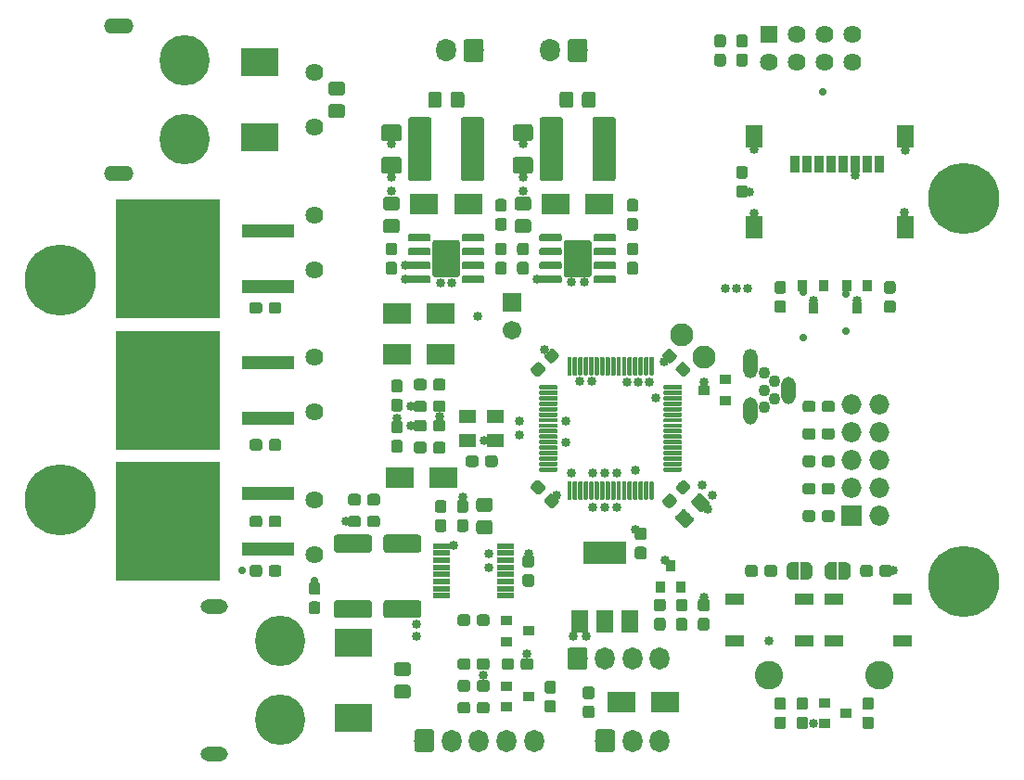
<source format=gts>
G04 #@! TF.GenerationSoftware,KiCad,Pcbnew,(5.1.4)-1*
G04 #@! TF.CreationDate,2020-08-18T21:21:43-04:00*
G04 #@! TF.ProjectId,EBoard Sidecar,45426f61-7264-4205-9369-64656361722e,rev?*
G04 #@! TF.SameCoordinates,Original*
G04 #@! TF.FileFunction,Soldermask,Top*
G04 #@! TF.FilePolarity,Negative*
%FSLAX46Y46*%
G04 Gerber Fmt 4.6, Leading zero omitted, Abs format (unit mm)*
G04 Created by KiCad (PCBNEW (5.1.4)-1) date 2020-08-18 21:21:43*
%MOMM*%
%LPD*%
G04 APERTURE LIST*
%ADD10C,0.100000*%
%ADD11C,1.051600*%
%ADD12R,2.601600X1.901600*%
%ADD13C,6.501600*%
%ADD14O,1.828800X1.828800*%
%ADD15R,1.828800X1.828800*%
%ADD16R,1.501600X1.301600*%
%ADD17C,2.101600*%
%ADD18O,1.801600X2.101600*%
%ADD19C,1.801600*%
%ADD20C,1.625600*%
%ADD21R,1.625600X1.625600*%
%ADD22C,0.701600*%
%ADD23C,2.511600*%
%ADD24R,1.601600X0.551600*%
%ADD25C,0.401600*%
%ADD26R,1.601600X2.101600*%
%ADD27R,3.901600X2.101600*%
%ADD28R,1.801600X1.101600*%
%ADD29C,1.626600*%
%ADD30C,1.526600*%
%ADD31R,9.501599X10.901601*%
%ADD32R,4.701601X1.201600*%
%ADD33R,4.701600X1.201600*%
%ADD34R,1.001600X0.901600*%
%ADD35C,0.500000*%
%ADD36C,1.101600*%
%ADD37O,1.301600X2.501600*%
%ADD38O,1.301600X2.701600*%
%ADD39R,0.901600X1.601600*%
%ADD40R,1.601600X2.151600*%
%ADD41O,1.801600X2.051600*%
%ADD42C,4.601601*%
%ADD43O,2.701600X1.401600*%
%ADD44O,2.501600X1.301600*%
%ADD45R,0.901600X1.001600*%
%ADD46R,3.401600X2.601600*%
%ADD47C,1.251600*%
%ADD48C,1.701600*%
%ADD49R,1.701600X1.701600*%
%ADD50C,2.601600*%
%ADD51C,0.851600*%
G04 APERTURE END LIST*
D10*
G36*
X129463669Y-110975466D02*
G01*
X129489189Y-110979252D01*
X129514216Y-110985520D01*
X129538507Y-110994212D01*
X129561830Y-111005243D01*
X129583959Y-111018507D01*
X129604682Y-111033876D01*
X129623798Y-111051202D01*
X129641124Y-111070318D01*
X129656493Y-111091041D01*
X129669757Y-111113170D01*
X129680788Y-111136493D01*
X129689480Y-111160784D01*
X129695748Y-111185811D01*
X129699534Y-111211331D01*
X129700800Y-111237100D01*
X129700800Y-111762900D01*
X129699534Y-111788669D01*
X129695748Y-111814189D01*
X129689480Y-111839216D01*
X129680788Y-111863507D01*
X129669757Y-111886830D01*
X129656493Y-111908959D01*
X129641124Y-111929682D01*
X129623798Y-111948798D01*
X129604682Y-111966124D01*
X129583959Y-111981493D01*
X129561830Y-111994757D01*
X129538507Y-112005788D01*
X129514216Y-112014480D01*
X129489189Y-112020748D01*
X129463669Y-112024534D01*
X129437900Y-112025800D01*
X128812100Y-112025800D01*
X128786331Y-112024534D01*
X128760811Y-112020748D01*
X128735784Y-112014480D01*
X128711493Y-112005788D01*
X128688170Y-111994757D01*
X128666041Y-111981493D01*
X128645318Y-111966124D01*
X128626202Y-111948798D01*
X128608876Y-111929682D01*
X128593507Y-111908959D01*
X128580243Y-111886830D01*
X128569212Y-111863507D01*
X128560520Y-111839216D01*
X128554252Y-111814189D01*
X128550466Y-111788669D01*
X128549200Y-111762900D01*
X128549200Y-111237100D01*
X128550466Y-111211331D01*
X128554252Y-111185811D01*
X128560520Y-111160784D01*
X128569212Y-111136493D01*
X128580243Y-111113170D01*
X128593507Y-111091041D01*
X128608876Y-111070318D01*
X128626202Y-111051202D01*
X128645318Y-111033876D01*
X128666041Y-111018507D01*
X128688170Y-111005243D01*
X128711493Y-110994212D01*
X128735784Y-110985520D01*
X128760811Y-110979252D01*
X128786331Y-110975466D01*
X128812100Y-110974200D01*
X129437900Y-110974200D01*
X129463669Y-110975466D01*
X129463669Y-110975466D01*
G37*
D11*
X129125000Y-111500000D03*
D10*
G36*
X131213669Y-110975466D02*
G01*
X131239189Y-110979252D01*
X131264216Y-110985520D01*
X131288507Y-110994212D01*
X131311830Y-111005243D01*
X131333959Y-111018507D01*
X131354682Y-111033876D01*
X131373798Y-111051202D01*
X131391124Y-111070318D01*
X131406493Y-111091041D01*
X131419757Y-111113170D01*
X131430788Y-111136493D01*
X131439480Y-111160784D01*
X131445748Y-111185811D01*
X131449534Y-111211331D01*
X131450800Y-111237100D01*
X131450800Y-111762900D01*
X131449534Y-111788669D01*
X131445748Y-111814189D01*
X131439480Y-111839216D01*
X131430788Y-111863507D01*
X131419757Y-111886830D01*
X131406493Y-111908959D01*
X131391124Y-111929682D01*
X131373798Y-111948798D01*
X131354682Y-111966124D01*
X131333959Y-111981493D01*
X131311830Y-111994757D01*
X131288507Y-112005788D01*
X131264216Y-112014480D01*
X131239189Y-112020748D01*
X131213669Y-112024534D01*
X131187900Y-112025800D01*
X130562100Y-112025800D01*
X130536331Y-112024534D01*
X130510811Y-112020748D01*
X130485784Y-112014480D01*
X130461493Y-112005788D01*
X130438170Y-111994757D01*
X130416041Y-111981493D01*
X130395318Y-111966124D01*
X130376202Y-111948798D01*
X130358876Y-111929682D01*
X130343507Y-111908959D01*
X130330243Y-111886830D01*
X130319212Y-111863507D01*
X130310520Y-111839216D01*
X130304252Y-111814189D01*
X130300466Y-111788669D01*
X130299200Y-111762900D01*
X130299200Y-111237100D01*
X130300466Y-111211331D01*
X130304252Y-111185811D01*
X130310520Y-111160784D01*
X130319212Y-111136493D01*
X130330243Y-111113170D01*
X130343507Y-111091041D01*
X130358876Y-111070318D01*
X130376202Y-111051202D01*
X130395318Y-111033876D01*
X130416041Y-111018507D01*
X130438170Y-111005243D01*
X130461493Y-110994212D01*
X130485784Y-110985520D01*
X130510811Y-110979252D01*
X130536331Y-110975466D01*
X130562100Y-110974200D01*
X131187900Y-110974200D01*
X131213669Y-110975466D01*
X131213669Y-110975466D01*
G37*
D11*
X130875000Y-111500000D03*
D10*
G36*
X127288669Y-110800466D02*
G01*
X127314189Y-110804252D01*
X127339216Y-110810520D01*
X127363507Y-110819212D01*
X127386830Y-110830243D01*
X127408959Y-110843507D01*
X127429682Y-110858876D01*
X127448798Y-110876202D01*
X127466124Y-110895318D01*
X127481493Y-110916041D01*
X127494757Y-110938170D01*
X127505788Y-110961493D01*
X127514480Y-110985784D01*
X127520748Y-111010811D01*
X127524534Y-111036331D01*
X127525800Y-111062100D01*
X127525800Y-111687900D01*
X127524534Y-111713669D01*
X127520748Y-111739189D01*
X127514480Y-111764216D01*
X127505788Y-111788507D01*
X127494757Y-111811830D01*
X127481493Y-111833959D01*
X127466124Y-111854682D01*
X127448798Y-111873798D01*
X127429682Y-111891124D01*
X127408959Y-111906493D01*
X127386830Y-111919757D01*
X127363507Y-111930788D01*
X127339216Y-111939480D01*
X127314189Y-111945748D01*
X127288669Y-111949534D01*
X127262900Y-111950800D01*
X126737100Y-111950800D01*
X126711331Y-111949534D01*
X126685811Y-111945748D01*
X126660784Y-111939480D01*
X126636493Y-111930788D01*
X126613170Y-111919757D01*
X126591041Y-111906493D01*
X126570318Y-111891124D01*
X126551202Y-111873798D01*
X126533876Y-111854682D01*
X126518507Y-111833959D01*
X126505243Y-111811830D01*
X126494212Y-111788507D01*
X126485520Y-111764216D01*
X126479252Y-111739189D01*
X126475466Y-111713669D01*
X126474200Y-111687900D01*
X126474200Y-111062100D01*
X126475466Y-111036331D01*
X126479252Y-111010811D01*
X126485520Y-110985784D01*
X126494212Y-110961493D01*
X126505243Y-110938170D01*
X126518507Y-110916041D01*
X126533876Y-110895318D01*
X126551202Y-110876202D01*
X126570318Y-110858876D01*
X126591041Y-110843507D01*
X126613170Y-110830243D01*
X126636493Y-110819212D01*
X126660784Y-110810520D01*
X126685811Y-110804252D01*
X126711331Y-110800466D01*
X126737100Y-110799200D01*
X127262900Y-110799200D01*
X127288669Y-110800466D01*
X127288669Y-110800466D01*
G37*
D11*
X127000000Y-111375000D03*
D10*
G36*
X127288669Y-109050466D02*
G01*
X127314189Y-109054252D01*
X127339216Y-109060520D01*
X127363507Y-109069212D01*
X127386830Y-109080243D01*
X127408959Y-109093507D01*
X127429682Y-109108876D01*
X127448798Y-109126202D01*
X127466124Y-109145318D01*
X127481493Y-109166041D01*
X127494757Y-109188170D01*
X127505788Y-109211493D01*
X127514480Y-109235784D01*
X127520748Y-109260811D01*
X127524534Y-109286331D01*
X127525800Y-109312100D01*
X127525800Y-109937900D01*
X127524534Y-109963669D01*
X127520748Y-109989189D01*
X127514480Y-110014216D01*
X127505788Y-110038507D01*
X127494757Y-110061830D01*
X127481493Y-110083959D01*
X127466124Y-110104682D01*
X127448798Y-110123798D01*
X127429682Y-110141124D01*
X127408959Y-110156493D01*
X127386830Y-110169757D01*
X127363507Y-110180788D01*
X127339216Y-110189480D01*
X127314189Y-110195748D01*
X127288669Y-110199534D01*
X127262900Y-110200800D01*
X126737100Y-110200800D01*
X126711331Y-110199534D01*
X126685811Y-110195748D01*
X126660784Y-110189480D01*
X126636493Y-110180788D01*
X126613170Y-110169757D01*
X126591041Y-110156493D01*
X126570318Y-110141124D01*
X126551202Y-110123798D01*
X126533876Y-110104682D01*
X126518507Y-110083959D01*
X126505243Y-110061830D01*
X126494212Y-110038507D01*
X126485520Y-110014216D01*
X126479252Y-109989189D01*
X126475466Y-109963669D01*
X126474200Y-109937900D01*
X126474200Y-109312100D01*
X126475466Y-109286331D01*
X126479252Y-109260811D01*
X126485520Y-109235784D01*
X126494212Y-109211493D01*
X126505243Y-109188170D01*
X126518507Y-109166041D01*
X126533876Y-109145318D01*
X126551202Y-109126202D01*
X126570318Y-109108876D01*
X126591041Y-109093507D01*
X126613170Y-109080243D01*
X126636493Y-109069212D01*
X126660784Y-109060520D01*
X126685811Y-109054252D01*
X126711331Y-109050466D01*
X126737100Y-109049200D01*
X127262900Y-109049200D01*
X127288669Y-109050466D01*
X127288669Y-109050466D01*
G37*
D11*
X127000000Y-109625000D03*
D12*
X127000000Y-106750000D03*
X131000000Y-106750000D03*
D10*
G36*
X131213669Y-108975466D02*
G01*
X131239189Y-108979252D01*
X131264216Y-108985520D01*
X131288507Y-108994212D01*
X131311830Y-109005243D01*
X131333959Y-109018507D01*
X131354682Y-109033876D01*
X131373798Y-109051202D01*
X131391124Y-109070318D01*
X131406493Y-109091041D01*
X131419757Y-109113170D01*
X131430788Y-109136493D01*
X131439480Y-109160784D01*
X131445748Y-109185811D01*
X131449534Y-109211331D01*
X131450800Y-109237100D01*
X131450800Y-109762900D01*
X131449534Y-109788669D01*
X131445748Y-109814189D01*
X131439480Y-109839216D01*
X131430788Y-109863507D01*
X131419757Y-109886830D01*
X131406493Y-109908959D01*
X131391124Y-109929682D01*
X131373798Y-109948798D01*
X131354682Y-109966124D01*
X131333959Y-109981493D01*
X131311830Y-109994757D01*
X131288507Y-110005788D01*
X131264216Y-110014480D01*
X131239189Y-110020748D01*
X131213669Y-110024534D01*
X131187900Y-110025800D01*
X130562100Y-110025800D01*
X130536331Y-110024534D01*
X130510811Y-110020748D01*
X130485784Y-110014480D01*
X130461493Y-110005788D01*
X130438170Y-109994757D01*
X130416041Y-109981493D01*
X130395318Y-109966124D01*
X130376202Y-109948798D01*
X130358876Y-109929682D01*
X130343507Y-109908959D01*
X130330243Y-109886830D01*
X130319212Y-109863507D01*
X130310520Y-109839216D01*
X130304252Y-109814189D01*
X130300466Y-109788669D01*
X130299200Y-109762900D01*
X130299200Y-109237100D01*
X130300466Y-109211331D01*
X130304252Y-109185811D01*
X130310520Y-109160784D01*
X130319212Y-109136493D01*
X130330243Y-109113170D01*
X130343507Y-109091041D01*
X130358876Y-109070318D01*
X130376202Y-109051202D01*
X130395318Y-109033876D01*
X130416041Y-109018507D01*
X130438170Y-109005243D01*
X130461493Y-108994212D01*
X130485784Y-108985520D01*
X130510811Y-108979252D01*
X130536331Y-108975466D01*
X130562100Y-108974200D01*
X131187900Y-108974200D01*
X131213669Y-108975466D01*
X131213669Y-108975466D01*
G37*
D11*
X130875000Y-109500000D03*
D10*
G36*
X129463669Y-108975466D02*
G01*
X129489189Y-108979252D01*
X129514216Y-108985520D01*
X129538507Y-108994212D01*
X129561830Y-109005243D01*
X129583959Y-109018507D01*
X129604682Y-109033876D01*
X129623798Y-109051202D01*
X129641124Y-109070318D01*
X129656493Y-109091041D01*
X129669757Y-109113170D01*
X129680788Y-109136493D01*
X129689480Y-109160784D01*
X129695748Y-109185811D01*
X129699534Y-109211331D01*
X129700800Y-109237100D01*
X129700800Y-109762900D01*
X129699534Y-109788669D01*
X129695748Y-109814189D01*
X129689480Y-109839216D01*
X129680788Y-109863507D01*
X129669757Y-109886830D01*
X129656493Y-109908959D01*
X129641124Y-109929682D01*
X129623798Y-109948798D01*
X129604682Y-109966124D01*
X129583959Y-109981493D01*
X129561830Y-109994757D01*
X129538507Y-110005788D01*
X129514216Y-110014480D01*
X129489189Y-110020748D01*
X129463669Y-110024534D01*
X129437900Y-110025800D01*
X128812100Y-110025800D01*
X128786331Y-110024534D01*
X128760811Y-110020748D01*
X128735784Y-110014480D01*
X128711493Y-110005788D01*
X128688170Y-109994757D01*
X128666041Y-109981493D01*
X128645318Y-109966124D01*
X128626202Y-109948798D01*
X128608876Y-109929682D01*
X128593507Y-109908959D01*
X128580243Y-109886830D01*
X128569212Y-109863507D01*
X128560520Y-109839216D01*
X128554252Y-109814189D01*
X128550466Y-109788669D01*
X128549200Y-109762900D01*
X128549200Y-109237100D01*
X128550466Y-109211331D01*
X128554252Y-109185811D01*
X128560520Y-109160784D01*
X128569212Y-109136493D01*
X128580243Y-109113170D01*
X128593507Y-109091041D01*
X128608876Y-109070318D01*
X128626202Y-109051202D01*
X128645318Y-109033876D01*
X128666041Y-109018507D01*
X128688170Y-109005243D01*
X128711493Y-108994212D01*
X128735784Y-108985520D01*
X128760811Y-108979252D01*
X128786331Y-108975466D01*
X128812100Y-108974200D01*
X129437900Y-108974200D01*
X129463669Y-108975466D01*
X129463669Y-108975466D01*
G37*
D11*
X129125000Y-109500000D03*
D13*
X178750000Y-127500000D03*
X178750000Y-92500000D03*
X96250000Y-120000000D03*
X96250000Y-100000000D03*
D10*
G36*
X164963669Y-113475466D02*
G01*
X164989189Y-113479252D01*
X165014216Y-113485520D01*
X165038507Y-113494212D01*
X165061830Y-113505243D01*
X165083959Y-113518507D01*
X165104682Y-113533876D01*
X165123798Y-113551202D01*
X165141124Y-113570318D01*
X165156493Y-113591041D01*
X165169757Y-113613170D01*
X165180788Y-113636493D01*
X165189480Y-113660784D01*
X165195748Y-113685811D01*
X165199534Y-113711331D01*
X165200800Y-113737100D01*
X165200800Y-114262900D01*
X165199534Y-114288669D01*
X165195748Y-114314189D01*
X165189480Y-114339216D01*
X165180788Y-114363507D01*
X165169757Y-114386830D01*
X165156493Y-114408959D01*
X165141124Y-114429682D01*
X165123798Y-114448798D01*
X165104682Y-114466124D01*
X165083959Y-114481493D01*
X165061830Y-114494757D01*
X165038507Y-114505788D01*
X165014216Y-114514480D01*
X164989189Y-114520748D01*
X164963669Y-114524534D01*
X164937900Y-114525800D01*
X164312100Y-114525800D01*
X164286331Y-114524534D01*
X164260811Y-114520748D01*
X164235784Y-114514480D01*
X164211493Y-114505788D01*
X164188170Y-114494757D01*
X164166041Y-114481493D01*
X164145318Y-114466124D01*
X164126202Y-114448798D01*
X164108876Y-114429682D01*
X164093507Y-114408959D01*
X164080243Y-114386830D01*
X164069212Y-114363507D01*
X164060520Y-114339216D01*
X164054252Y-114314189D01*
X164050466Y-114288669D01*
X164049200Y-114262900D01*
X164049200Y-113737100D01*
X164050466Y-113711331D01*
X164054252Y-113685811D01*
X164060520Y-113660784D01*
X164069212Y-113636493D01*
X164080243Y-113613170D01*
X164093507Y-113591041D01*
X164108876Y-113570318D01*
X164126202Y-113551202D01*
X164145318Y-113533876D01*
X164166041Y-113518507D01*
X164188170Y-113505243D01*
X164211493Y-113494212D01*
X164235784Y-113485520D01*
X164260811Y-113479252D01*
X164286331Y-113475466D01*
X164312100Y-113474200D01*
X164937900Y-113474200D01*
X164963669Y-113475466D01*
X164963669Y-113475466D01*
G37*
D11*
X164625000Y-114000000D03*
D10*
G36*
X166713669Y-113475466D02*
G01*
X166739189Y-113479252D01*
X166764216Y-113485520D01*
X166788507Y-113494212D01*
X166811830Y-113505243D01*
X166833959Y-113518507D01*
X166854682Y-113533876D01*
X166873798Y-113551202D01*
X166891124Y-113570318D01*
X166906493Y-113591041D01*
X166919757Y-113613170D01*
X166930788Y-113636493D01*
X166939480Y-113660784D01*
X166945748Y-113685811D01*
X166949534Y-113711331D01*
X166950800Y-113737100D01*
X166950800Y-114262900D01*
X166949534Y-114288669D01*
X166945748Y-114314189D01*
X166939480Y-114339216D01*
X166930788Y-114363507D01*
X166919757Y-114386830D01*
X166906493Y-114408959D01*
X166891124Y-114429682D01*
X166873798Y-114448798D01*
X166854682Y-114466124D01*
X166833959Y-114481493D01*
X166811830Y-114494757D01*
X166788507Y-114505788D01*
X166764216Y-114514480D01*
X166739189Y-114520748D01*
X166713669Y-114524534D01*
X166687900Y-114525800D01*
X166062100Y-114525800D01*
X166036331Y-114524534D01*
X166010811Y-114520748D01*
X165985784Y-114514480D01*
X165961493Y-114505788D01*
X165938170Y-114494757D01*
X165916041Y-114481493D01*
X165895318Y-114466124D01*
X165876202Y-114448798D01*
X165858876Y-114429682D01*
X165843507Y-114408959D01*
X165830243Y-114386830D01*
X165819212Y-114363507D01*
X165810520Y-114339216D01*
X165804252Y-114314189D01*
X165800466Y-114288669D01*
X165799200Y-114262900D01*
X165799200Y-113737100D01*
X165800466Y-113711331D01*
X165804252Y-113685811D01*
X165810520Y-113660784D01*
X165819212Y-113636493D01*
X165830243Y-113613170D01*
X165843507Y-113591041D01*
X165858876Y-113570318D01*
X165876202Y-113551202D01*
X165895318Y-113533876D01*
X165916041Y-113518507D01*
X165938170Y-113505243D01*
X165961493Y-113494212D01*
X165985784Y-113485520D01*
X166010811Y-113479252D01*
X166036331Y-113475466D01*
X166062100Y-113474200D01*
X166687900Y-113474200D01*
X166713669Y-113475466D01*
X166713669Y-113475466D01*
G37*
D11*
X166375000Y-114000000D03*
D10*
G36*
X164963669Y-115975466D02*
G01*
X164989189Y-115979252D01*
X165014216Y-115985520D01*
X165038507Y-115994212D01*
X165061830Y-116005243D01*
X165083959Y-116018507D01*
X165104682Y-116033876D01*
X165123798Y-116051202D01*
X165141124Y-116070318D01*
X165156493Y-116091041D01*
X165169757Y-116113170D01*
X165180788Y-116136493D01*
X165189480Y-116160784D01*
X165195748Y-116185811D01*
X165199534Y-116211331D01*
X165200800Y-116237100D01*
X165200800Y-116762900D01*
X165199534Y-116788669D01*
X165195748Y-116814189D01*
X165189480Y-116839216D01*
X165180788Y-116863507D01*
X165169757Y-116886830D01*
X165156493Y-116908959D01*
X165141124Y-116929682D01*
X165123798Y-116948798D01*
X165104682Y-116966124D01*
X165083959Y-116981493D01*
X165061830Y-116994757D01*
X165038507Y-117005788D01*
X165014216Y-117014480D01*
X164989189Y-117020748D01*
X164963669Y-117024534D01*
X164937900Y-117025800D01*
X164312100Y-117025800D01*
X164286331Y-117024534D01*
X164260811Y-117020748D01*
X164235784Y-117014480D01*
X164211493Y-117005788D01*
X164188170Y-116994757D01*
X164166041Y-116981493D01*
X164145318Y-116966124D01*
X164126202Y-116948798D01*
X164108876Y-116929682D01*
X164093507Y-116908959D01*
X164080243Y-116886830D01*
X164069212Y-116863507D01*
X164060520Y-116839216D01*
X164054252Y-116814189D01*
X164050466Y-116788669D01*
X164049200Y-116762900D01*
X164049200Y-116237100D01*
X164050466Y-116211331D01*
X164054252Y-116185811D01*
X164060520Y-116160784D01*
X164069212Y-116136493D01*
X164080243Y-116113170D01*
X164093507Y-116091041D01*
X164108876Y-116070318D01*
X164126202Y-116051202D01*
X164145318Y-116033876D01*
X164166041Y-116018507D01*
X164188170Y-116005243D01*
X164211493Y-115994212D01*
X164235784Y-115985520D01*
X164260811Y-115979252D01*
X164286331Y-115975466D01*
X164312100Y-115974200D01*
X164937900Y-115974200D01*
X164963669Y-115975466D01*
X164963669Y-115975466D01*
G37*
D11*
X164625000Y-116500000D03*
D10*
G36*
X166713669Y-115975466D02*
G01*
X166739189Y-115979252D01*
X166764216Y-115985520D01*
X166788507Y-115994212D01*
X166811830Y-116005243D01*
X166833959Y-116018507D01*
X166854682Y-116033876D01*
X166873798Y-116051202D01*
X166891124Y-116070318D01*
X166906493Y-116091041D01*
X166919757Y-116113170D01*
X166930788Y-116136493D01*
X166939480Y-116160784D01*
X166945748Y-116185811D01*
X166949534Y-116211331D01*
X166950800Y-116237100D01*
X166950800Y-116762900D01*
X166949534Y-116788669D01*
X166945748Y-116814189D01*
X166939480Y-116839216D01*
X166930788Y-116863507D01*
X166919757Y-116886830D01*
X166906493Y-116908959D01*
X166891124Y-116929682D01*
X166873798Y-116948798D01*
X166854682Y-116966124D01*
X166833959Y-116981493D01*
X166811830Y-116994757D01*
X166788507Y-117005788D01*
X166764216Y-117014480D01*
X166739189Y-117020748D01*
X166713669Y-117024534D01*
X166687900Y-117025800D01*
X166062100Y-117025800D01*
X166036331Y-117024534D01*
X166010811Y-117020748D01*
X165985784Y-117014480D01*
X165961493Y-117005788D01*
X165938170Y-116994757D01*
X165916041Y-116981493D01*
X165895318Y-116966124D01*
X165876202Y-116948798D01*
X165858876Y-116929682D01*
X165843507Y-116908959D01*
X165830243Y-116886830D01*
X165819212Y-116863507D01*
X165810520Y-116839216D01*
X165804252Y-116814189D01*
X165800466Y-116788669D01*
X165799200Y-116762900D01*
X165799200Y-116237100D01*
X165800466Y-116211331D01*
X165804252Y-116185811D01*
X165810520Y-116160784D01*
X165819212Y-116136493D01*
X165830243Y-116113170D01*
X165843507Y-116091041D01*
X165858876Y-116070318D01*
X165876202Y-116051202D01*
X165895318Y-116033876D01*
X165916041Y-116018507D01*
X165938170Y-116005243D01*
X165961493Y-115994212D01*
X165985784Y-115985520D01*
X166010811Y-115979252D01*
X166036331Y-115975466D01*
X166062100Y-115974200D01*
X166687900Y-115974200D01*
X166713669Y-115975466D01*
X166713669Y-115975466D01*
G37*
D11*
X166375000Y-116500000D03*
D10*
G36*
X164963669Y-118475466D02*
G01*
X164989189Y-118479252D01*
X165014216Y-118485520D01*
X165038507Y-118494212D01*
X165061830Y-118505243D01*
X165083959Y-118518507D01*
X165104682Y-118533876D01*
X165123798Y-118551202D01*
X165141124Y-118570318D01*
X165156493Y-118591041D01*
X165169757Y-118613170D01*
X165180788Y-118636493D01*
X165189480Y-118660784D01*
X165195748Y-118685811D01*
X165199534Y-118711331D01*
X165200800Y-118737100D01*
X165200800Y-119262900D01*
X165199534Y-119288669D01*
X165195748Y-119314189D01*
X165189480Y-119339216D01*
X165180788Y-119363507D01*
X165169757Y-119386830D01*
X165156493Y-119408959D01*
X165141124Y-119429682D01*
X165123798Y-119448798D01*
X165104682Y-119466124D01*
X165083959Y-119481493D01*
X165061830Y-119494757D01*
X165038507Y-119505788D01*
X165014216Y-119514480D01*
X164989189Y-119520748D01*
X164963669Y-119524534D01*
X164937900Y-119525800D01*
X164312100Y-119525800D01*
X164286331Y-119524534D01*
X164260811Y-119520748D01*
X164235784Y-119514480D01*
X164211493Y-119505788D01*
X164188170Y-119494757D01*
X164166041Y-119481493D01*
X164145318Y-119466124D01*
X164126202Y-119448798D01*
X164108876Y-119429682D01*
X164093507Y-119408959D01*
X164080243Y-119386830D01*
X164069212Y-119363507D01*
X164060520Y-119339216D01*
X164054252Y-119314189D01*
X164050466Y-119288669D01*
X164049200Y-119262900D01*
X164049200Y-118737100D01*
X164050466Y-118711331D01*
X164054252Y-118685811D01*
X164060520Y-118660784D01*
X164069212Y-118636493D01*
X164080243Y-118613170D01*
X164093507Y-118591041D01*
X164108876Y-118570318D01*
X164126202Y-118551202D01*
X164145318Y-118533876D01*
X164166041Y-118518507D01*
X164188170Y-118505243D01*
X164211493Y-118494212D01*
X164235784Y-118485520D01*
X164260811Y-118479252D01*
X164286331Y-118475466D01*
X164312100Y-118474200D01*
X164937900Y-118474200D01*
X164963669Y-118475466D01*
X164963669Y-118475466D01*
G37*
D11*
X164625000Y-119000000D03*
D10*
G36*
X166713669Y-118475466D02*
G01*
X166739189Y-118479252D01*
X166764216Y-118485520D01*
X166788507Y-118494212D01*
X166811830Y-118505243D01*
X166833959Y-118518507D01*
X166854682Y-118533876D01*
X166873798Y-118551202D01*
X166891124Y-118570318D01*
X166906493Y-118591041D01*
X166919757Y-118613170D01*
X166930788Y-118636493D01*
X166939480Y-118660784D01*
X166945748Y-118685811D01*
X166949534Y-118711331D01*
X166950800Y-118737100D01*
X166950800Y-119262900D01*
X166949534Y-119288669D01*
X166945748Y-119314189D01*
X166939480Y-119339216D01*
X166930788Y-119363507D01*
X166919757Y-119386830D01*
X166906493Y-119408959D01*
X166891124Y-119429682D01*
X166873798Y-119448798D01*
X166854682Y-119466124D01*
X166833959Y-119481493D01*
X166811830Y-119494757D01*
X166788507Y-119505788D01*
X166764216Y-119514480D01*
X166739189Y-119520748D01*
X166713669Y-119524534D01*
X166687900Y-119525800D01*
X166062100Y-119525800D01*
X166036331Y-119524534D01*
X166010811Y-119520748D01*
X165985784Y-119514480D01*
X165961493Y-119505788D01*
X165938170Y-119494757D01*
X165916041Y-119481493D01*
X165895318Y-119466124D01*
X165876202Y-119448798D01*
X165858876Y-119429682D01*
X165843507Y-119408959D01*
X165830243Y-119386830D01*
X165819212Y-119363507D01*
X165810520Y-119339216D01*
X165804252Y-119314189D01*
X165800466Y-119288669D01*
X165799200Y-119262900D01*
X165799200Y-118737100D01*
X165800466Y-118711331D01*
X165804252Y-118685811D01*
X165810520Y-118660784D01*
X165819212Y-118636493D01*
X165830243Y-118613170D01*
X165843507Y-118591041D01*
X165858876Y-118570318D01*
X165876202Y-118551202D01*
X165895318Y-118533876D01*
X165916041Y-118518507D01*
X165938170Y-118505243D01*
X165961493Y-118494212D01*
X165985784Y-118485520D01*
X166010811Y-118479252D01*
X166036331Y-118475466D01*
X166062100Y-118474200D01*
X166687900Y-118474200D01*
X166713669Y-118475466D01*
X166713669Y-118475466D01*
G37*
D11*
X166375000Y-119000000D03*
D10*
G36*
X164963669Y-120975466D02*
G01*
X164989189Y-120979252D01*
X165014216Y-120985520D01*
X165038507Y-120994212D01*
X165061830Y-121005243D01*
X165083959Y-121018507D01*
X165104682Y-121033876D01*
X165123798Y-121051202D01*
X165141124Y-121070318D01*
X165156493Y-121091041D01*
X165169757Y-121113170D01*
X165180788Y-121136493D01*
X165189480Y-121160784D01*
X165195748Y-121185811D01*
X165199534Y-121211331D01*
X165200800Y-121237100D01*
X165200800Y-121762900D01*
X165199534Y-121788669D01*
X165195748Y-121814189D01*
X165189480Y-121839216D01*
X165180788Y-121863507D01*
X165169757Y-121886830D01*
X165156493Y-121908959D01*
X165141124Y-121929682D01*
X165123798Y-121948798D01*
X165104682Y-121966124D01*
X165083959Y-121981493D01*
X165061830Y-121994757D01*
X165038507Y-122005788D01*
X165014216Y-122014480D01*
X164989189Y-122020748D01*
X164963669Y-122024534D01*
X164937900Y-122025800D01*
X164312100Y-122025800D01*
X164286331Y-122024534D01*
X164260811Y-122020748D01*
X164235784Y-122014480D01*
X164211493Y-122005788D01*
X164188170Y-121994757D01*
X164166041Y-121981493D01*
X164145318Y-121966124D01*
X164126202Y-121948798D01*
X164108876Y-121929682D01*
X164093507Y-121908959D01*
X164080243Y-121886830D01*
X164069212Y-121863507D01*
X164060520Y-121839216D01*
X164054252Y-121814189D01*
X164050466Y-121788669D01*
X164049200Y-121762900D01*
X164049200Y-121237100D01*
X164050466Y-121211331D01*
X164054252Y-121185811D01*
X164060520Y-121160784D01*
X164069212Y-121136493D01*
X164080243Y-121113170D01*
X164093507Y-121091041D01*
X164108876Y-121070318D01*
X164126202Y-121051202D01*
X164145318Y-121033876D01*
X164166041Y-121018507D01*
X164188170Y-121005243D01*
X164211493Y-120994212D01*
X164235784Y-120985520D01*
X164260811Y-120979252D01*
X164286331Y-120975466D01*
X164312100Y-120974200D01*
X164937900Y-120974200D01*
X164963669Y-120975466D01*
X164963669Y-120975466D01*
G37*
D11*
X164625000Y-121500000D03*
D10*
G36*
X166713669Y-120975466D02*
G01*
X166739189Y-120979252D01*
X166764216Y-120985520D01*
X166788507Y-120994212D01*
X166811830Y-121005243D01*
X166833959Y-121018507D01*
X166854682Y-121033876D01*
X166873798Y-121051202D01*
X166891124Y-121070318D01*
X166906493Y-121091041D01*
X166919757Y-121113170D01*
X166930788Y-121136493D01*
X166939480Y-121160784D01*
X166945748Y-121185811D01*
X166949534Y-121211331D01*
X166950800Y-121237100D01*
X166950800Y-121762900D01*
X166949534Y-121788669D01*
X166945748Y-121814189D01*
X166939480Y-121839216D01*
X166930788Y-121863507D01*
X166919757Y-121886830D01*
X166906493Y-121908959D01*
X166891124Y-121929682D01*
X166873798Y-121948798D01*
X166854682Y-121966124D01*
X166833959Y-121981493D01*
X166811830Y-121994757D01*
X166788507Y-122005788D01*
X166764216Y-122014480D01*
X166739189Y-122020748D01*
X166713669Y-122024534D01*
X166687900Y-122025800D01*
X166062100Y-122025800D01*
X166036331Y-122024534D01*
X166010811Y-122020748D01*
X165985784Y-122014480D01*
X165961493Y-122005788D01*
X165938170Y-121994757D01*
X165916041Y-121981493D01*
X165895318Y-121966124D01*
X165876202Y-121948798D01*
X165858876Y-121929682D01*
X165843507Y-121908959D01*
X165830243Y-121886830D01*
X165819212Y-121863507D01*
X165810520Y-121839216D01*
X165804252Y-121814189D01*
X165800466Y-121788669D01*
X165799200Y-121762900D01*
X165799200Y-121237100D01*
X165800466Y-121211331D01*
X165804252Y-121185811D01*
X165810520Y-121160784D01*
X165819212Y-121136493D01*
X165830243Y-121113170D01*
X165843507Y-121091041D01*
X165858876Y-121070318D01*
X165876202Y-121051202D01*
X165895318Y-121033876D01*
X165916041Y-121018507D01*
X165938170Y-121005243D01*
X165961493Y-120994212D01*
X165985784Y-120985520D01*
X166010811Y-120979252D01*
X166036331Y-120975466D01*
X166062100Y-120974200D01*
X166687900Y-120974200D01*
X166713669Y-120975466D01*
X166713669Y-120975466D01*
G37*
D11*
X166375000Y-121500000D03*
D14*
X171040000Y-111340000D03*
X168500000Y-111340000D03*
X171040000Y-113880000D03*
X168500000Y-113880000D03*
X171040000Y-116420000D03*
X168500000Y-116420000D03*
X171040000Y-118960000D03*
X168500000Y-118960000D03*
X171040000Y-121500000D03*
D15*
X168500000Y-121500000D03*
D10*
G36*
X141109132Y-119449932D02*
G01*
X141134652Y-119453718D01*
X141159679Y-119459986D01*
X141183970Y-119468678D01*
X141207293Y-119479709D01*
X141229422Y-119492973D01*
X141250145Y-119508342D01*
X141269261Y-119525668D01*
X141711768Y-119968175D01*
X141729094Y-119987291D01*
X141744463Y-120008014D01*
X141757727Y-120030143D01*
X141768758Y-120053466D01*
X141777450Y-120077757D01*
X141783718Y-120102784D01*
X141787504Y-120128304D01*
X141788770Y-120154073D01*
X141787504Y-120179842D01*
X141783718Y-120205362D01*
X141777450Y-120230389D01*
X141768758Y-120254680D01*
X141757727Y-120278003D01*
X141744463Y-120300132D01*
X141729094Y-120320855D01*
X141711768Y-120339971D01*
X141339971Y-120711768D01*
X141320855Y-120729094D01*
X141300132Y-120744463D01*
X141278003Y-120757727D01*
X141254680Y-120768758D01*
X141230389Y-120777450D01*
X141205362Y-120783718D01*
X141179842Y-120787504D01*
X141154073Y-120788770D01*
X141128304Y-120787504D01*
X141102784Y-120783718D01*
X141077757Y-120777450D01*
X141053466Y-120768758D01*
X141030143Y-120757727D01*
X141008014Y-120744463D01*
X140987291Y-120729094D01*
X140968175Y-120711768D01*
X140525668Y-120269261D01*
X140508342Y-120250145D01*
X140492973Y-120229422D01*
X140479709Y-120207293D01*
X140468678Y-120183970D01*
X140459986Y-120159679D01*
X140453718Y-120134652D01*
X140449932Y-120109132D01*
X140448666Y-120083363D01*
X140449932Y-120057594D01*
X140453718Y-120032074D01*
X140459986Y-120007047D01*
X140468678Y-119982756D01*
X140479709Y-119959433D01*
X140492973Y-119937304D01*
X140508342Y-119916581D01*
X140525668Y-119897465D01*
X140897465Y-119525668D01*
X140916581Y-119508342D01*
X140937304Y-119492973D01*
X140959433Y-119479709D01*
X140982756Y-119468678D01*
X141007047Y-119459986D01*
X141032074Y-119453718D01*
X141057594Y-119449932D01*
X141083363Y-119448666D01*
X141109132Y-119449932D01*
X141109132Y-119449932D01*
G37*
D11*
X141118718Y-120118718D03*
D10*
G36*
X139871696Y-118212496D02*
G01*
X139897216Y-118216282D01*
X139922243Y-118222550D01*
X139946534Y-118231242D01*
X139969857Y-118242273D01*
X139991986Y-118255537D01*
X140012709Y-118270906D01*
X140031825Y-118288232D01*
X140474332Y-118730739D01*
X140491658Y-118749855D01*
X140507027Y-118770578D01*
X140520291Y-118792707D01*
X140531322Y-118816030D01*
X140540014Y-118840321D01*
X140546282Y-118865348D01*
X140550068Y-118890868D01*
X140551334Y-118916637D01*
X140550068Y-118942406D01*
X140546282Y-118967926D01*
X140540014Y-118992953D01*
X140531322Y-119017244D01*
X140520291Y-119040567D01*
X140507027Y-119062696D01*
X140491658Y-119083419D01*
X140474332Y-119102535D01*
X140102535Y-119474332D01*
X140083419Y-119491658D01*
X140062696Y-119507027D01*
X140040567Y-119520291D01*
X140017244Y-119531322D01*
X139992953Y-119540014D01*
X139967926Y-119546282D01*
X139942406Y-119550068D01*
X139916637Y-119551334D01*
X139890868Y-119550068D01*
X139865348Y-119546282D01*
X139840321Y-119540014D01*
X139816030Y-119531322D01*
X139792707Y-119520291D01*
X139770578Y-119507027D01*
X139749855Y-119491658D01*
X139730739Y-119474332D01*
X139288232Y-119031825D01*
X139270906Y-119012709D01*
X139255537Y-118991986D01*
X139242273Y-118969857D01*
X139231242Y-118946534D01*
X139222550Y-118922243D01*
X139216282Y-118897216D01*
X139212496Y-118871696D01*
X139211230Y-118845927D01*
X139212496Y-118820158D01*
X139216282Y-118794638D01*
X139222550Y-118769611D01*
X139231242Y-118745320D01*
X139242273Y-118721997D01*
X139255537Y-118699868D01*
X139270906Y-118679145D01*
X139288232Y-118660029D01*
X139660029Y-118288232D01*
X139679145Y-118270906D01*
X139699868Y-118255537D01*
X139721997Y-118242273D01*
X139745320Y-118231242D01*
X139769611Y-118222550D01*
X139794638Y-118216282D01*
X139820158Y-118212496D01*
X139845927Y-118211230D01*
X139871696Y-118212496D01*
X139871696Y-118212496D01*
G37*
D11*
X139881282Y-118881282D03*
D16*
X133480000Y-112400000D03*
X136020000Y-112400000D03*
X136020000Y-114600000D03*
X133480000Y-114600000D03*
D10*
G36*
X135963669Y-115975466D02*
G01*
X135989189Y-115979252D01*
X136014216Y-115985520D01*
X136038507Y-115994212D01*
X136061830Y-116005243D01*
X136083959Y-116018507D01*
X136104682Y-116033876D01*
X136123798Y-116051202D01*
X136141124Y-116070318D01*
X136156493Y-116091041D01*
X136169757Y-116113170D01*
X136180788Y-116136493D01*
X136189480Y-116160784D01*
X136195748Y-116185811D01*
X136199534Y-116211331D01*
X136200800Y-116237100D01*
X136200800Y-116762900D01*
X136199534Y-116788669D01*
X136195748Y-116814189D01*
X136189480Y-116839216D01*
X136180788Y-116863507D01*
X136169757Y-116886830D01*
X136156493Y-116908959D01*
X136141124Y-116929682D01*
X136123798Y-116948798D01*
X136104682Y-116966124D01*
X136083959Y-116981493D01*
X136061830Y-116994757D01*
X136038507Y-117005788D01*
X136014216Y-117014480D01*
X135989189Y-117020748D01*
X135963669Y-117024534D01*
X135937900Y-117025800D01*
X135312100Y-117025800D01*
X135286331Y-117024534D01*
X135260811Y-117020748D01*
X135235784Y-117014480D01*
X135211493Y-117005788D01*
X135188170Y-116994757D01*
X135166041Y-116981493D01*
X135145318Y-116966124D01*
X135126202Y-116948798D01*
X135108876Y-116929682D01*
X135093507Y-116908959D01*
X135080243Y-116886830D01*
X135069212Y-116863507D01*
X135060520Y-116839216D01*
X135054252Y-116814189D01*
X135050466Y-116788669D01*
X135049200Y-116762900D01*
X135049200Y-116237100D01*
X135050466Y-116211331D01*
X135054252Y-116185811D01*
X135060520Y-116160784D01*
X135069212Y-116136493D01*
X135080243Y-116113170D01*
X135093507Y-116091041D01*
X135108876Y-116070318D01*
X135126202Y-116051202D01*
X135145318Y-116033876D01*
X135166041Y-116018507D01*
X135188170Y-116005243D01*
X135211493Y-115994212D01*
X135235784Y-115985520D01*
X135260811Y-115979252D01*
X135286331Y-115975466D01*
X135312100Y-115974200D01*
X135937900Y-115974200D01*
X135963669Y-115975466D01*
X135963669Y-115975466D01*
G37*
D11*
X135625000Y-116500000D03*
D10*
G36*
X134213669Y-115975466D02*
G01*
X134239189Y-115979252D01*
X134264216Y-115985520D01*
X134288507Y-115994212D01*
X134311830Y-116005243D01*
X134333959Y-116018507D01*
X134354682Y-116033876D01*
X134373798Y-116051202D01*
X134391124Y-116070318D01*
X134406493Y-116091041D01*
X134419757Y-116113170D01*
X134430788Y-116136493D01*
X134439480Y-116160784D01*
X134445748Y-116185811D01*
X134449534Y-116211331D01*
X134450800Y-116237100D01*
X134450800Y-116762900D01*
X134449534Y-116788669D01*
X134445748Y-116814189D01*
X134439480Y-116839216D01*
X134430788Y-116863507D01*
X134419757Y-116886830D01*
X134406493Y-116908959D01*
X134391124Y-116929682D01*
X134373798Y-116948798D01*
X134354682Y-116966124D01*
X134333959Y-116981493D01*
X134311830Y-116994757D01*
X134288507Y-117005788D01*
X134264216Y-117014480D01*
X134239189Y-117020748D01*
X134213669Y-117024534D01*
X134187900Y-117025800D01*
X133562100Y-117025800D01*
X133536331Y-117024534D01*
X133510811Y-117020748D01*
X133485784Y-117014480D01*
X133461493Y-117005788D01*
X133438170Y-116994757D01*
X133416041Y-116981493D01*
X133395318Y-116966124D01*
X133376202Y-116948798D01*
X133358876Y-116929682D01*
X133343507Y-116908959D01*
X133330243Y-116886830D01*
X133319212Y-116863507D01*
X133310520Y-116839216D01*
X133304252Y-116814189D01*
X133300466Y-116788669D01*
X133299200Y-116762900D01*
X133299200Y-116237100D01*
X133300466Y-116211331D01*
X133304252Y-116185811D01*
X133310520Y-116160784D01*
X133319212Y-116136493D01*
X133330243Y-116113170D01*
X133343507Y-116091041D01*
X133358876Y-116070318D01*
X133376202Y-116051202D01*
X133395318Y-116033876D01*
X133416041Y-116018507D01*
X133438170Y-116005243D01*
X133461493Y-115994212D01*
X133485784Y-115985520D01*
X133510811Y-115979252D01*
X133536331Y-115975466D01*
X133562100Y-115974200D01*
X134187900Y-115974200D01*
X134213669Y-115975466D01*
X134213669Y-115975466D01*
G37*
D11*
X133875000Y-116500000D03*
D17*
X153000000Y-105000000D03*
X155000000Y-107000000D03*
D18*
X141000000Y-79000000D03*
D10*
G36*
X144161828Y-77950476D02*
G01*
X144187546Y-77954291D01*
X144212767Y-77960608D01*
X144237248Y-77969367D01*
X144260751Y-77980484D01*
X144283052Y-77993851D01*
X144303936Y-78009339D01*
X144323201Y-78026799D01*
X144340661Y-78046064D01*
X144356149Y-78066948D01*
X144369516Y-78089249D01*
X144380633Y-78112752D01*
X144389392Y-78137233D01*
X144395709Y-78162454D01*
X144399524Y-78188172D01*
X144400800Y-78214141D01*
X144400800Y-79785859D01*
X144399524Y-79811828D01*
X144395709Y-79837546D01*
X144389392Y-79862767D01*
X144380633Y-79887248D01*
X144369516Y-79910751D01*
X144356149Y-79933052D01*
X144340661Y-79953936D01*
X144323201Y-79973201D01*
X144303936Y-79990661D01*
X144283052Y-80006149D01*
X144260751Y-80019516D01*
X144237248Y-80030633D01*
X144212767Y-80039392D01*
X144187546Y-80045709D01*
X144161828Y-80049524D01*
X144135859Y-80050800D01*
X142864141Y-80050800D01*
X142838172Y-80049524D01*
X142812454Y-80045709D01*
X142787233Y-80039392D01*
X142762752Y-80030633D01*
X142739249Y-80019516D01*
X142716948Y-80006149D01*
X142696064Y-79990661D01*
X142676799Y-79973201D01*
X142659339Y-79953936D01*
X142643851Y-79933052D01*
X142630484Y-79910751D01*
X142619367Y-79887248D01*
X142610608Y-79862767D01*
X142604291Y-79837546D01*
X142600476Y-79811828D01*
X142599200Y-79785859D01*
X142599200Y-78214141D01*
X142600476Y-78188172D01*
X142604291Y-78162454D01*
X142610608Y-78137233D01*
X142619367Y-78112752D01*
X142630484Y-78089249D01*
X142643851Y-78066948D01*
X142659339Y-78046064D01*
X142676799Y-78026799D01*
X142696064Y-78009339D01*
X142716948Y-77993851D01*
X142739249Y-77980484D01*
X142762752Y-77969367D01*
X142787233Y-77960608D01*
X142812454Y-77954291D01*
X142838172Y-77950476D01*
X142864141Y-77949200D01*
X144135859Y-77949200D01*
X144161828Y-77950476D01*
X144161828Y-77950476D01*
G37*
D19*
X143500000Y-79000000D03*
D18*
X131500000Y-79000000D03*
D10*
G36*
X134661828Y-77950476D02*
G01*
X134687546Y-77954291D01*
X134712767Y-77960608D01*
X134737248Y-77969367D01*
X134760751Y-77980484D01*
X134783052Y-77993851D01*
X134803936Y-78009339D01*
X134823201Y-78026799D01*
X134840661Y-78046064D01*
X134856149Y-78066948D01*
X134869516Y-78089249D01*
X134880633Y-78112752D01*
X134889392Y-78137233D01*
X134895709Y-78162454D01*
X134899524Y-78188172D01*
X134900800Y-78214141D01*
X134900800Y-79785859D01*
X134899524Y-79811828D01*
X134895709Y-79837546D01*
X134889392Y-79862767D01*
X134880633Y-79887248D01*
X134869516Y-79910751D01*
X134856149Y-79933052D01*
X134840661Y-79953936D01*
X134823201Y-79973201D01*
X134803936Y-79990661D01*
X134783052Y-80006149D01*
X134760751Y-80019516D01*
X134737248Y-80030633D01*
X134712767Y-80039392D01*
X134687546Y-80045709D01*
X134661828Y-80049524D01*
X134635859Y-80050800D01*
X133364141Y-80050800D01*
X133338172Y-80049524D01*
X133312454Y-80045709D01*
X133287233Y-80039392D01*
X133262752Y-80030633D01*
X133239249Y-80019516D01*
X133216948Y-80006149D01*
X133196064Y-79990661D01*
X133176799Y-79973201D01*
X133159339Y-79953936D01*
X133143851Y-79933052D01*
X133130484Y-79910751D01*
X133119367Y-79887248D01*
X133110608Y-79862767D01*
X133104291Y-79837546D01*
X133100476Y-79811828D01*
X133099200Y-79785859D01*
X133099200Y-78214141D01*
X133100476Y-78188172D01*
X133104291Y-78162454D01*
X133110608Y-78137233D01*
X133119367Y-78112752D01*
X133130484Y-78089249D01*
X133143851Y-78066948D01*
X133159339Y-78046064D01*
X133176799Y-78026799D01*
X133196064Y-78009339D01*
X133216948Y-77993851D01*
X133239249Y-77980484D01*
X133262752Y-77969367D01*
X133287233Y-77960608D01*
X133312454Y-77954291D01*
X133338172Y-77950476D01*
X133364141Y-77949200D01*
X134635859Y-77949200D01*
X134661828Y-77950476D01*
X134661828Y-77950476D01*
G37*
D19*
X134000000Y-79000000D03*
D20*
X168620000Y-80040000D03*
X168620000Y-77500000D03*
X166080000Y-80040000D03*
X166080000Y-77500000D03*
X163540000Y-80040000D03*
X163540000Y-77500000D03*
X161000000Y-80040000D03*
D21*
X161000000Y-77500000D03*
D10*
G36*
X146842592Y-95745045D02*
G01*
X146859619Y-95747570D01*
X146876316Y-95751753D01*
X146892523Y-95757552D01*
X146908083Y-95764911D01*
X146922847Y-95773760D01*
X146936673Y-95784014D01*
X146949427Y-95795573D01*
X146960986Y-95808327D01*
X146971240Y-95822153D01*
X146980089Y-95836917D01*
X146987448Y-95852477D01*
X146993247Y-95868684D01*
X146997430Y-95885381D01*
X146999955Y-95902408D01*
X147000800Y-95919600D01*
X147000800Y-96270400D01*
X146999955Y-96287592D01*
X146997430Y-96304619D01*
X146993247Y-96321316D01*
X146987448Y-96337523D01*
X146980089Y-96353083D01*
X146971240Y-96367847D01*
X146960986Y-96381673D01*
X146949427Y-96394427D01*
X146936673Y-96405986D01*
X146922847Y-96416240D01*
X146908083Y-96425089D01*
X146892523Y-96432448D01*
X146876316Y-96438247D01*
X146859619Y-96442430D01*
X146842592Y-96444955D01*
X146825400Y-96445800D01*
X145124600Y-96445800D01*
X145107408Y-96444955D01*
X145090381Y-96442430D01*
X145073684Y-96438247D01*
X145057477Y-96432448D01*
X145041917Y-96425089D01*
X145027153Y-96416240D01*
X145013327Y-96405986D01*
X145000573Y-96394427D01*
X144989014Y-96381673D01*
X144978760Y-96367847D01*
X144969911Y-96353083D01*
X144962552Y-96337523D01*
X144956753Y-96321316D01*
X144952570Y-96304619D01*
X144950045Y-96287592D01*
X144949200Y-96270400D01*
X144949200Y-95919600D01*
X144950045Y-95902408D01*
X144952570Y-95885381D01*
X144956753Y-95868684D01*
X144962552Y-95852477D01*
X144969911Y-95836917D01*
X144978760Y-95822153D01*
X144989014Y-95808327D01*
X145000573Y-95795573D01*
X145013327Y-95784014D01*
X145027153Y-95773760D01*
X145041917Y-95764911D01*
X145057477Y-95757552D01*
X145073684Y-95751753D01*
X145090381Y-95747570D01*
X145107408Y-95745045D01*
X145124600Y-95744200D01*
X146825400Y-95744200D01*
X146842592Y-95745045D01*
X146842592Y-95745045D01*
G37*
D22*
X145975000Y-96095000D03*
D10*
G36*
X146842592Y-97015045D02*
G01*
X146859619Y-97017570D01*
X146876316Y-97021753D01*
X146892523Y-97027552D01*
X146908083Y-97034911D01*
X146922847Y-97043760D01*
X146936673Y-97054014D01*
X146949427Y-97065573D01*
X146960986Y-97078327D01*
X146971240Y-97092153D01*
X146980089Y-97106917D01*
X146987448Y-97122477D01*
X146993247Y-97138684D01*
X146997430Y-97155381D01*
X146999955Y-97172408D01*
X147000800Y-97189600D01*
X147000800Y-97540400D01*
X146999955Y-97557592D01*
X146997430Y-97574619D01*
X146993247Y-97591316D01*
X146987448Y-97607523D01*
X146980089Y-97623083D01*
X146971240Y-97637847D01*
X146960986Y-97651673D01*
X146949427Y-97664427D01*
X146936673Y-97675986D01*
X146922847Y-97686240D01*
X146908083Y-97695089D01*
X146892523Y-97702448D01*
X146876316Y-97708247D01*
X146859619Y-97712430D01*
X146842592Y-97714955D01*
X146825400Y-97715800D01*
X145124600Y-97715800D01*
X145107408Y-97714955D01*
X145090381Y-97712430D01*
X145073684Y-97708247D01*
X145057477Y-97702448D01*
X145041917Y-97695089D01*
X145027153Y-97686240D01*
X145013327Y-97675986D01*
X145000573Y-97664427D01*
X144989014Y-97651673D01*
X144978760Y-97637847D01*
X144969911Y-97623083D01*
X144962552Y-97607523D01*
X144956753Y-97591316D01*
X144952570Y-97574619D01*
X144950045Y-97557592D01*
X144949200Y-97540400D01*
X144949200Y-97189600D01*
X144950045Y-97172408D01*
X144952570Y-97155381D01*
X144956753Y-97138684D01*
X144962552Y-97122477D01*
X144969911Y-97106917D01*
X144978760Y-97092153D01*
X144989014Y-97078327D01*
X145000573Y-97065573D01*
X145013327Y-97054014D01*
X145027153Y-97043760D01*
X145041917Y-97034911D01*
X145057477Y-97027552D01*
X145073684Y-97021753D01*
X145090381Y-97017570D01*
X145107408Y-97015045D01*
X145124600Y-97014200D01*
X146825400Y-97014200D01*
X146842592Y-97015045D01*
X146842592Y-97015045D01*
G37*
D22*
X145975000Y-97365000D03*
D10*
G36*
X146842592Y-98285045D02*
G01*
X146859619Y-98287570D01*
X146876316Y-98291753D01*
X146892523Y-98297552D01*
X146908083Y-98304911D01*
X146922847Y-98313760D01*
X146936673Y-98324014D01*
X146949427Y-98335573D01*
X146960986Y-98348327D01*
X146971240Y-98362153D01*
X146980089Y-98376917D01*
X146987448Y-98392477D01*
X146993247Y-98408684D01*
X146997430Y-98425381D01*
X146999955Y-98442408D01*
X147000800Y-98459600D01*
X147000800Y-98810400D01*
X146999955Y-98827592D01*
X146997430Y-98844619D01*
X146993247Y-98861316D01*
X146987448Y-98877523D01*
X146980089Y-98893083D01*
X146971240Y-98907847D01*
X146960986Y-98921673D01*
X146949427Y-98934427D01*
X146936673Y-98945986D01*
X146922847Y-98956240D01*
X146908083Y-98965089D01*
X146892523Y-98972448D01*
X146876316Y-98978247D01*
X146859619Y-98982430D01*
X146842592Y-98984955D01*
X146825400Y-98985800D01*
X145124600Y-98985800D01*
X145107408Y-98984955D01*
X145090381Y-98982430D01*
X145073684Y-98978247D01*
X145057477Y-98972448D01*
X145041917Y-98965089D01*
X145027153Y-98956240D01*
X145013327Y-98945986D01*
X145000573Y-98934427D01*
X144989014Y-98921673D01*
X144978760Y-98907847D01*
X144969911Y-98893083D01*
X144962552Y-98877523D01*
X144956753Y-98861316D01*
X144952570Y-98844619D01*
X144950045Y-98827592D01*
X144949200Y-98810400D01*
X144949200Y-98459600D01*
X144950045Y-98442408D01*
X144952570Y-98425381D01*
X144956753Y-98408684D01*
X144962552Y-98392477D01*
X144969911Y-98376917D01*
X144978760Y-98362153D01*
X144989014Y-98348327D01*
X145000573Y-98335573D01*
X145013327Y-98324014D01*
X145027153Y-98313760D01*
X145041917Y-98304911D01*
X145057477Y-98297552D01*
X145073684Y-98291753D01*
X145090381Y-98287570D01*
X145107408Y-98285045D01*
X145124600Y-98284200D01*
X146825400Y-98284200D01*
X146842592Y-98285045D01*
X146842592Y-98285045D01*
G37*
D22*
X145975000Y-98635000D03*
D10*
G36*
X146842592Y-99555045D02*
G01*
X146859619Y-99557570D01*
X146876316Y-99561753D01*
X146892523Y-99567552D01*
X146908083Y-99574911D01*
X146922847Y-99583760D01*
X146936673Y-99594014D01*
X146949427Y-99605573D01*
X146960986Y-99618327D01*
X146971240Y-99632153D01*
X146980089Y-99646917D01*
X146987448Y-99662477D01*
X146993247Y-99678684D01*
X146997430Y-99695381D01*
X146999955Y-99712408D01*
X147000800Y-99729600D01*
X147000800Y-100080400D01*
X146999955Y-100097592D01*
X146997430Y-100114619D01*
X146993247Y-100131316D01*
X146987448Y-100147523D01*
X146980089Y-100163083D01*
X146971240Y-100177847D01*
X146960986Y-100191673D01*
X146949427Y-100204427D01*
X146936673Y-100215986D01*
X146922847Y-100226240D01*
X146908083Y-100235089D01*
X146892523Y-100242448D01*
X146876316Y-100248247D01*
X146859619Y-100252430D01*
X146842592Y-100254955D01*
X146825400Y-100255800D01*
X145124600Y-100255800D01*
X145107408Y-100254955D01*
X145090381Y-100252430D01*
X145073684Y-100248247D01*
X145057477Y-100242448D01*
X145041917Y-100235089D01*
X145027153Y-100226240D01*
X145013327Y-100215986D01*
X145000573Y-100204427D01*
X144989014Y-100191673D01*
X144978760Y-100177847D01*
X144969911Y-100163083D01*
X144962552Y-100147523D01*
X144956753Y-100131316D01*
X144952570Y-100114619D01*
X144950045Y-100097592D01*
X144949200Y-100080400D01*
X144949200Y-99729600D01*
X144950045Y-99712408D01*
X144952570Y-99695381D01*
X144956753Y-99678684D01*
X144962552Y-99662477D01*
X144969911Y-99646917D01*
X144978760Y-99632153D01*
X144989014Y-99618327D01*
X145000573Y-99605573D01*
X145013327Y-99594014D01*
X145027153Y-99583760D01*
X145041917Y-99574911D01*
X145057477Y-99567552D01*
X145073684Y-99561753D01*
X145090381Y-99557570D01*
X145107408Y-99555045D01*
X145124600Y-99554200D01*
X146825400Y-99554200D01*
X146842592Y-99555045D01*
X146842592Y-99555045D01*
G37*
D22*
X145975000Y-99905000D03*
D10*
G36*
X141892592Y-99555045D02*
G01*
X141909619Y-99557570D01*
X141926316Y-99561753D01*
X141942523Y-99567552D01*
X141958083Y-99574911D01*
X141972847Y-99583760D01*
X141986673Y-99594014D01*
X141999427Y-99605573D01*
X142010986Y-99618327D01*
X142021240Y-99632153D01*
X142030089Y-99646917D01*
X142037448Y-99662477D01*
X142043247Y-99678684D01*
X142047430Y-99695381D01*
X142049955Y-99712408D01*
X142050800Y-99729600D01*
X142050800Y-100080400D01*
X142049955Y-100097592D01*
X142047430Y-100114619D01*
X142043247Y-100131316D01*
X142037448Y-100147523D01*
X142030089Y-100163083D01*
X142021240Y-100177847D01*
X142010986Y-100191673D01*
X141999427Y-100204427D01*
X141986673Y-100215986D01*
X141972847Y-100226240D01*
X141958083Y-100235089D01*
X141942523Y-100242448D01*
X141926316Y-100248247D01*
X141909619Y-100252430D01*
X141892592Y-100254955D01*
X141875400Y-100255800D01*
X140174600Y-100255800D01*
X140157408Y-100254955D01*
X140140381Y-100252430D01*
X140123684Y-100248247D01*
X140107477Y-100242448D01*
X140091917Y-100235089D01*
X140077153Y-100226240D01*
X140063327Y-100215986D01*
X140050573Y-100204427D01*
X140039014Y-100191673D01*
X140028760Y-100177847D01*
X140019911Y-100163083D01*
X140012552Y-100147523D01*
X140006753Y-100131316D01*
X140002570Y-100114619D01*
X140000045Y-100097592D01*
X139999200Y-100080400D01*
X139999200Y-99729600D01*
X140000045Y-99712408D01*
X140002570Y-99695381D01*
X140006753Y-99678684D01*
X140012552Y-99662477D01*
X140019911Y-99646917D01*
X140028760Y-99632153D01*
X140039014Y-99618327D01*
X140050573Y-99605573D01*
X140063327Y-99594014D01*
X140077153Y-99583760D01*
X140091917Y-99574911D01*
X140107477Y-99567552D01*
X140123684Y-99561753D01*
X140140381Y-99557570D01*
X140157408Y-99555045D01*
X140174600Y-99554200D01*
X141875400Y-99554200D01*
X141892592Y-99555045D01*
X141892592Y-99555045D01*
G37*
D22*
X141025000Y-99905000D03*
D10*
G36*
X141892592Y-98285045D02*
G01*
X141909619Y-98287570D01*
X141926316Y-98291753D01*
X141942523Y-98297552D01*
X141958083Y-98304911D01*
X141972847Y-98313760D01*
X141986673Y-98324014D01*
X141999427Y-98335573D01*
X142010986Y-98348327D01*
X142021240Y-98362153D01*
X142030089Y-98376917D01*
X142037448Y-98392477D01*
X142043247Y-98408684D01*
X142047430Y-98425381D01*
X142049955Y-98442408D01*
X142050800Y-98459600D01*
X142050800Y-98810400D01*
X142049955Y-98827592D01*
X142047430Y-98844619D01*
X142043247Y-98861316D01*
X142037448Y-98877523D01*
X142030089Y-98893083D01*
X142021240Y-98907847D01*
X142010986Y-98921673D01*
X141999427Y-98934427D01*
X141986673Y-98945986D01*
X141972847Y-98956240D01*
X141958083Y-98965089D01*
X141942523Y-98972448D01*
X141926316Y-98978247D01*
X141909619Y-98982430D01*
X141892592Y-98984955D01*
X141875400Y-98985800D01*
X140174600Y-98985800D01*
X140157408Y-98984955D01*
X140140381Y-98982430D01*
X140123684Y-98978247D01*
X140107477Y-98972448D01*
X140091917Y-98965089D01*
X140077153Y-98956240D01*
X140063327Y-98945986D01*
X140050573Y-98934427D01*
X140039014Y-98921673D01*
X140028760Y-98907847D01*
X140019911Y-98893083D01*
X140012552Y-98877523D01*
X140006753Y-98861316D01*
X140002570Y-98844619D01*
X140000045Y-98827592D01*
X139999200Y-98810400D01*
X139999200Y-98459600D01*
X140000045Y-98442408D01*
X140002570Y-98425381D01*
X140006753Y-98408684D01*
X140012552Y-98392477D01*
X140019911Y-98376917D01*
X140028760Y-98362153D01*
X140039014Y-98348327D01*
X140050573Y-98335573D01*
X140063327Y-98324014D01*
X140077153Y-98313760D01*
X140091917Y-98304911D01*
X140107477Y-98297552D01*
X140123684Y-98291753D01*
X140140381Y-98287570D01*
X140157408Y-98285045D01*
X140174600Y-98284200D01*
X141875400Y-98284200D01*
X141892592Y-98285045D01*
X141892592Y-98285045D01*
G37*
D22*
X141025000Y-98635000D03*
D10*
G36*
X141892592Y-97015045D02*
G01*
X141909619Y-97017570D01*
X141926316Y-97021753D01*
X141942523Y-97027552D01*
X141958083Y-97034911D01*
X141972847Y-97043760D01*
X141986673Y-97054014D01*
X141999427Y-97065573D01*
X142010986Y-97078327D01*
X142021240Y-97092153D01*
X142030089Y-97106917D01*
X142037448Y-97122477D01*
X142043247Y-97138684D01*
X142047430Y-97155381D01*
X142049955Y-97172408D01*
X142050800Y-97189600D01*
X142050800Y-97540400D01*
X142049955Y-97557592D01*
X142047430Y-97574619D01*
X142043247Y-97591316D01*
X142037448Y-97607523D01*
X142030089Y-97623083D01*
X142021240Y-97637847D01*
X142010986Y-97651673D01*
X141999427Y-97664427D01*
X141986673Y-97675986D01*
X141972847Y-97686240D01*
X141958083Y-97695089D01*
X141942523Y-97702448D01*
X141926316Y-97708247D01*
X141909619Y-97712430D01*
X141892592Y-97714955D01*
X141875400Y-97715800D01*
X140174600Y-97715800D01*
X140157408Y-97714955D01*
X140140381Y-97712430D01*
X140123684Y-97708247D01*
X140107477Y-97702448D01*
X140091917Y-97695089D01*
X140077153Y-97686240D01*
X140063327Y-97675986D01*
X140050573Y-97664427D01*
X140039014Y-97651673D01*
X140028760Y-97637847D01*
X140019911Y-97623083D01*
X140012552Y-97607523D01*
X140006753Y-97591316D01*
X140002570Y-97574619D01*
X140000045Y-97557592D01*
X139999200Y-97540400D01*
X139999200Y-97189600D01*
X140000045Y-97172408D01*
X140002570Y-97155381D01*
X140006753Y-97138684D01*
X140012552Y-97122477D01*
X140019911Y-97106917D01*
X140028760Y-97092153D01*
X140039014Y-97078327D01*
X140050573Y-97065573D01*
X140063327Y-97054014D01*
X140077153Y-97043760D01*
X140091917Y-97034911D01*
X140107477Y-97027552D01*
X140123684Y-97021753D01*
X140140381Y-97017570D01*
X140157408Y-97015045D01*
X140174600Y-97014200D01*
X141875400Y-97014200D01*
X141892592Y-97015045D01*
X141892592Y-97015045D01*
G37*
D22*
X141025000Y-97365000D03*
D10*
G36*
X141892592Y-95745045D02*
G01*
X141909619Y-95747570D01*
X141926316Y-95751753D01*
X141942523Y-95757552D01*
X141958083Y-95764911D01*
X141972847Y-95773760D01*
X141986673Y-95784014D01*
X141999427Y-95795573D01*
X142010986Y-95808327D01*
X142021240Y-95822153D01*
X142030089Y-95836917D01*
X142037448Y-95852477D01*
X142043247Y-95868684D01*
X142047430Y-95885381D01*
X142049955Y-95902408D01*
X142050800Y-95919600D01*
X142050800Y-96270400D01*
X142049955Y-96287592D01*
X142047430Y-96304619D01*
X142043247Y-96321316D01*
X142037448Y-96337523D01*
X142030089Y-96353083D01*
X142021240Y-96367847D01*
X142010986Y-96381673D01*
X141999427Y-96394427D01*
X141986673Y-96405986D01*
X141972847Y-96416240D01*
X141958083Y-96425089D01*
X141942523Y-96432448D01*
X141926316Y-96438247D01*
X141909619Y-96442430D01*
X141892592Y-96444955D01*
X141875400Y-96445800D01*
X140174600Y-96445800D01*
X140157408Y-96444955D01*
X140140381Y-96442430D01*
X140123684Y-96438247D01*
X140107477Y-96432448D01*
X140091917Y-96425089D01*
X140077153Y-96416240D01*
X140063327Y-96405986D01*
X140050573Y-96394427D01*
X140039014Y-96381673D01*
X140028760Y-96367847D01*
X140019911Y-96353083D01*
X140012552Y-96337523D01*
X140006753Y-96321316D01*
X140002570Y-96304619D01*
X140000045Y-96287592D01*
X139999200Y-96270400D01*
X139999200Y-95919600D01*
X140000045Y-95902408D01*
X140002570Y-95885381D01*
X140006753Y-95868684D01*
X140012552Y-95852477D01*
X140019911Y-95836917D01*
X140028760Y-95822153D01*
X140039014Y-95808327D01*
X140050573Y-95795573D01*
X140063327Y-95784014D01*
X140077153Y-95773760D01*
X140091917Y-95764911D01*
X140107477Y-95757552D01*
X140123684Y-95751753D01*
X140140381Y-95747570D01*
X140157408Y-95745045D01*
X140174600Y-95744200D01*
X141875400Y-95744200D01*
X141892592Y-95745045D01*
X141892592Y-95745045D01*
G37*
D22*
X141025000Y-96095000D03*
D10*
G36*
X144520799Y-96300455D02*
G01*
X144546090Y-96304206D01*
X144570892Y-96310419D01*
X144594966Y-96319032D01*
X144618079Y-96329964D01*
X144640009Y-96343109D01*
X144660546Y-96358339D01*
X144679490Y-96375510D01*
X144696661Y-96394454D01*
X144711891Y-96414991D01*
X144725036Y-96436921D01*
X144735968Y-96460034D01*
X144744581Y-96484108D01*
X144750794Y-96508910D01*
X144754545Y-96534201D01*
X144755800Y-96559738D01*
X144755800Y-99440262D01*
X144754545Y-99465799D01*
X144750794Y-99491090D01*
X144744581Y-99515892D01*
X144735968Y-99539966D01*
X144725036Y-99563079D01*
X144711891Y-99585009D01*
X144696661Y-99605546D01*
X144679490Y-99624490D01*
X144660546Y-99641661D01*
X144640009Y-99656891D01*
X144618079Y-99670036D01*
X144594966Y-99680968D01*
X144570892Y-99689581D01*
X144546090Y-99695794D01*
X144520799Y-99699545D01*
X144495262Y-99700800D01*
X142504738Y-99700800D01*
X142479201Y-99699545D01*
X142453910Y-99695794D01*
X142429108Y-99689581D01*
X142405034Y-99680968D01*
X142381921Y-99670036D01*
X142359991Y-99656891D01*
X142339454Y-99641661D01*
X142320510Y-99624490D01*
X142303339Y-99605546D01*
X142288109Y-99585009D01*
X142274964Y-99563079D01*
X142264032Y-99539966D01*
X142255419Y-99515892D01*
X142249206Y-99491090D01*
X142245455Y-99465799D01*
X142244200Y-99440262D01*
X142244200Y-96559738D01*
X142245455Y-96534201D01*
X142249206Y-96508910D01*
X142255419Y-96484108D01*
X142264032Y-96460034D01*
X142274964Y-96436921D01*
X142288109Y-96414991D01*
X142303339Y-96394454D01*
X142320510Y-96375510D01*
X142339454Y-96358339D01*
X142359991Y-96343109D01*
X142381921Y-96329964D01*
X142405034Y-96319032D01*
X142429108Y-96310419D01*
X142453910Y-96304206D01*
X142479201Y-96300455D01*
X142504738Y-96299200D01*
X144495262Y-96299200D01*
X144520799Y-96300455D01*
X144520799Y-96300455D01*
G37*
D23*
X143500000Y-98000000D03*
D10*
G36*
X134842592Y-95745045D02*
G01*
X134859619Y-95747570D01*
X134876316Y-95751753D01*
X134892523Y-95757552D01*
X134908083Y-95764911D01*
X134922847Y-95773760D01*
X134936673Y-95784014D01*
X134949427Y-95795573D01*
X134960986Y-95808327D01*
X134971240Y-95822153D01*
X134980089Y-95836917D01*
X134987448Y-95852477D01*
X134993247Y-95868684D01*
X134997430Y-95885381D01*
X134999955Y-95902408D01*
X135000800Y-95919600D01*
X135000800Y-96270400D01*
X134999955Y-96287592D01*
X134997430Y-96304619D01*
X134993247Y-96321316D01*
X134987448Y-96337523D01*
X134980089Y-96353083D01*
X134971240Y-96367847D01*
X134960986Y-96381673D01*
X134949427Y-96394427D01*
X134936673Y-96405986D01*
X134922847Y-96416240D01*
X134908083Y-96425089D01*
X134892523Y-96432448D01*
X134876316Y-96438247D01*
X134859619Y-96442430D01*
X134842592Y-96444955D01*
X134825400Y-96445800D01*
X133124600Y-96445800D01*
X133107408Y-96444955D01*
X133090381Y-96442430D01*
X133073684Y-96438247D01*
X133057477Y-96432448D01*
X133041917Y-96425089D01*
X133027153Y-96416240D01*
X133013327Y-96405986D01*
X133000573Y-96394427D01*
X132989014Y-96381673D01*
X132978760Y-96367847D01*
X132969911Y-96353083D01*
X132962552Y-96337523D01*
X132956753Y-96321316D01*
X132952570Y-96304619D01*
X132950045Y-96287592D01*
X132949200Y-96270400D01*
X132949200Y-95919600D01*
X132950045Y-95902408D01*
X132952570Y-95885381D01*
X132956753Y-95868684D01*
X132962552Y-95852477D01*
X132969911Y-95836917D01*
X132978760Y-95822153D01*
X132989014Y-95808327D01*
X133000573Y-95795573D01*
X133013327Y-95784014D01*
X133027153Y-95773760D01*
X133041917Y-95764911D01*
X133057477Y-95757552D01*
X133073684Y-95751753D01*
X133090381Y-95747570D01*
X133107408Y-95745045D01*
X133124600Y-95744200D01*
X134825400Y-95744200D01*
X134842592Y-95745045D01*
X134842592Y-95745045D01*
G37*
D22*
X133975000Y-96095000D03*
D10*
G36*
X134842592Y-97015045D02*
G01*
X134859619Y-97017570D01*
X134876316Y-97021753D01*
X134892523Y-97027552D01*
X134908083Y-97034911D01*
X134922847Y-97043760D01*
X134936673Y-97054014D01*
X134949427Y-97065573D01*
X134960986Y-97078327D01*
X134971240Y-97092153D01*
X134980089Y-97106917D01*
X134987448Y-97122477D01*
X134993247Y-97138684D01*
X134997430Y-97155381D01*
X134999955Y-97172408D01*
X135000800Y-97189600D01*
X135000800Y-97540400D01*
X134999955Y-97557592D01*
X134997430Y-97574619D01*
X134993247Y-97591316D01*
X134987448Y-97607523D01*
X134980089Y-97623083D01*
X134971240Y-97637847D01*
X134960986Y-97651673D01*
X134949427Y-97664427D01*
X134936673Y-97675986D01*
X134922847Y-97686240D01*
X134908083Y-97695089D01*
X134892523Y-97702448D01*
X134876316Y-97708247D01*
X134859619Y-97712430D01*
X134842592Y-97714955D01*
X134825400Y-97715800D01*
X133124600Y-97715800D01*
X133107408Y-97714955D01*
X133090381Y-97712430D01*
X133073684Y-97708247D01*
X133057477Y-97702448D01*
X133041917Y-97695089D01*
X133027153Y-97686240D01*
X133013327Y-97675986D01*
X133000573Y-97664427D01*
X132989014Y-97651673D01*
X132978760Y-97637847D01*
X132969911Y-97623083D01*
X132962552Y-97607523D01*
X132956753Y-97591316D01*
X132952570Y-97574619D01*
X132950045Y-97557592D01*
X132949200Y-97540400D01*
X132949200Y-97189600D01*
X132950045Y-97172408D01*
X132952570Y-97155381D01*
X132956753Y-97138684D01*
X132962552Y-97122477D01*
X132969911Y-97106917D01*
X132978760Y-97092153D01*
X132989014Y-97078327D01*
X133000573Y-97065573D01*
X133013327Y-97054014D01*
X133027153Y-97043760D01*
X133041917Y-97034911D01*
X133057477Y-97027552D01*
X133073684Y-97021753D01*
X133090381Y-97017570D01*
X133107408Y-97015045D01*
X133124600Y-97014200D01*
X134825400Y-97014200D01*
X134842592Y-97015045D01*
X134842592Y-97015045D01*
G37*
D22*
X133975000Y-97365000D03*
D10*
G36*
X134842592Y-98285045D02*
G01*
X134859619Y-98287570D01*
X134876316Y-98291753D01*
X134892523Y-98297552D01*
X134908083Y-98304911D01*
X134922847Y-98313760D01*
X134936673Y-98324014D01*
X134949427Y-98335573D01*
X134960986Y-98348327D01*
X134971240Y-98362153D01*
X134980089Y-98376917D01*
X134987448Y-98392477D01*
X134993247Y-98408684D01*
X134997430Y-98425381D01*
X134999955Y-98442408D01*
X135000800Y-98459600D01*
X135000800Y-98810400D01*
X134999955Y-98827592D01*
X134997430Y-98844619D01*
X134993247Y-98861316D01*
X134987448Y-98877523D01*
X134980089Y-98893083D01*
X134971240Y-98907847D01*
X134960986Y-98921673D01*
X134949427Y-98934427D01*
X134936673Y-98945986D01*
X134922847Y-98956240D01*
X134908083Y-98965089D01*
X134892523Y-98972448D01*
X134876316Y-98978247D01*
X134859619Y-98982430D01*
X134842592Y-98984955D01*
X134825400Y-98985800D01*
X133124600Y-98985800D01*
X133107408Y-98984955D01*
X133090381Y-98982430D01*
X133073684Y-98978247D01*
X133057477Y-98972448D01*
X133041917Y-98965089D01*
X133027153Y-98956240D01*
X133013327Y-98945986D01*
X133000573Y-98934427D01*
X132989014Y-98921673D01*
X132978760Y-98907847D01*
X132969911Y-98893083D01*
X132962552Y-98877523D01*
X132956753Y-98861316D01*
X132952570Y-98844619D01*
X132950045Y-98827592D01*
X132949200Y-98810400D01*
X132949200Y-98459600D01*
X132950045Y-98442408D01*
X132952570Y-98425381D01*
X132956753Y-98408684D01*
X132962552Y-98392477D01*
X132969911Y-98376917D01*
X132978760Y-98362153D01*
X132989014Y-98348327D01*
X133000573Y-98335573D01*
X133013327Y-98324014D01*
X133027153Y-98313760D01*
X133041917Y-98304911D01*
X133057477Y-98297552D01*
X133073684Y-98291753D01*
X133090381Y-98287570D01*
X133107408Y-98285045D01*
X133124600Y-98284200D01*
X134825400Y-98284200D01*
X134842592Y-98285045D01*
X134842592Y-98285045D01*
G37*
D22*
X133975000Y-98635000D03*
D10*
G36*
X134842592Y-99555045D02*
G01*
X134859619Y-99557570D01*
X134876316Y-99561753D01*
X134892523Y-99567552D01*
X134908083Y-99574911D01*
X134922847Y-99583760D01*
X134936673Y-99594014D01*
X134949427Y-99605573D01*
X134960986Y-99618327D01*
X134971240Y-99632153D01*
X134980089Y-99646917D01*
X134987448Y-99662477D01*
X134993247Y-99678684D01*
X134997430Y-99695381D01*
X134999955Y-99712408D01*
X135000800Y-99729600D01*
X135000800Y-100080400D01*
X134999955Y-100097592D01*
X134997430Y-100114619D01*
X134993247Y-100131316D01*
X134987448Y-100147523D01*
X134980089Y-100163083D01*
X134971240Y-100177847D01*
X134960986Y-100191673D01*
X134949427Y-100204427D01*
X134936673Y-100215986D01*
X134922847Y-100226240D01*
X134908083Y-100235089D01*
X134892523Y-100242448D01*
X134876316Y-100248247D01*
X134859619Y-100252430D01*
X134842592Y-100254955D01*
X134825400Y-100255800D01*
X133124600Y-100255800D01*
X133107408Y-100254955D01*
X133090381Y-100252430D01*
X133073684Y-100248247D01*
X133057477Y-100242448D01*
X133041917Y-100235089D01*
X133027153Y-100226240D01*
X133013327Y-100215986D01*
X133000573Y-100204427D01*
X132989014Y-100191673D01*
X132978760Y-100177847D01*
X132969911Y-100163083D01*
X132962552Y-100147523D01*
X132956753Y-100131316D01*
X132952570Y-100114619D01*
X132950045Y-100097592D01*
X132949200Y-100080400D01*
X132949200Y-99729600D01*
X132950045Y-99712408D01*
X132952570Y-99695381D01*
X132956753Y-99678684D01*
X132962552Y-99662477D01*
X132969911Y-99646917D01*
X132978760Y-99632153D01*
X132989014Y-99618327D01*
X133000573Y-99605573D01*
X133013327Y-99594014D01*
X133027153Y-99583760D01*
X133041917Y-99574911D01*
X133057477Y-99567552D01*
X133073684Y-99561753D01*
X133090381Y-99557570D01*
X133107408Y-99555045D01*
X133124600Y-99554200D01*
X134825400Y-99554200D01*
X134842592Y-99555045D01*
X134842592Y-99555045D01*
G37*
D22*
X133975000Y-99905000D03*
D10*
G36*
X129892592Y-99555045D02*
G01*
X129909619Y-99557570D01*
X129926316Y-99561753D01*
X129942523Y-99567552D01*
X129958083Y-99574911D01*
X129972847Y-99583760D01*
X129986673Y-99594014D01*
X129999427Y-99605573D01*
X130010986Y-99618327D01*
X130021240Y-99632153D01*
X130030089Y-99646917D01*
X130037448Y-99662477D01*
X130043247Y-99678684D01*
X130047430Y-99695381D01*
X130049955Y-99712408D01*
X130050800Y-99729600D01*
X130050800Y-100080400D01*
X130049955Y-100097592D01*
X130047430Y-100114619D01*
X130043247Y-100131316D01*
X130037448Y-100147523D01*
X130030089Y-100163083D01*
X130021240Y-100177847D01*
X130010986Y-100191673D01*
X129999427Y-100204427D01*
X129986673Y-100215986D01*
X129972847Y-100226240D01*
X129958083Y-100235089D01*
X129942523Y-100242448D01*
X129926316Y-100248247D01*
X129909619Y-100252430D01*
X129892592Y-100254955D01*
X129875400Y-100255800D01*
X128174600Y-100255800D01*
X128157408Y-100254955D01*
X128140381Y-100252430D01*
X128123684Y-100248247D01*
X128107477Y-100242448D01*
X128091917Y-100235089D01*
X128077153Y-100226240D01*
X128063327Y-100215986D01*
X128050573Y-100204427D01*
X128039014Y-100191673D01*
X128028760Y-100177847D01*
X128019911Y-100163083D01*
X128012552Y-100147523D01*
X128006753Y-100131316D01*
X128002570Y-100114619D01*
X128000045Y-100097592D01*
X127999200Y-100080400D01*
X127999200Y-99729600D01*
X128000045Y-99712408D01*
X128002570Y-99695381D01*
X128006753Y-99678684D01*
X128012552Y-99662477D01*
X128019911Y-99646917D01*
X128028760Y-99632153D01*
X128039014Y-99618327D01*
X128050573Y-99605573D01*
X128063327Y-99594014D01*
X128077153Y-99583760D01*
X128091917Y-99574911D01*
X128107477Y-99567552D01*
X128123684Y-99561753D01*
X128140381Y-99557570D01*
X128157408Y-99555045D01*
X128174600Y-99554200D01*
X129875400Y-99554200D01*
X129892592Y-99555045D01*
X129892592Y-99555045D01*
G37*
D22*
X129025000Y-99905000D03*
D10*
G36*
X129892592Y-98285045D02*
G01*
X129909619Y-98287570D01*
X129926316Y-98291753D01*
X129942523Y-98297552D01*
X129958083Y-98304911D01*
X129972847Y-98313760D01*
X129986673Y-98324014D01*
X129999427Y-98335573D01*
X130010986Y-98348327D01*
X130021240Y-98362153D01*
X130030089Y-98376917D01*
X130037448Y-98392477D01*
X130043247Y-98408684D01*
X130047430Y-98425381D01*
X130049955Y-98442408D01*
X130050800Y-98459600D01*
X130050800Y-98810400D01*
X130049955Y-98827592D01*
X130047430Y-98844619D01*
X130043247Y-98861316D01*
X130037448Y-98877523D01*
X130030089Y-98893083D01*
X130021240Y-98907847D01*
X130010986Y-98921673D01*
X129999427Y-98934427D01*
X129986673Y-98945986D01*
X129972847Y-98956240D01*
X129958083Y-98965089D01*
X129942523Y-98972448D01*
X129926316Y-98978247D01*
X129909619Y-98982430D01*
X129892592Y-98984955D01*
X129875400Y-98985800D01*
X128174600Y-98985800D01*
X128157408Y-98984955D01*
X128140381Y-98982430D01*
X128123684Y-98978247D01*
X128107477Y-98972448D01*
X128091917Y-98965089D01*
X128077153Y-98956240D01*
X128063327Y-98945986D01*
X128050573Y-98934427D01*
X128039014Y-98921673D01*
X128028760Y-98907847D01*
X128019911Y-98893083D01*
X128012552Y-98877523D01*
X128006753Y-98861316D01*
X128002570Y-98844619D01*
X128000045Y-98827592D01*
X127999200Y-98810400D01*
X127999200Y-98459600D01*
X128000045Y-98442408D01*
X128002570Y-98425381D01*
X128006753Y-98408684D01*
X128012552Y-98392477D01*
X128019911Y-98376917D01*
X128028760Y-98362153D01*
X128039014Y-98348327D01*
X128050573Y-98335573D01*
X128063327Y-98324014D01*
X128077153Y-98313760D01*
X128091917Y-98304911D01*
X128107477Y-98297552D01*
X128123684Y-98291753D01*
X128140381Y-98287570D01*
X128157408Y-98285045D01*
X128174600Y-98284200D01*
X129875400Y-98284200D01*
X129892592Y-98285045D01*
X129892592Y-98285045D01*
G37*
D22*
X129025000Y-98635000D03*
D10*
G36*
X129892592Y-97015045D02*
G01*
X129909619Y-97017570D01*
X129926316Y-97021753D01*
X129942523Y-97027552D01*
X129958083Y-97034911D01*
X129972847Y-97043760D01*
X129986673Y-97054014D01*
X129999427Y-97065573D01*
X130010986Y-97078327D01*
X130021240Y-97092153D01*
X130030089Y-97106917D01*
X130037448Y-97122477D01*
X130043247Y-97138684D01*
X130047430Y-97155381D01*
X130049955Y-97172408D01*
X130050800Y-97189600D01*
X130050800Y-97540400D01*
X130049955Y-97557592D01*
X130047430Y-97574619D01*
X130043247Y-97591316D01*
X130037448Y-97607523D01*
X130030089Y-97623083D01*
X130021240Y-97637847D01*
X130010986Y-97651673D01*
X129999427Y-97664427D01*
X129986673Y-97675986D01*
X129972847Y-97686240D01*
X129958083Y-97695089D01*
X129942523Y-97702448D01*
X129926316Y-97708247D01*
X129909619Y-97712430D01*
X129892592Y-97714955D01*
X129875400Y-97715800D01*
X128174600Y-97715800D01*
X128157408Y-97714955D01*
X128140381Y-97712430D01*
X128123684Y-97708247D01*
X128107477Y-97702448D01*
X128091917Y-97695089D01*
X128077153Y-97686240D01*
X128063327Y-97675986D01*
X128050573Y-97664427D01*
X128039014Y-97651673D01*
X128028760Y-97637847D01*
X128019911Y-97623083D01*
X128012552Y-97607523D01*
X128006753Y-97591316D01*
X128002570Y-97574619D01*
X128000045Y-97557592D01*
X127999200Y-97540400D01*
X127999200Y-97189600D01*
X128000045Y-97172408D01*
X128002570Y-97155381D01*
X128006753Y-97138684D01*
X128012552Y-97122477D01*
X128019911Y-97106917D01*
X128028760Y-97092153D01*
X128039014Y-97078327D01*
X128050573Y-97065573D01*
X128063327Y-97054014D01*
X128077153Y-97043760D01*
X128091917Y-97034911D01*
X128107477Y-97027552D01*
X128123684Y-97021753D01*
X128140381Y-97017570D01*
X128157408Y-97015045D01*
X128174600Y-97014200D01*
X129875400Y-97014200D01*
X129892592Y-97015045D01*
X129892592Y-97015045D01*
G37*
D22*
X129025000Y-97365000D03*
D10*
G36*
X129892592Y-95745045D02*
G01*
X129909619Y-95747570D01*
X129926316Y-95751753D01*
X129942523Y-95757552D01*
X129958083Y-95764911D01*
X129972847Y-95773760D01*
X129986673Y-95784014D01*
X129999427Y-95795573D01*
X130010986Y-95808327D01*
X130021240Y-95822153D01*
X130030089Y-95836917D01*
X130037448Y-95852477D01*
X130043247Y-95868684D01*
X130047430Y-95885381D01*
X130049955Y-95902408D01*
X130050800Y-95919600D01*
X130050800Y-96270400D01*
X130049955Y-96287592D01*
X130047430Y-96304619D01*
X130043247Y-96321316D01*
X130037448Y-96337523D01*
X130030089Y-96353083D01*
X130021240Y-96367847D01*
X130010986Y-96381673D01*
X129999427Y-96394427D01*
X129986673Y-96405986D01*
X129972847Y-96416240D01*
X129958083Y-96425089D01*
X129942523Y-96432448D01*
X129926316Y-96438247D01*
X129909619Y-96442430D01*
X129892592Y-96444955D01*
X129875400Y-96445800D01*
X128174600Y-96445800D01*
X128157408Y-96444955D01*
X128140381Y-96442430D01*
X128123684Y-96438247D01*
X128107477Y-96432448D01*
X128091917Y-96425089D01*
X128077153Y-96416240D01*
X128063327Y-96405986D01*
X128050573Y-96394427D01*
X128039014Y-96381673D01*
X128028760Y-96367847D01*
X128019911Y-96353083D01*
X128012552Y-96337523D01*
X128006753Y-96321316D01*
X128002570Y-96304619D01*
X128000045Y-96287592D01*
X127999200Y-96270400D01*
X127999200Y-95919600D01*
X128000045Y-95902408D01*
X128002570Y-95885381D01*
X128006753Y-95868684D01*
X128012552Y-95852477D01*
X128019911Y-95836917D01*
X128028760Y-95822153D01*
X128039014Y-95808327D01*
X128050573Y-95795573D01*
X128063327Y-95784014D01*
X128077153Y-95773760D01*
X128091917Y-95764911D01*
X128107477Y-95757552D01*
X128123684Y-95751753D01*
X128140381Y-95747570D01*
X128157408Y-95745045D01*
X128174600Y-95744200D01*
X129875400Y-95744200D01*
X129892592Y-95745045D01*
X129892592Y-95745045D01*
G37*
D22*
X129025000Y-96095000D03*
D10*
G36*
X132520799Y-96300455D02*
G01*
X132546090Y-96304206D01*
X132570892Y-96310419D01*
X132594966Y-96319032D01*
X132618079Y-96329964D01*
X132640009Y-96343109D01*
X132660546Y-96358339D01*
X132679490Y-96375510D01*
X132696661Y-96394454D01*
X132711891Y-96414991D01*
X132725036Y-96436921D01*
X132735968Y-96460034D01*
X132744581Y-96484108D01*
X132750794Y-96508910D01*
X132754545Y-96534201D01*
X132755800Y-96559738D01*
X132755800Y-99440262D01*
X132754545Y-99465799D01*
X132750794Y-99491090D01*
X132744581Y-99515892D01*
X132735968Y-99539966D01*
X132725036Y-99563079D01*
X132711891Y-99585009D01*
X132696661Y-99605546D01*
X132679490Y-99624490D01*
X132660546Y-99641661D01*
X132640009Y-99656891D01*
X132618079Y-99670036D01*
X132594966Y-99680968D01*
X132570892Y-99689581D01*
X132546090Y-99695794D01*
X132520799Y-99699545D01*
X132495262Y-99700800D01*
X130504738Y-99700800D01*
X130479201Y-99699545D01*
X130453910Y-99695794D01*
X130429108Y-99689581D01*
X130405034Y-99680968D01*
X130381921Y-99670036D01*
X130359991Y-99656891D01*
X130339454Y-99641661D01*
X130320510Y-99624490D01*
X130303339Y-99605546D01*
X130288109Y-99585009D01*
X130274964Y-99563079D01*
X130264032Y-99539966D01*
X130255419Y-99515892D01*
X130249206Y-99491090D01*
X130245455Y-99465799D01*
X130244200Y-99440262D01*
X130244200Y-96559738D01*
X130245455Y-96534201D01*
X130249206Y-96508910D01*
X130255419Y-96484108D01*
X130264032Y-96460034D01*
X130274964Y-96436921D01*
X130288109Y-96414991D01*
X130303339Y-96394454D01*
X130320510Y-96375510D01*
X130339454Y-96358339D01*
X130359991Y-96343109D01*
X130381921Y-96329964D01*
X130405034Y-96319032D01*
X130429108Y-96310419D01*
X130453910Y-96304206D01*
X130479201Y-96300455D01*
X130504738Y-96299200D01*
X132495262Y-96299200D01*
X132520799Y-96300455D01*
X132520799Y-96300455D01*
G37*
D23*
X131500000Y-98000000D03*
D24*
X131050000Y-128775000D03*
X131050000Y-128125000D03*
X131050000Y-127475000D03*
X131050000Y-126825000D03*
X131050000Y-126175000D03*
X131050000Y-125525000D03*
X131050000Y-124875000D03*
X131050000Y-124225000D03*
X136950000Y-124225000D03*
X136950000Y-124875000D03*
X136950000Y-125525000D03*
X136950000Y-126175000D03*
X136950000Y-126825000D03*
X136950000Y-127475000D03*
X136950000Y-128125000D03*
X136950000Y-128775000D03*
D10*
G36*
X142860241Y-106999683D02*
G01*
X142869987Y-107001129D01*
X142879545Y-107003523D01*
X142888821Y-107006842D01*
X142897728Y-107011055D01*
X142906179Y-107016120D01*
X142914093Y-107021990D01*
X142921394Y-107028606D01*
X142928010Y-107035907D01*
X142933880Y-107043821D01*
X142938945Y-107052272D01*
X142943158Y-107061179D01*
X142946477Y-107070455D01*
X142948871Y-107080013D01*
X142950317Y-107089759D01*
X142950800Y-107099600D01*
X142950800Y-108550400D01*
X142950317Y-108560241D01*
X142948871Y-108569987D01*
X142946477Y-108579545D01*
X142943158Y-108588821D01*
X142938945Y-108597728D01*
X142933880Y-108606179D01*
X142928010Y-108614093D01*
X142921394Y-108621394D01*
X142914093Y-108628010D01*
X142906179Y-108633880D01*
X142897728Y-108638945D01*
X142888821Y-108643158D01*
X142879545Y-108646477D01*
X142869987Y-108648871D01*
X142860241Y-108650317D01*
X142850400Y-108650800D01*
X142649600Y-108650800D01*
X142639759Y-108650317D01*
X142630013Y-108648871D01*
X142620455Y-108646477D01*
X142611179Y-108643158D01*
X142602272Y-108638945D01*
X142593821Y-108633880D01*
X142585907Y-108628010D01*
X142578606Y-108621394D01*
X142571990Y-108614093D01*
X142566120Y-108606179D01*
X142561055Y-108597728D01*
X142556842Y-108588821D01*
X142553523Y-108579545D01*
X142551129Y-108569987D01*
X142549683Y-108560241D01*
X142549200Y-108550400D01*
X142549200Y-107099600D01*
X142549683Y-107089759D01*
X142551129Y-107080013D01*
X142553523Y-107070455D01*
X142556842Y-107061179D01*
X142561055Y-107052272D01*
X142566120Y-107043821D01*
X142571990Y-107035907D01*
X142578606Y-107028606D01*
X142585907Y-107021990D01*
X142593821Y-107016120D01*
X142602272Y-107011055D01*
X142611179Y-107006842D01*
X142620455Y-107003523D01*
X142630013Y-107001129D01*
X142639759Y-106999683D01*
X142649600Y-106999200D01*
X142850400Y-106999200D01*
X142860241Y-106999683D01*
X142860241Y-106999683D01*
G37*
D25*
X142750000Y-107825000D03*
D10*
G36*
X143360241Y-106999683D02*
G01*
X143369987Y-107001129D01*
X143379545Y-107003523D01*
X143388821Y-107006842D01*
X143397728Y-107011055D01*
X143406179Y-107016120D01*
X143414093Y-107021990D01*
X143421394Y-107028606D01*
X143428010Y-107035907D01*
X143433880Y-107043821D01*
X143438945Y-107052272D01*
X143443158Y-107061179D01*
X143446477Y-107070455D01*
X143448871Y-107080013D01*
X143450317Y-107089759D01*
X143450800Y-107099600D01*
X143450800Y-108550400D01*
X143450317Y-108560241D01*
X143448871Y-108569987D01*
X143446477Y-108579545D01*
X143443158Y-108588821D01*
X143438945Y-108597728D01*
X143433880Y-108606179D01*
X143428010Y-108614093D01*
X143421394Y-108621394D01*
X143414093Y-108628010D01*
X143406179Y-108633880D01*
X143397728Y-108638945D01*
X143388821Y-108643158D01*
X143379545Y-108646477D01*
X143369987Y-108648871D01*
X143360241Y-108650317D01*
X143350400Y-108650800D01*
X143149600Y-108650800D01*
X143139759Y-108650317D01*
X143130013Y-108648871D01*
X143120455Y-108646477D01*
X143111179Y-108643158D01*
X143102272Y-108638945D01*
X143093821Y-108633880D01*
X143085907Y-108628010D01*
X143078606Y-108621394D01*
X143071990Y-108614093D01*
X143066120Y-108606179D01*
X143061055Y-108597728D01*
X143056842Y-108588821D01*
X143053523Y-108579545D01*
X143051129Y-108569987D01*
X143049683Y-108560241D01*
X143049200Y-108550400D01*
X143049200Y-107099600D01*
X143049683Y-107089759D01*
X143051129Y-107080013D01*
X143053523Y-107070455D01*
X143056842Y-107061179D01*
X143061055Y-107052272D01*
X143066120Y-107043821D01*
X143071990Y-107035907D01*
X143078606Y-107028606D01*
X143085907Y-107021990D01*
X143093821Y-107016120D01*
X143102272Y-107011055D01*
X143111179Y-107006842D01*
X143120455Y-107003523D01*
X143130013Y-107001129D01*
X143139759Y-106999683D01*
X143149600Y-106999200D01*
X143350400Y-106999200D01*
X143360241Y-106999683D01*
X143360241Y-106999683D01*
G37*
D25*
X143250000Y-107825000D03*
D10*
G36*
X143860241Y-106999683D02*
G01*
X143869987Y-107001129D01*
X143879545Y-107003523D01*
X143888821Y-107006842D01*
X143897728Y-107011055D01*
X143906179Y-107016120D01*
X143914093Y-107021990D01*
X143921394Y-107028606D01*
X143928010Y-107035907D01*
X143933880Y-107043821D01*
X143938945Y-107052272D01*
X143943158Y-107061179D01*
X143946477Y-107070455D01*
X143948871Y-107080013D01*
X143950317Y-107089759D01*
X143950800Y-107099600D01*
X143950800Y-108550400D01*
X143950317Y-108560241D01*
X143948871Y-108569987D01*
X143946477Y-108579545D01*
X143943158Y-108588821D01*
X143938945Y-108597728D01*
X143933880Y-108606179D01*
X143928010Y-108614093D01*
X143921394Y-108621394D01*
X143914093Y-108628010D01*
X143906179Y-108633880D01*
X143897728Y-108638945D01*
X143888821Y-108643158D01*
X143879545Y-108646477D01*
X143869987Y-108648871D01*
X143860241Y-108650317D01*
X143850400Y-108650800D01*
X143649600Y-108650800D01*
X143639759Y-108650317D01*
X143630013Y-108648871D01*
X143620455Y-108646477D01*
X143611179Y-108643158D01*
X143602272Y-108638945D01*
X143593821Y-108633880D01*
X143585907Y-108628010D01*
X143578606Y-108621394D01*
X143571990Y-108614093D01*
X143566120Y-108606179D01*
X143561055Y-108597728D01*
X143556842Y-108588821D01*
X143553523Y-108579545D01*
X143551129Y-108569987D01*
X143549683Y-108560241D01*
X143549200Y-108550400D01*
X143549200Y-107099600D01*
X143549683Y-107089759D01*
X143551129Y-107080013D01*
X143553523Y-107070455D01*
X143556842Y-107061179D01*
X143561055Y-107052272D01*
X143566120Y-107043821D01*
X143571990Y-107035907D01*
X143578606Y-107028606D01*
X143585907Y-107021990D01*
X143593821Y-107016120D01*
X143602272Y-107011055D01*
X143611179Y-107006842D01*
X143620455Y-107003523D01*
X143630013Y-107001129D01*
X143639759Y-106999683D01*
X143649600Y-106999200D01*
X143850400Y-106999200D01*
X143860241Y-106999683D01*
X143860241Y-106999683D01*
G37*
D25*
X143750000Y-107825000D03*
D10*
G36*
X144360241Y-106999683D02*
G01*
X144369987Y-107001129D01*
X144379545Y-107003523D01*
X144388821Y-107006842D01*
X144397728Y-107011055D01*
X144406179Y-107016120D01*
X144414093Y-107021990D01*
X144421394Y-107028606D01*
X144428010Y-107035907D01*
X144433880Y-107043821D01*
X144438945Y-107052272D01*
X144443158Y-107061179D01*
X144446477Y-107070455D01*
X144448871Y-107080013D01*
X144450317Y-107089759D01*
X144450800Y-107099600D01*
X144450800Y-108550400D01*
X144450317Y-108560241D01*
X144448871Y-108569987D01*
X144446477Y-108579545D01*
X144443158Y-108588821D01*
X144438945Y-108597728D01*
X144433880Y-108606179D01*
X144428010Y-108614093D01*
X144421394Y-108621394D01*
X144414093Y-108628010D01*
X144406179Y-108633880D01*
X144397728Y-108638945D01*
X144388821Y-108643158D01*
X144379545Y-108646477D01*
X144369987Y-108648871D01*
X144360241Y-108650317D01*
X144350400Y-108650800D01*
X144149600Y-108650800D01*
X144139759Y-108650317D01*
X144130013Y-108648871D01*
X144120455Y-108646477D01*
X144111179Y-108643158D01*
X144102272Y-108638945D01*
X144093821Y-108633880D01*
X144085907Y-108628010D01*
X144078606Y-108621394D01*
X144071990Y-108614093D01*
X144066120Y-108606179D01*
X144061055Y-108597728D01*
X144056842Y-108588821D01*
X144053523Y-108579545D01*
X144051129Y-108569987D01*
X144049683Y-108560241D01*
X144049200Y-108550400D01*
X144049200Y-107099600D01*
X144049683Y-107089759D01*
X144051129Y-107080013D01*
X144053523Y-107070455D01*
X144056842Y-107061179D01*
X144061055Y-107052272D01*
X144066120Y-107043821D01*
X144071990Y-107035907D01*
X144078606Y-107028606D01*
X144085907Y-107021990D01*
X144093821Y-107016120D01*
X144102272Y-107011055D01*
X144111179Y-107006842D01*
X144120455Y-107003523D01*
X144130013Y-107001129D01*
X144139759Y-106999683D01*
X144149600Y-106999200D01*
X144350400Y-106999200D01*
X144360241Y-106999683D01*
X144360241Y-106999683D01*
G37*
D25*
X144250000Y-107825000D03*
D10*
G36*
X144860241Y-106999683D02*
G01*
X144869987Y-107001129D01*
X144879545Y-107003523D01*
X144888821Y-107006842D01*
X144897728Y-107011055D01*
X144906179Y-107016120D01*
X144914093Y-107021990D01*
X144921394Y-107028606D01*
X144928010Y-107035907D01*
X144933880Y-107043821D01*
X144938945Y-107052272D01*
X144943158Y-107061179D01*
X144946477Y-107070455D01*
X144948871Y-107080013D01*
X144950317Y-107089759D01*
X144950800Y-107099600D01*
X144950800Y-108550400D01*
X144950317Y-108560241D01*
X144948871Y-108569987D01*
X144946477Y-108579545D01*
X144943158Y-108588821D01*
X144938945Y-108597728D01*
X144933880Y-108606179D01*
X144928010Y-108614093D01*
X144921394Y-108621394D01*
X144914093Y-108628010D01*
X144906179Y-108633880D01*
X144897728Y-108638945D01*
X144888821Y-108643158D01*
X144879545Y-108646477D01*
X144869987Y-108648871D01*
X144860241Y-108650317D01*
X144850400Y-108650800D01*
X144649600Y-108650800D01*
X144639759Y-108650317D01*
X144630013Y-108648871D01*
X144620455Y-108646477D01*
X144611179Y-108643158D01*
X144602272Y-108638945D01*
X144593821Y-108633880D01*
X144585907Y-108628010D01*
X144578606Y-108621394D01*
X144571990Y-108614093D01*
X144566120Y-108606179D01*
X144561055Y-108597728D01*
X144556842Y-108588821D01*
X144553523Y-108579545D01*
X144551129Y-108569987D01*
X144549683Y-108560241D01*
X144549200Y-108550400D01*
X144549200Y-107099600D01*
X144549683Y-107089759D01*
X144551129Y-107080013D01*
X144553523Y-107070455D01*
X144556842Y-107061179D01*
X144561055Y-107052272D01*
X144566120Y-107043821D01*
X144571990Y-107035907D01*
X144578606Y-107028606D01*
X144585907Y-107021990D01*
X144593821Y-107016120D01*
X144602272Y-107011055D01*
X144611179Y-107006842D01*
X144620455Y-107003523D01*
X144630013Y-107001129D01*
X144639759Y-106999683D01*
X144649600Y-106999200D01*
X144850400Y-106999200D01*
X144860241Y-106999683D01*
X144860241Y-106999683D01*
G37*
D25*
X144750000Y-107825000D03*
D10*
G36*
X145360241Y-106999683D02*
G01*
X145369987Y-107001129D01*
X145379545Y-107003523D01*
X145388821Y-107006842D01*
X145397728Y-107011055D01*
X145406179Y-107016120D01*
X145414093Y-107021990D01*
X145421394Y-107028606D01*
X145428010Y-107035907D01*
X145433880Y-107043821D01*
X145438945Y-107052272D01*
X145443158Y-107061179D01*
X145446477Y-107070455D01*
X145448871Y-107080013D01*
X145450317Y-107089759D01*
X145450800Y-107099600D01*
X145450800Y-108550400D01*
X145450317Y-108560241D01*
X145448871Y-108569987D01*
X145446477Y-108579545D01*
X145443158Y-108588821D01*
X145438945Y-108597728D01*
X145433880Y-108606179D01*
X145428010Y-108614093D01*
X145421394Y-108621394D01*
X145414093Y-108628010D01*
X145406179Y-108633880D01*
X145397728Y-108638945D01*
X145388821Y-108643158D01*
X145379545Y-108646477D01*
X145369987Y-108648871D01*
X145360241Y-108650317D01*
X145350400Y-108650800D01*
X145149600Y-108650800D01*
X145139759Y-108650317D01*
X145130013Y-108648871D01*
X145120455Y-108646477D01*
X145111179Y-108643158D01*
X145102272Y-108638945D01*
X145093821Y-108633880D01*
X145085907Y-108628010D01*
X145078606Y-108621394D01*
X145071990Y-108614093D01*
X145066120Y-108606179D01*
X145061055Y-108597728D01*
X145056842Y-108588821D01*
X145053523Y-108579545D01*
X145051129Y-108569987D01*
X145049683Y-108560241D01*
X145049200Y-108550400D01*
X145049200Y-107099600D01*
X145049683Y-107089759D01*
X145051129Y-107080013D01*
X145053523Y-107070455D01*
X145056842Y-107061179D01*
X145061055Y-107052272D01*
X145066120Y-107043821D01*
X145071990Y-107035907D01*
X145078606Y-107028606D01*
X145085907Y-107021990D01*
X145093821Y-107016120D01*
X145102272Y-107011055D01*
X145111179Y-107006842D01*
X145120455Y-107003523D01*
X145130013Y-107001129D01*
X145139759Y-106999683D01*
X145149600Y-106999200D01*
X145350400Y-106999200D01*
X145360241Y-106999683D01*
X145360241Y-106999683D01*
G37*
D25*
X145250000Y-107825000D03*
D10*
G36*
X145860241Y-106999683D02*
G01*
X145869987Y-107001129D01*
X145879545Y-107003523D01*
X145888821Y-107006842D01*
X145897728Y-107011055D01*
X145906179Y-107016120D01*
X145914093Y-107021990D01*
X145921394Y-107028606D01*
X145928010Y-107035907D01*
X145933880Y-107043821D01*
X145938945Y-107052272D01*
X145943158Y-107061179D01*
X145946477Y-107070455D01*
X145948871Y-107080013D01*
X145950317Y-107089759D01*
X145950800Y-107099600D01*
X145950800Y-108550400D01*
X145950317Y-108560241D01*
X145948871Y-108569987D01*
X145946477Y-108579545D01*
X145943158Y-108588821D01*
X145938945Y-108597728D01*
X145933880Y-108606179D01*
X145928010Y-108614093D01*
X145921394Y-108621394D01*
X145914093Y-108628010D01*
X145906179Y-108633880D01*
X145897728Y-108638945D01*
X145888821Y-108643158D01*
X145879545Y-108646477D01*
X145869987Y-108648871D01*
X145860241Y-108650317D01*
X145850400Y-108650800D01*
X145649600Y-108650800D01*
X145639759Y-108650317D01*
X145630013Y-108648871D01*
X145620455Y-108646477D01*
X145611179Y-108643158D01*
X145602272Y-108638945D01*
X145593821Y-108633880D01*
X145585907Y-108628010D01*
X145578606Y-108621394D01*
X145571990Y-108614093D01*
X145566120Y-108606179D01*
X145561055Y-108597728D01*
X145556842Y-108588821D01*
X145553523Y-108579545D01*
X145551129Y-108569987D01*
X145549683Y-108560241D01*
X145549200Y-108550400D01*
X145549200Y-107099600D01*
X145549683Y-107089759D01*
X145551129Y-107080013D01*
X145553523Y-107070455D01*
X145556842Y-107061179D01*
X145561055Y-107052272D01*
X145566120Y-107043821D01*
X145571990Y-107035907D01*
X145578606Y-107028606D01*
X145585907Y-107021990D01*
X145593821Y-107016120D01*
X145602272Y-107011055D01*
X145611179Y-107006842D01*
X145620455Y-107003523D01*
X145630013Y-107001129D01*
X145639759Y-106999683D01*
X145649600Y-106999200D01*
X145850400Y-106999200D01*
X145860241Y-106999683D01*
X145860241Y-106999683D01*
G37*
D25*
X145750000Y-107825000D03*
D10*
G36*
X146360241Y-106999683D02*
G01*
X146369987Y-107001129D01*
X146379545Y-107003523D01*
X146388821Y-107006842D01*
X146397728Y-107011055D01*
X146406179Y-107016120D01*
X146414093Y-107021990D01*
X146421394Y-107028606D01*
X146428010Y-107035907D01*
X146433880Y-107043821D01*
X146438945Y-107052272D01*
X146443158Y-107061179D01*
X146446477Y-107070455D01*
X146448871Y-107080013D01*
X146450317Y-107089759D01*
X146450800Y-107099600D01*
X146450800Y-108550400D01*
X146450317Y-108560241D01*
X146448871Y-108569987D01*
X146446477Y-108579545D01*
X146443158Y-108588821D01*
X146438945Y-108597728D01*
X146433880Y-108606179D01*
X146428010Y-108614093D01*
X146421394Y-108621394D01*
X146414093Y-108628010D01*
X146406179Y-108633880D01*
X146397728Y-108638945D01*
X146388821Y-108643158D01*
X146379545Y-108646477D01*
X146369987Y-108648871D01*
X146360241Y-108650317D01*
X146350400Y-108650800D01*
X146149600Y-108650800D01*
X146139759Y-108650317D01*
X146130013Y-108648871D01*
X146120455Y-108646477D01*
X146111179Y-108643158D01*
X146102272Y-108638945D01*
X146093821Y-108633880D01*
X146085907Y-108628010D01*
X146078606Y-108621394D01*
X146071990Y-108614093D01*
X146066120Y-108606179D01*
X146061055Y-108597728D01*
X146056842Y-108588821D01*
X146053523Y-108579545D01*
X146051129Y-108569987D01*
X146049683Y-108560241D01*
X146049200Y-108550400D01*
X146049200Y-107099600D01*
X146049683Y-107089759D01*
X146051129Y-107080013D01*
X146053523Y-107070455D01*
X146056842Y-107061179D01*
X146061055Y-107052272D01*
X146066120Y-107043821D01*
X146071990Y-107035907D01*
X146078606Y-107028606D01*
X146085907Y-107021990D01*
X146093821Y-107016120D01*
X146102272Y-107011055D01*
X146111179Y-107006842D01*
X146120455Y-107003523D01*
X146130013Y-107001129D01*
X146139759Y-106999683D01*
X146149600Y-106999200D01*
X146350400Y-106999200D01*
X146360241Y-106999683D01*
X146360241Y-106999683D01*
G37*
D25*
X146250000Y-107825000D03*
D10*
G36*
X146860241Y-106999683D02*
G01*
X146869987Y-107001129D01*
X146879545Y-107003523D01*
X146888821Y-107006842D01*
X146897728Y-107011055D01*
X146906179Y-107016120D01*
X146914093Y-107021990D01*
X146921394Y-107028606D01*
X146928010Y-107035907D01*
X146933880Y-107043821D01*
X146938945Y-107052272D01*
X146943158Y-107061179D01*
X146946477Y-107070455D01*
X146948871Y-107080013D01*
X146950317Y-107089759D01*
X146950800Y-107099600D01*
X146950800Y-108550400D01*
X146950317Y-108560241D01*
X146948871Y-108569987D01*
X146946477Y-108579545D01*
X146943158Y-108588821D01*
X146938945Y-108597728D01*
X146933880Y-108606179D01*
X146928010Y-108614093D01*
X146921394Y-108621394D01*
X146914093Y-108628010D01*
X146906179Y-108633880D01*
X146897728Y-108638945D01*
X146888821Y-108643158D01*
X146879545Y-108646477D01*
X146869987Y-108648871D01*
X146860241Y-108650317D01*
X146850400Y-108650800D01*
X146649600Y-108650800D01*
X146639759Y-108650317D01*
X146630013Y-108648871D01*
X146620455Y-108646477D01*
X146611179Y-108643158D01*
X146602272Y-108638945D01*
X146593821Y-108633880D01*
X146585907Y-108628010D01*
X146578606Y-108621394D01*
X146571990Y-108614093D01*
X146566120Y-108606179D01*
X146561055Y-108597728D01*
X146556842Y-108588821D01*
X146553523Y-108579545D01*
X146551129Y-108569987D01*
X146549683Y-108560241D01*
X146549200Y-108550400D01*
X146549200Y-107099600D01*
X146549683Y-107089759D01*
X146551129Y-107080013D01*
X146553523Y-107070455D01*
X146556842Y-107061179D01*
X146561055Y-107052272D01*
X146566120Y-107043821D01*
X146571990Y-107035907D01*
X146578606Y-107028606D01*
X146585907Y-107021990D01*
X146593821Y-107016120D01*
X146602272Y-107011055D01*
X146611179Y-107006842D01*
X146620455Y-107003523D01*
X146630013Y-107001129D01*
X146639759Y-106999683D01*
X146649600Y-106999200D01*
X146850400Y-106999200D01*
X146860241Y-106999683D01*
X146860241Y-106999683D01*
G37*
D25*
X146750000Y-107825000D03*
D10*
G36*
X147360241Y-106999683D02*
G01*
X147369987Y-107001129D01*
X147379545Y-107003523D01*
X147388821Y-107006842D01*
X147397728Y-107011055D01*
X147406179Y-107016120D01*
X147414093Y-107021990D01*
X147421394Y-107028606D01*
X147428010Y-107035907D01*
X147433880Y-107043821D01*
X147438945Y-107052272D01*
X147443158Y-107061179D01*
X147446477Y-107070455D01*
X147448871Y-107080013D01*
X147450317Y-107089759D01*
X147450800Y-107099600D01*
X147450800Y-108550400D01*
X147450317Y-108560241D01*
X147448871Y-108569987D01*
X147446477Y-108579545D01*
X147443158Y-108588821D01*
X147438945Y-108597728D01*
X147433880Y-108606179D01*
X147428010Y-108614093D01*
X147421394Y-108621394D01*
X147414093Y-108628010D01*
X147406179Y-108633880D01*
X147397728Y-108638945D01*
X147388821Y-108643158D01*
X147379545Y-108646477D01*
X147369987Y-108648871D01*
X147360241Y-108650317D01*
X147350400Y-108650800D01*
X147149600Y-108650800D01*
X147139759Y-108650317D01*
X147130013Y-108648871D01*
X147120455Y-108646477D01*
X147111179Y-108643158D01*
X147102272Y-108638945D01*
X147093821Y-108633880D01*
X147085907Y-108628010D01*
X147078606Y-108621394D01*
X147071990Y-108614093D01*
X147066120Y-108606179D01*
X147061055Y-108597728D01*
X147056842Y-108588821D01*
X147053523Y-108579545D01*
X147051129Y-108569987D01*
X147049683Y-108560241D01*
X147049200Y-108550400D01*
X147049200Y-107099600D01*
X147049683Y-107089759D01*
X147051129Y-107080013D01*
X147053523Y-107070455D01*
X147056842Y-107061179D01*
X147061055Y-107052272D01*
X147066120Y-107043821D01*
X147071990Y-107035907D01*
X147078606Y-107028606D01*
X147085907Y-107021990D01*
X147093821Y-107016120D01*
X147102272Y-107011055D01*
X147111179Y-107006842D01*
X147120455Y-107003523D01*
X147130013Y-107001129D01*
X147139759Y-106999683D01*
X147149600Y-106999200D01*
X147350400Y-106999200D01*
X147360241Y-106999683D01*
X147360241Y-106999683D01*
G37*
D25*
X147250000Y-107825000D03*
D10*
G36*
X147860241Y-106999683D02*
G01*
X147869987Y-107001129D01*
X147879545Y-107003523D01*
X147888821Y-107006842D01*
X147897728Y-107011055D01*
X147906179Y-107016120D01*
X147914093Y-107021990D01*
X147921394Y-107028606D01*
X147928010Y-107035907D01*
X147933880Y-107043821D01*
X147938945Y-107052272D01*
X147943158Y-107061179D01*
X147946477Y-107070455D01*
X147948871Y-107080013D01*
X147950317Y-107089759D01*
X147950800Y-107099600D01*
X147950800Y-108550400D01*
X147950317Y-108560241D01*
X147948871Y-108569987D01*
X147946477Y-108579545D01*
X147943158Y-108588821D01*
X147938945Y-108597728D01*
X147933880Y-108606179D01*
X147928010Y-108614093D01*
X147921394Y-108621394D01*
X147914093Y-108628010D01*
X147906179Y-108633880D01*
X147897728Y-108638945D01*
X147888821Y-108643158D01*
X147879545Y-108646477D01*
X147869987Y-108648871D01*
X147860241Y-108650317D01*
X147850400Y-108650800D01*
X147649600Y-108650800D01*
X147639759Y-108650317D01*
X147630013Y-108648871D01*
X147620455Y-108646477D01*
X147611179Y-108643158D01*
X147602272Y-108638945D01*
X147593821Y-108633880D01*
X147585907Y-108628010D01*
X147578606Y-108621394D01*
X147571990Y-108614093D01*
X147566120Y-108606179D01*
X147561055Y-108597728D01*
X147556842Y-108588821D01*
X147553523Y-108579545D01*
X147551129Y-108569987D01*
X147549683Y-108560241D01*
X147549200Y-108550400D01*
X147549200Y-107099600D01*
X147549683Y-107089759D01*
X147551129Y-107080013D01*
X147553523Y-107070455D01*
X147556842Y-107061179D01*
X147561055Y-107052272D01*
X147566120Y-107043821D01*
X147571990Y-107035907D01*
X147578606Y-107028606D01*
X147585907Y-107021990D01*
X147593821Y-107016120D01*
X147602272Y-107011055D01*
X147611179Y-107006842D01*
X147620455Y-107003523D01*
X147630013Y-107001129D01*
X147639759Y-106999683D01*
X147649600Y-106999200D01*
X147850400Y-106999200D01*
X147860241Y-106999683D01*
X147860241Y-106999683D01*
G37*
D25*
X147750000Y-107825000D03*
D10*
G36*
X148360241Y-106999683D02*
G01*
X148369987Y-107001129D01*
X148379545Y-107003523D01*
X148388821Y-107006842D01*
X148397728Y-107011055D01*
X148406179Y-107016120D01*
X148414093Y-107021990D01*
X148421394Y-107028606D01*
X148428010Y-107035907D01*
X148433880Y-107043821D01*
X148438945Y-107052272D01*
X148443158Y-107061179D01*
X148446477Y-107070455D01*
X148448871Y-107080013D01*
X148450317Y-107089759D01*
X148450800Y-107099600D01*
X148450800Y-108550400D01*
X148450317Y-108560241D01*
X148448871Y-108569987D01*
X148446477Y-108579545D01*
X148443158Y-108588821D01*
X148438945Y-108597728D01*
X148433880Y-108606179D01*
X148428010Y-108614093D01*
X148421394Y-108621394D01*
X148414093Y-108628010D01*
X148406179Y-108633880D01*
X148397728Y-108638945D01*
X148388821Y-108643158D01*
X148379545Y-108646477D01*
X148369987Y-108648871D01*
X148360241Y-108650317D01*
X148350400Y-108650800D01*
X148149600Y-108650800D01*
X148139759Y-108650317D01*
X148130013Y-108648871D01*
X148120455Y-108646477D01*
X148111179Y-108643158D01*
X148102272Y-108638945D01*
X148093821Y-108633880D01*
X148085907Y-108628010D01*
X148078606Y-108621394D01*
X148071990Y-108614093D01*
X148066120Y-108606179D01*
X148061055Y-108597728D01*
X148056842Y-108588821D01*
X148053523Y-108579545D01*
X148051129Y-108569987D01*
X148049683Y-108560241D01*
X148049200Y-108550400D01*
X148049200Y-107099600D01*
X148049683Y-107089759D01*
X148051129Y-107080013D01*
X148053523Y-107070455D01*
X148056842Y-107061179D01*
X148061055Y-107052272D01*
X148066120Y-107043821D01*
X148071990Y-107035907D01*
X148078606Y-107028606D01*
X148085907Y-107021990D01*
X148093821Y-107016120D01*
X148102272Y-107011055D01*
X148111179Y-107006842D01*
X148120455Y-107003523D01*
X148130013Y-107001129D01*
X148139759Y-106999683D01*
X148149600Y-106999200D01*
X148350400Y-106999200D01*
X148360241Y-106999683D01*
X148360241Y-106999683D01*
G37*
D25*
X148250000Y-107825000D03*
D10*
G36*
X148860241Y-106999683D02*
G01*
X148869987Y-107001129D01*
X148879545Y-107003523D01*
X148888821Y-107006842D01*
X148897728Y-107011055D01*
X148906179Y-107016120D01*
X148914093Y-107021990D01*
X148921394Y-107028606D01*
X148928010Y-107035907D01*
X148933880Y-107043821D01*
X148938945Y-107052272D01*
X148943158Y-107061179D01*
X148946477Y-107070455D01*
X148948871Y-107080013D01*
X148950317Y-107089759D01*
X148950800Y-107099600D01*
X148950800Y-108550400D01*
X148950317Y-108560241D01*
X148948871Y-108569987D01*
X148946477Y-108579545D01*
X148943158Y-108588821D01*
X148938945Y-108597728D01*
X148933880Y-108606179D01*
X148928010Y-108614093D01*
X148921394Y-108621394D01*
X148914093Y-108628010D01*
X148906179Y-108633880D01*
X148897728Y-108638945D01*
X148888821Y-108643158D01*
X148879545Y-108646477D01*
X148869987Y-108648871D01*
X148860241Y-108650317D01*
X148850400Y-108650800D01*
X148649600Y-108650800D01*
X148639759Y-108650317D01*
X148630013Y-108648871D01*
X148620455Y-108646477D01*
X148611179Y-108643158D01*
X148602272Y-108638945D01*
X148593821Y-108633880D01*
X148585907Y-108628010D01*
X148578606Y-108621394D01*
X148571990Y-108614093D01*
X148566120Y-108606179D01*
X148561055Y-108597728D01*
X148556842Y-108588821D01*
X148553523Y-108579545D01*
X148551129Y-108569987D01*
X148549683Y-108560241D01*
X148549200Y-108550400D01*
X148549200Y-107099600D01*
X148549683Y-107089759D01*
X148551129Y-107080013D01*
X148553523Y-107070455D01*
X148556842Y-107061179D01*
X148561055Y-107052272D01*
X148566120Y-107043821D01*
X148571990Y-107035907D01*
X148578606Y-107028606D01*
X148585907Y-107021990D01*
X148593821Y-107016120D01*
X148602272Y-107011055D01*
X148611179Y-107006842D01*
X148620455Y-107003523D01*
X148630013Y-107001129D01*
X148639759Y-106999683D01*
X148649600Y-106999200D01*
X148850400Y-106999200D01*
X148860241Y-106999683D01*
X148860241Y-106999683D01*
G37*
D25*
X148750000Y-107825000D03*
D10*
G36*
X149360241Y-106999683D02*
G01*
X149369987Y-107001129D01*
X149379545Y-107003523D01*
X149388821Y-107006842D01*
X149397728Y-107011055D01*
X149406179Y-107016120D01*
X149414093Y-107021990D01*
X149421394Y-107028606D01*
X149428010Y-107035907D01*
X149433880Y-107043821D01*
X149438945Y-107052272D01*
X149443158Y-107061179D01*
X149446477Y-107070455D01*
X149448871Y-107080013D01*
X149450317Y-107089759D01*
X149450800Y-107099600D01*
X149450800Y-108550400D01*
X149450317Y-108560241D01*
X149448871Y-108569987D01*
X149446477Y-108579545D01*
X149443158Y-108588821D01*
X149438945Y-108597728D01*
X149433880Y-108606179D01*
X149428010Y-108614093D01*
X149421394Y-108621394D01*
X149414093Y-108628010D01*
X149406179Y-108633880D01*
X149397728Y-108638945D01*
X149388821Y-108643158D01*
X149379545Y-108646477D01*
X149369987Y-108648871D01*
X149360241Y-108650317D01*
X149350400Y-108650800D01*
X149149600Y-108650800D01*
X149139759Y-108650317D01*
X149130013Y-108648871D01*
X149120455Y-108646477D01*
X149111179Y-108643158D01*
X149102272Y-108638945D01*
X149093821Y-108633880D01*
X149085907Y-108628010D01*
X149078606Y-108621394D01*
X149071990Y-108614093D01*
X149066120Y-108606179D01*
X149061055Y-108597728D01*
X149056842Y-108588821D01*
X149053523Y-108579545D01*
X149051129Y-108569987D01*
X149049683Y-108560241D01*
X149049200Y-108550400D01*
X149049200Y-107099600D01*
X149049683Y-107089759D01*
X149051129Y-107080013D01*
X149053523Y-107070455D01*
X149056842Y-107061179D01*
X149061055Y-107052272D01*
X149066120Y-107043821D01*
X149071990Y-107035907D01*
X149078606Y-107028606D01*
X149085907Y-107021990D01*
X149093821Y-107016120D01*
X149102272Y-107011055D01*
X149111179Y-107006842D01*
X149120455Y-107003523D01*
X149130013Y-107001129D01*
X149139759Y-106999683D01*
X149149600Y-106999200D01*
X149350400Y-106999200D01*
X149360241Y-106999683D01*
X149360241Y-106999683D01*
G37*
D25*
X149250000Y-107825000D03*
D10*
G36*
X149860241Y-106999683D02*
G01*
X149869987Y-107001129D01*
X149879545Y-107003523D01*
X149888821Y-107006842D01*
X149897728Y-107011055D01*
X149906179Y-107016120D01*
X149914093Y-107021990D01*
X149921394Y-107028606D01*
X149928010Y-107035907D01*
X149933880Y-107043821D01*
X149938945Y-107052272D01*
X149943158Y-107061179D01*
X149946477Y-107070455D01*
X149948871Y-107080013D01*
X149950317Y-107089759D01*
X149950800Y-107099600D01*
X149950800Y-108550400D01*
X149950317Y-108560241D01*
X149948871Y-108569987D01*
X149946477Y-108579545D01*
X149943158Y-108588821D01*
X149938945Y-108597728D01*
X149933880Y-108606179D01*
X149928010Y-108614093D01*
X149921394Y-108621394D01*
X149914093Y-108628010D01*
X149906179Y-108633880D01*
X149897728Y-108638945D01*
X149888821Y-108643158D01*
X149879545Y-108646477D01*
X149869987Y-108648871D01*
X149860241Y-108650317D01*
X149850400Y-108650800D01*
X149649600Y-108650800D01*
X149639759Y-108650317D01*
X149630013Y-108648871D01*
X149620455Y-108646477D01*
X149611179Y-108643158D01*
X149602272Y-108638945D01*
X149593821Y-108633880D01*
X149585907Y-108628010D01*
X149578606Y-108621394D01*
X149571990Y-108614093D01*
X149566120Y-108606179D01*
X149561055Y-108597728D01*
X149556842Y-108588821D01*
X149553523Y-108579545D01*
X149551129Y-108569987D01*
X149549683Y-108560241D01*
X149549200Y-108550400D01*
X149549200Y-107099600D01*
X149549683Y-107089759D01*
X149551129Y-107080013D01*
X149553523Y-107070455D01*
X149556842Y-107061179D01*
X149561055Y-107052272D01*
X149566120Y-107043821D01*
X149571990Y-107035907D01*
X149578606Y-107028606D01*
X149585907Y-107021990D01*
X149593821Y-107016120D01*
X149602272Y-107011055D01*
X149611179Y-107006842D01*
X149620455Y-107003523D01*
X149630013Y-107001129D01*
X149639759Y-106999683D01*
X149649600Y-106999200D01*
X149850400Y-106999200D01*
X149860241Y-106999683D01*
X149860241Y-106999683D01*
G37*
D25*
X149750000Y-107825000D03*
D10*
G36*
X150360241Y-106999683D02*
G01*
X150369987Y-107001129D01*
X150379545Y-107003523D01*
X150388821Y-107006842D01*
X150397728Y-107011055D01*
X150406179Y-107016120D01*
X150414093Y-107021990D01*
X150421394Y-107028606D01*
X150428010Y-107035907D01*
X150433880Y-107043821D01*
X150438945Y-107052272D01*
X150443158Y-107061179D01*
X150446477Y-107070455D01*
X150448871Y-107080013D01*
X150450317Y-107089759D01*
X150450800Y-107099600D01*
X150450800Y-108550400D01*
X150450317Y-108560241D01*
X150448871Y-108569987D01*
X150446477Y-108579545D01*
X150443158Y-108588821D01*
X150438945Y-108597728D01*
X150433880Y-108606179D01*
X150428010Y-108614093D01*
X150421394Y-108621394D01*
X150414093Y-108628010D01*
X150406179Y-108633880D01*
X150397728Y-108638945D01*
X150388821Y-108643158D01*
X150379545Y-108646477D01*
X150369987Y-108648871D01*
X150360241Y-108650317D01*
X150350400Y-108650800D01*
X150149600Y-108650800D01*
X150139759Y-108650317D01*
X150130013Y-108648871D01*
X150120455Y-108646477D01*
X150111179Y-108643158D01*
X150102272Y-108638945D01*
X150093821Y-108633880D01*
X150085907Y-108628010D01*
X150078606Y-108621394D01*
X150071990Y-108614093D01*
X150066120Y-108606179D01*
X150061055Y-108597728D01*
X150056842Y-108588821D01*
X150053523Y-108579545D01*
X150051129Y-108569987D01*
X150049683Y-108560241D01*
X150049200Y-108550400D01*
X150049200Y-107099600D01*
X150049683Y-107089759D01*
X150051129Y-107080013D01*
X150053523Y-107070455D01*
X150056842Y-107061179D01*
X150061055Y-107052272D01*
X150066120Y-107043821D01*
X150071990Y-107035907D01*
X150078606Y-107028606D01*
X150085907Y-107021990D01*
X150093821Y-107016120D01*
X150102272Y-107011055D01*
X150111179Y-107006842D01*
X150120455Y-107003523D01*
X150130013Y-107001129D01*
X150139759Y-106999683D01*
X150149600Y-106999200D01*
X150350400Y-106999200D01*
X150360241Y-106999683D01*
X150360241Y-106999683D01*
G37*
D25*
X150250000Y-107825000D03*
D10*
G36*
X152910241Y-109549683D02*
G01*
X152919987Y-109551129D01*
X152929545Y-109553523D01*
X152938821Y-109556842D01*
X152947728Y-109561055D01*
X152956179Y-109566120D01*
X152964093Y-109571990D01*
X152971394Y-109578606D01*
X152978010Y-109585907D01*
X152983880Y-109593821D01*
X152988945Y-109602272D01*
X152993158Y-109611179D01*
X152996477Y-109620455D01*
X152998871Y-109630013D01*
X153000317Y-109639759D01*
X153000800Y-109649600D01*
X153000800Y-109850400D01*
X153000317Y-109860241D01*
X152998871Y-109869987D01*
X152996477Y-109879545D01*
X152993158Y-109888821D01*
X152988945Y-109897728D01*
X152983880Y-109906179D01*
X152978010Y-109914093D01*
X152971394Y-109921394D01*
X152964093Y-109928010D01*
X152956179Y-109933880D01*
X152947728Y-109938945D01*
X152938821Y-109943158D01*
X152929545Y-109946477D01*
X152919987Y-109948871D01*
X152910241Y-109950317D01*
X152900400Y-109950800D01*
X151449600Y-109950800D01*
X151439759Y-109950317D01*
X151430013Y-109948871D01*
X151420455Y-109946477D01*
X151411179Y-109943158D01*
X151402272Y-109938945D01*
X151393821Y-109933880D01*
X151385907Y-109928010D01*
X151378606Y-109921394D01*
X151371990Y-109914093D01*
X151366120Y-109906179D01*
X151361055Y-109897728D01*
X151356842Y-109888821D01*
X151353523Y-109879545D01*
X151351129Y-109869987D01*
X151349683Y-109860241D01*
X151349200Y-109850400D01*
X151349200Y-109649600D01*
X151349683Y-109639759D01*
X151351129Y-109630013D01*
X151353523Y-109620455D01*
X151356842Y-109611179D01*
X151361055Y-109602272D01*
X151366120Y-109593821D01*
X151371990Y-109585907D01*
X151378606Y-109578606D01*
X151385907Y-109571990D01*
X151393821Y-109566120D01*
X151402272Y-109561055D01*
X151411179Y-109556842D01*
X151420455Y-109553523D01*
X151430013Y-109551129D01*
X151439759Y-109549683D01*
X151449600Y-109549200D01*
X152900400Y-109549200D01*
X152910241Y-109549683D01*
X152910241Y-109549683D01*
G37*
D25*
X152175000Y-109750000D03*
D10*
G36*
X152910241Y-110049683D02*
G01*
X152919987Y-110051129D01*
X152929545Y-110053523D01*
X152938821Y-110056842D01*
X152947728Y-110061055D01*
X152956179Y-110066120D01*
X152964093Y-110071990D01*
X152971394Y-110078606D01*
X152978010Y-110085907D01*
X152983880Y-110093821D01*
X152988945Y-110102272D01*
X152993158Y-110111179D01*
X152996477Y-110120455D01*
X152998871Y-110130013D01*
X153000317Y-110139759D01*
X153000800Y-110149600D01*
X153000800Y-110350400D01*
X153000317Y-110360241D01*
X152998871Y-110369987D01*
X152996477Y-110379545D01*
X152993158Y-110388821D01*
X152988945Y-110397728D01*
X152983880Y-110406179D01*
X152978010Y-110414093D01*
X152971394Y-110421394D01*
X152964093Y-110428010D01*
X152956179Y-110433880D01*
X152947728Y-110438945D01*
X152938821Y-110443158D01*
X152929545Y-110446477D01*
X152919987Y-110448871D01*
X152910241Y-110450317D01*
X152900400Y-110450800D01*
X151449600Y-110450800D01*
X151439759Y-110450317D01*
X151430013Y-110448871D01*
X151420455Y-110446477D01*
X151411179Y-110443158D01*
X151402272Y-110438945D01*
X151393821Y-110433880D01*
X151385907Y-110428010D01*
X151378606Y-110421394D01*
X151371990Y-110414093D01*
X151366120Y-110406179D01*
X151361055Y-110397728D01*
X151356842Y-110388821D01*
X151353523Y-110379545D01*
X151351129Y-110369987D01*
X151349683Y-110360241D01*
X151349200Y-110350400D01*
X151349200Y-110149600D01*
X151349683Y-110139759D01*
X151351129Y-110130013D01*
X151353523Y-110120455D01*
X151356842Y-110111179D01*
X151361055Y-110102272D01*
X151366120Y-110093821D01*
X151371990Y-110085907D01*
X151378606Y-110078606D01*
X151385907Y-110071990D01*
X151393821Y-110066120D01*
X151402272Y-110061055D01*
X151411179Y-110056842D01*
X151420455Y-110053523D01*
X151430013Y-110051129D01*
X151439759Y-110049683D01*
X151449600Y-110049200D01*
X152900400Y-110049200D01*
X152910241Y-110049683D01*
X152910241Y-110049683D01*
G37*
D25*
X152175000Y-110250000D03*
D10*
G36*
X152910241Y-110549683D02*
G01*
X152919987Y-110551129D01*
X152929545Y-110553523D01*
X152938821Y-110556842D01*
X152947728Y-110561055D01*
X152956179Y-110566120D01*
X152964093Y-110571990D01*
X152971394Y-110578606D01*
X152978010Y-110585907D01*
X152983880Y-110593821D01*
X152988945Y-110602272D01*
X152993158Y-110611179D01*
X152996477Y-110620455D01*
X152998871Y-110630013D01*
X153000317Y-110639759D01*
X153000800Y-110649600D01*
X153000800Y-110850400D01*
X153000317Y-110860241D01*
X152998871Y-110869987D01*
X152996477Y-110879545D01*
X152993158Y-110888821D01*
X152988945Y-110897728D01*
X152983880Y-110906179D01*
X152978010Y-110914093D01*
X152971394Y-110921394D01*
X152964093Y-110928010D01*
X152956179Y-110933880D01*
X152947728Y-110938945D01*
X152938821Y-110943158D01*
X152929545Y-110946477D01*
X152919987Y-110948871D01*
X152910241Y-110950317D01*
X152900400Y-110950800D01*
X151449600Y-110950800D01*
X151439759Y-110950317D01*
X151430013Y-110948871D01*
X151420455Y-110946477D01*
X151411179Y-110943158D01*
X151402272Y-110938945D01*
X151393821Y-110933880D01*
X151385907Y-110928010D01*
X151378606Y-110921394D01*
X151371990Y-110914093D01*
X151366120Y-110906179D01*
X151361055Y-110897728D01*
X151356842Y-110888821D01*
X151353523Y-110879545D01*
X151351129Y-110869987D01*
X151349683Y-110860241D01*
X151349200Y-110850400D01*
X151349200Y-110649600D01*
X151349683Y-110639759D01*
X151351129Y-110630013D01*
X151353523Y-110620455D01*
X151356842Y-110611179D01*
X151361055Y-110602272D01*
X151366120Y-110593821D01*
X151371990Y-110585907D01*
X151378606Y-110578606D01*
X151385907Y-110571990D01*
X151393821Y-110566120D01*
X151402272Y-110561055D01*
X151411179Y-110556842D01*
X151420455Y-110553523D01*
X151430013Y-110551129D01*
X151439759Y-110549683D01*
X151449600Y-110549200D01*
X152900400Y-110549200D01*
X152910241Y-110549683D01*
X152910241Y-110549683D01*
G37*
D25*
X152175000Y-110750000D03*
D10*
G36*
X152910241Y-111049683D02*
G01*
X152919987Y-111051129D01*
X152929545Y-111053523D01*
X152938821Y-111056842D01*
X152947728Y-111061055D01*
X152956179Y-111066120D01*
X152964093Y-111071990D01*
X152971394Y-111078606D01*
X152978010Y-111085907D01*
X152983880Y-111093821D01*
X152988945Y-111102272D01*
X152993158Y-111111179D01*
X152996477Y-111120455D01*
X152998871Y-111130013D01*
X153000317Y-111139759D01*
X153000800Y-111149600D01*
X153000800Y-111350400D01*
X153000317Y-111360241D01*
X152998871Y-111369987D01*
X152996477Y-111379545D01*
X152993158Y-111388821D01*
X152988945Y-111397728D01*
X152983880Y-111406179D01*
X152978010Y-111414093D01*
X152971394Y-111421394D01*
X152964093Y-111428010D01*
X152956179Y-111433880D01*
X152947728Y-111438945D01*
X152938821Y-111443158D01*
X152929545Y-111446477D01*
X152919987Y-111448871D01*
X152910241Y-111450317D01*
X152900400Y-111450800D01*
X151449600Y-111450800D01*
X151439759Y-111450317D01*
X151430013Y-111448871D01*
X151420455Y-111446477D01*
X151411179Y-111443158D01*
X151402272Y-111438945D01*
X151393821Y-111433880D01*
X151385907Y-111428010D01*
X151378606Y-111421394D01*
X151371990Y-111414093D01*
X151366120Y-111406179D01*
X151361055Y-111397728D01*
X151356842Y-111388821D01*
X151353523Y-111379545D01*
X151351129Y-111369987D01*
X151349683Y-111360241D01*
X151349200Y-111350400D01*
X151349200Y-111149600D01*
X151349683Y-111139759D01*
X151351129Y-111130013D01*
X151353523Y-111120455D01*
X151356842Y-111111179D01*
X151361055Y-111102272D01*
X151366120Y-111093821D01*
X151371990Y-111085907D01*
X151378606Y-111078606D01*
X151385907Y-111071990D01*
X151393821Y-111066120D01*
X151402272Y-111061055D01*
X151411179Y-111056842D01*
X151420455Y-111053523D01*
X151430013Y-111051129D01*
X151439759Y-111049683D01*
X151449600Y-111049200D01*
X152900400Y-111049200D01*
X152910241Y-111049683D01*
X152910241Y-111049683D01*
G37*
D25*
X152175000Y-111250000D03*
D10*
G36*
X152910241Y-111549683D02*
G01*
X152919987Y-111551129D01*
X152929545Y-111553523D01*
X152938821Y-111556842D01*
X152947728Y-111561055D01*
X152956179Y-111566120D01*
X152964093Y-111571990D01*
X152971394Y-111578606D01*
X152978010Y-111585907D01*
X152983880Y-111593821D01*
X152988945Y-111602272D01*
X152993158Y-111611179D01*
X152996477Y-111620455D01*
X152998871Y-111630013D01*
X153000317Y-111639759D01*
X153000800Y-111649600D01*
X153000800Y-111850400D01*
X153000317Y-111860241D01*
X152998871Y-111869987D01*
X152996477Y-111879545D01*
X152993158Y-111888821D01*
X152988945Y-111897728D01*
X152983880Y-111906179D01*
X152978010Y-111914093D01*
X152971394Y-111921394D01*
X152964093Y-111928010D01*
X152956179Y-111933880D01*
X152947728Y-111938945D01*
X152938821Y-111943158D01*
X152929545Y-111946477D01*
X152919987Y-111948871D01*
X152910241Y-111950317D01*
X152900400Y-111950800D01*
X151449600Y-111950800D01*
X151439759Y-111950317D01*
X151430013Y-111948871D01*
X151420455Y-111946477D01*
X151411179Y-111943158D01*
X151402272Y-111938945D01*
X151393821Y-111933880D01*
X151385907Y-111928010D01*
X151378606Y-111921394D01*
X151371990Y-111914093D01*
X151366120Y-111906179D01*
X151361055Y-111897728D01*
X151356842Y-111888821D01*
X151353523Y-111879545D01*
X151351129Y-111869987D01*
X151349683Y-111860241D01*
X151349200Y-111850400D01*
X151349200Y-111649600D01*
X151349683Y-111639759D01*
X151351129Y-111630013D01*
X151353523Y-111620455D01*
X151356842Y-111611179D01*
X151361055Y-111602272D01*
X151366120Y-111593821D01*
X151371990Y-111585907D01*
X151378606Y-111578606D01*
X151385907Y-111571990D01*
X151393821Y-111566120D01*
X151402272Y-111561055D01*
X151411179Y-111556842D01*
X151420455Y-111553523D01*
X151430013Y-111551129D01*
X151439759Y-111549683D01*
X151449600Y-111549200D01*
X152900400Y-111549200D01*
X152910241Y-111549683D01*
X152910241Y-111549683D01*
G37*
D25*
X152175000Y-111750000D03*
D10*
G36*
X152910241Y-112049683D02*
G01*
X152919987Y-112051129D01*
X152929545Y-112053523D01*
X152938821Y-112056842D01*
X152947728Y-112061055D01*
X152956179Y-112066120D01*
X152964093Y-112071990D01*
X152971394Y-112078606D01*
X152978010Y-112085907D01*
X152983880Y-112093821D01*
X152988945Y-112102272D01*
X152993158Y-112111179D01*
X152996477Y-112120455D01*
X152998871Y-112130013D01*
X153000317Y-112139759D01*
X153000800Y-112149600D01*
X153000800Y-112350400D01*
X153000317Y-112360241D01*
X152998871Y-112369987D01*
X152996477Y-112379545D01*
X152993158Y-112388821D01*
X152988945Y-112397728D01*
X152983880Y-112406179D01*
X152978010Y-112414093D01*
X152971394Y-112421394D01*
X152964093Y-112428010D01*
X152956179Y-112433880D01*
X152947728Y-112438945D01*
X152938821Y-112443158D01*
X152929545Y-112446477D01*
X152919987Y-112448871D01*
X152910241Y-112450317D01*
X152900400Y-112450800D01*
X151449600Y-112450800D01*
X151439759Y-112450317D01*
X151430013Y-112448871D01*
X151420455Y-112446477D01*
X151411179Y-112443158D01*
X151402272Y-112438945D01*
X151393821Y-112433880D01*
X151385907Y-112428010D01*
X151378606Y-112421394D01*
X151371990Y-112414093D01*
X151366120Y-112406179D01*
X151361055Y-112397728D01*
X151356842Y-112388821D01*
X151353523Y-112379545D01*
X151351129Y-112369987D01*
X151349683Y-112360241D01*
X151349200Y-112350400D01*
X151349200Y-112149600D01*
X151349683Y-112139759D01*
X151351129Y-112130013D01*
X151353523Y-112120455D01*
X151356842Y-112111179D01*
X151361055Y-112102272D01*
X151366120Y-112093821D01*
X151371990Y-112085907D01*
X151378606Y-112078606D01*
X151385907Y-112071990D01*
X151393821Y-112066120D01*
X151402272Y-112061055D01*
X151411179Y-112056842D01*
X151420455Y-112053523D01*
X151430013Y-112051129D01*
X151439759Y-112049683D01*
X151449600Y-112049200D01*
X152900400Y-112049200D01*
X152910241Y-112049683D01*
X152910241Y-112049683D01*
G37*
D25*
X152175000Y-112250000D03*
D10*
G36*
X152910241Y-112549683D02*
G01*
X152919987Y-112551129D01*
X152929545Y-112553523D01*
X152938821Y-112556842D01*
X152947728Y-112561055D01*
X152956179Y-112566120D01*
X152964093Y-112571990D01*
X152971394Y-112578606D01*
X152978010Y-112585907D01*
X152983880Y-112593821D01*
X152988945Y-112602272D01*
X152993158Y-112611179D01*
X152996477Y-112620455D01*
X152998871Y-112630013D01*
X153000317Y-112639759D01*
X153000800Y-112649600D01*
X153000800Y-112850400D01*
X153000317Y-112860241D01*
X152998871Y-112869987D01*
X152996477Y-112879545D01*
X152993158Y-112888821D01*
X152988945Y-112897728D01*
X152983880Y-112906179D01*
X152978010Y-112914093D01*
X152971394Y-112921394D01*
X152964093Y-112928010D01*
X152956179Y-112933880D01*
X152947728Y-112938945D01*
X152938821Y-112943158D01*
X152929545Y-112946477D01*
X152919987Y-112948871D01*
X152910241Y-112950317D01*
X152900400Y-112950800D01*
X151449600Y-112950800D01*
X151439759Y-112950317D01*
X151430013Y-112948871D01*
X151420455Y-112946477D01*
X151411179Y-112943158D01*
X151402272Y-112938945D01*
X151393821Y-112933880D01*
X151385907Y-112928010D01*
X151378606Y-112921394D01*
X151371990Y-112914093D01*
X151366120Y-112906179D01*
X151361055Y-112897728D01*
X151356842Y-112888821D01*
X151353523Y-112879545D01*
X151351129Y-112869987D01*
X151349683Y-112860241D01*
X151349200Y-112850400D01*
X151349200Y-112649600D01*
X151349683Y-112639759D01*
X151351129Y-112630013D01*
X151353523Y-112620455D01*
X151356842Y-112611179D01*
X151361055Y-112602272D01*
X151366120Y-112593821D01*
X151371990Y-112585907D01*
X151378606Y-112578606D01*
X151385907Y-112571990D01*
X151393821Y-112566120D01*
X151402272Y-112561055D01*
X151411179Y-112556842D01*
X151420455Y-112553523D01*
X151430013Y-112551129D01*
X151439759Y-112549683D01*
X151449600Y-112549200D01*
X152900400Y-112549200D01*
X152910241Y-112549683D01*
X152910241Y-112549683D01*
G37*
D25*
X152175000Y-112750000D03*
D10*
G36*
X152910241Y-113049683D02*
G01*
X152919987Y-113051129D01*
X152929545Y-113053523D01*
X152938821Y-113056842D01*
X152947728Y-113061055D01*
X152956179Y-113066120D01*
X152964093Y-113071990D01*
X152971394Y-113078606D01*
X152978010Y-113085907D01*
X152983880Y-113093821D01*
X152988945Y-113102272D01*
X152993158Y-113111179D01*
X152996477Y-113120455D01*
X152998871Y-113130013D01*
X153000317Y-113139759D01*
X153000800Y-113149600D01*
X153000800Y-113350400D01*
X153000317Y-113360241D01*
X152998871Y-113369987D01*
X152996477Y-113379545D01*
X152993158Y-113388821D01*
X152988945Y-113397728D01*
X152983880Y-113406179D01*
X152978010Y-113414093D01*
X152971394Y-113421394D01*
X152964093Y-113428010D01*
X152956179Y-113433880D01*
X152947728Y-113438945D01*
X152938821Y-113443158D01*
X152929545Y-113446477D01*
X152919987Y-113448871D01*
X152910241Y-113450317D01*
X152900400Y-113450800D01*
X151449600Y-113450800D01*
X151439759Y-113450317D01*
X151430013Y-113448871D01*
X151420455Y-113446477D01*
X151411179Y-113443158D01*
X151402272Y-113438945D01*
X151393821Y-113433880D01*
X151385907Y-113428010D01*
X151378606Y-113421394D01*
X151371990Y-113414093D01*
X151366120Y-113406179D01*
X151361055Y-113397728D01*
X151356842Y-113388821D01*
X151353523Y-113379545D01*
X151351129Y-113369987D01*
X151349683Y-113360241D01*
X151349200Y-113350400D01*
X151349200Y-113149600D01*
X151349683Y-113139759D01*
X151351129Y-113130013D01*
X151353523Y-113120455D01*
X151356842Y-113111179D01*
X151361055Y-113102272D01*
X151366120Y-113093821D01*
X151371990Y-113085907D01*
X151378606Y-113078606D01*
X151385907Y-113071990D01*
X151393821Y-113066120D01*
X151402272Y-113061055D01*
X151411179Y-113056842D01*
X151420455Y-113053523D01*
X151430013Y-113051129D01*
X151439759Y-113049683D01*
X151449600Y-113049200D01*
X152900400Y-113049200D01*
X152910241Y-113049683D01*
X152910241Y-113049683D01*
G37*
D25*
X152175000Y-113250000D03*
D10*
G36*
X152910241Y-113549683D02*
G01*
X152919987Y-113551129D01*
X152929545Y-113553523D01*
X152938821Y-113556842D01*
X152947728Y-113561055D01*
X152956179Y-113566120D01*
X152964093Y-113571990D01*
X152971394Y-113578606D01*
X152978010Y-113585907D01*
X152983880Y-113593821D01*
X152988945Y-113602272D01*
X152993158Y-113611179D01*
X152996477Y-113620455D01*
X152998871Y-113630013D01*
X153000317Y-113639759D01*
X153000800Y-113649600D01*
X153000800Y-113850400D01*
X153000317Y-113860241D01*
X152998871Y-113869987D01*
X152996477Y-113879545D01*
X152993158Y-113888821D01*
X152988945Y-113897728D01*
X152983880Y-113906179D01*
X152978010Y-113914093D01*
X152971394Y-113921394D01*
X152964093Y-113928010D01*
X152956179Y-113933880D01*
X152947728Y-113938945D01*
X152938821Y-113943158D01*
X152929545Y-113946477D01*
X152919987Y-113948871D01*
X152910241Y-113950317D01*
X152900400Y-113950800D01*
X151449600Y-113950800D01*
X151439759Y-113950317D01*
X151430013Y-113948871D01*
X151420455Y-113946477D01*
X151411179Y-113943158D01*
X151402272Y-113938945D01*
X151393821Y-113933880D01*
X151385907Y-113928010D01*
X151378606Y-113921394D01*
X151371990Y-113914093D01*
X151366120Y-113906179D01*
X151361055Y-113897728D01*
X151356842Y-113888821D01*
X151353523Y-113879545D01*
X151351129Y-113869987D01*
X151349683Y-113860241D01*
X151349200Y-113850400D01*
X151349200Y-113649600D01*
X151349683Y-113639759D01*
X151351129Y-113630013D01*
X151353523Y-113620455D01*
X151356842Y-113611179D01*
X151361055Y-113602272D01*
X151366120Y-113593821D01*
X151371990Y-113585907D01*
X151378606Y-113578606D01*
X151385907Y-113571990D01*
X151393821Y-113566120D01*
X151402272Y-113561055D01*
X151411179Y-113556842D01*
X151420455Y-113553523D01*
X151430013Y-113551129D01*
X151439759Y-113549683D01*
X151449600Y-113549200D01*
X152900400Y-113549200D01*
X152910241Y-113549683D01*
X152910241Y-113549683D01*
G37*
D25*
X152175000Y-113750000D03*
D10*
G36*
X152910241Y-114049683D02*
G01*
X152919987Y-114051129D01*
X152929545Y-114053523D01*
X152938821Y-114056842D01*
X152947728Y-114061055D01*
X152956179Y-114066120D01*
X152964093Y-114071990D01*
X152971394Y-114078606D01*
X152978010Y-114085907D01*
X152983880Y-114093821D01*
X152988945Y-114102272D01*
X152993158Y-114111179D01*
X152996477Y-114120455D01*
X152998871Y-114130013D01*
X153000317Y-114139759D01*
X153000800Y-114149600D01*
X153000800Y-114350400D01*
X153000317Y-114360241D01*
X152998871Y-114369987D01*
X152996477Y-114379545D01*
X152993158Y-114388821D01*
X152988945Y-114397728D01*
X152983880Y-114406179D01*
X152978010Y-114414093D01*
X152971394Y-114421394D01*
X152964093Y-114428010D01*
X152956179Y-114433880D01*
X152947728Y-114438945D01*
X152938821Y-114443158D01*
X152929545Y-114446477D01*
X152919987Y-114448871D01*
X152910241Y-114450317D01*
X152900400Y-114450800D01*
X151449600Y-114450800D01*
X151439759Y-114450317D01*
X151430013Y-114448871D01*
X151420455Y-114446477D01*
X151411179Y-114443158D01*
X151402272Y-114438945D01*
X151393821Y-114433880D01*
X151385907Y-114428010D01*
X151378606Y-114421394D01*
X151371990Y-114414093D01*
X151366120Y-114406179D01*
X151361055Y-114397728D01*
X151356842Y-114388821D01*
X151353523Y-114379545D01*
X151351129Y-114369987D01*
X151349683Y-114360241D01*
X151349200Y-114350400D01*
X151349200Y-114149600D01*
X151349683Y-114139759D01*
X151351129Y-114130013D01*
X151353523Y-114120455D01*
X151356842Y-114111179D01*
X151361055Y-114102272D01*
X151366120Y-114093821D01*
X151371990Y-114085907D01*
X151378606Y-114078606D01*
X151385907Y-114071990D01*
X151393821Y-114066120D01*
X151402272Y-114061055D01*
X151411179Y-114056842D01*
X151420455Y-114053523D01*
X151430013Y-114051129D01*
X151439759Y-114049683D01*
X151449600Y-114049200D01*
X152900400Y-114049200D01*
X152910241Y-114049683D01*
X152910241Y-114049683D01*
G37*
D25*
X152175000Y-114250000D03*
D10*
G36*
X152910241Y-114549683D02*
G01*
X152919987Y-114551129D01*
X152929545Y-114553523D01*
X152938821Y-114556842D01*
X152947728Y-114561055D01*
X152956179Y-114566120D01*
X152964093Y-114571990D01*
X152971394Y-114578606D01*
X152978010Y-114585907D01*
X152983880Y-114593821D01*
X152988945Y-114602272D01*
X152993158Y-114611179D01*
X152996477Y-114620455D01*
X152998871Y-114630013D01*
X153000317Y-114639759D01*
X153000800Y-114649600D01*
X153000800Y-114850400D01*
X153000317Y-114860241D01*
X152998871Y-114869987D01*
X152996477Y-114879545D01*
X152993158Y-114888821D01*
X152988945Y-114897728D01*
X152983880Y-114906179D01*
X152978010Y-114914093D01*
X152971394Y-114921394D01*
X152964093Y-114928010D01*
X152956179Y-114933880D01*
X152947728Y-114938945D01*
X152938821Y-114943158D01*
X152929545Y-114946477D01*
X152919987Y-114948871D01*
X152910241Y-114950317D01*
X152900400Y-114950800D01*
X151449600Y-114950800D01*
X151439759Y-114950317D01*
X151430013Y-114948871D01*
X151420455Y-114946477D01*
X151411179Y-114943158D01*
X151402272Y-114938945D01*
X151393821Y-114933880D01*
X151385907Y-114928010D01*
X151378606Y-114921394D01*
X151371990Y-114914093D01*
X151366120Y-114906179D01*
X151361055Y-114897728D01*
X151356842Y-114888821D01*
X151353523Y-114879545D01*
X151351129Y-114869987D01*
X151349683Y-114860241D01*
X151349200Y-114850400D01*
X151349200Y-114649600D01*
X151349683Y-114639759D01*
X151351129Y-114630013D01*
X151353523Y-114620455D01*
X151356842Y-114611179D01*
X151361055Y-114602272D01*
X151366120Y-114593821D01*
X151371990Y-114585907D01*
X151378606Y-114578606D01*
X151385907Y-114571990D01*
X151393821Y-114566120D01*
X151402272Y-114561055D01*
X151411179Y-114556842D01*
X151420455Y-114553523D01*
X151430013Y-114551129D01*
X151439759Y-114549683D01*
X151449600Y-114549200D01*
X152900400Y-114549200D01*
X152910241Y-114549683D01*
X152910241Y-114549683D01*
G37*
D25*
X152175000Y-114750000D03*
D10*
G36*
X152910241Y-115049683D02*
G01*
X152919987Y-115051129D01*
X152929545Y-115053523D01*
X152938821Y-115056842D01*
X152947728Y-115061055D01*
X152956179Y-115066120D01*
X152964093Y-115071990D01*
X152971394Y-115078606D01*
X152978010Y-115085907D01*
X152983880Y-115093821D01*
X152988945Y-115102272D01*
X152993158Y-115111179D01*
X152996477Y-115120455D01*
X152998871Y-115130013D01*
X153000317Y-115139759D01*
X153000800Y-115149600D01*
X153000800Y-115350400D01*
X153000317Y-115360241D01*
X152998871Y-115369987D01*
X152996477Y-115379545D01*
X152993158Y-115388821D01*
X152988945Y-115397728D01*
X152983880Y-115406179D01*
X152978010Y-115414093D01*
X152971394Y-115421394D01*
X152964093Y-115428010D01*
X152956179Y-115433880D01*
X152947728Y-115438945D01*
X152938821Y-115443158D01*
X152929545Y-115446477D01*
X152919987Y-115448871D01*
X152910241Y-115450317D01*
X152900400Y-115450800D01*
X151449600Y-115450800D01*
X151439759Y-115450317D01*
X151430013Y-115448871D01*
X151420455Y-115446477D01*
X151411179Y-115443158D01*
X151402272Y-115438945D01*
X151393821Y-115433880D01*
X151385907Y-115428010D01*
X151378606Y-115421394D01*
X151371990Y-115414093D01*
X151366120Y-115406179D01*
X151361055Y-115397728D01*
X151356842Y-115388821D01*
X151353523Y-115379545D01*
X151351129Y-115369987D01*
X151349683Y-115360241D01*
X151349200Y-115350400D01*
X151349200Y-115149600D01*
X151349683Y-115139759D01*
X151351129Y-115130013D01*
X151353523Y-115120455D01*
X151356842Y-115111179D01*
X151361055Y-115102272D01*
X151366120Y-115093821D01*
X151371990Y-115085907D01*
X151378606Y-115078606D01*
X151385907Y-115071990D01*
X151393821Y-115066120D01*
X151402272Y-115061055D01*
X151411179Y-115056842D01*
X151420455Y-115053523D01*
X151430013Y-115051129D01*
X151439759Y-115049683D01*
X151449600Y-115049200D01*
X152900400Y-115049200D01*
X152910241Y-115049683D01*
X152910241Y-115049683D01*
G37*
D25*
X152175000Y-115250000D03*
D10*
G36*
X152910241Y-115549683D02*
G01*
X152919987Y-115551129D01*
X152929545Y-115553523D01*
X152938821Y-115556842D01*
X152947728Y-115561055D01*
X152956179Y-115566120D01*
X152964093Y-115571990D01*
X152971394Y-115578606D01*
X152978010Y-115585907D01*
X152983880Y-115593821D01*
X152988945Y-115602272D01*
X152993158Y-115611179D01*
X152996477Y-115620455D01*
X152998871Y-115630013D01*
X153000317Y-115639759D01*
X153000800Y-115649600D01*
X153000800Y-115850400D01*
X153000317Y-115860241D01*
X152998871Y-115869987D01*
X152996477Y-115879545D01*
X152993158Y-115888821D01*
X152988945Y-115897728D01*
X152983880Y-115906179D01*
X152978010Y-115914093D01*
X152971394Y-115921394D01*
X152964093Y-115928010D01*
X152956179Y-115933880D01*
X152947728Y-115938945D01*
X152938821Y-115943158D01*
X152929545Y-115946477D01*
X152919987Y-115948871D01*
X152910241Y-115950317D01*
X152900400Y-115950800D01*
X151449600Y-115950800D01*
X151439759Y-115950317D01*
X151430013Y-115948871D01*
X151420455Y-115946477D01*
X151411179Y-115943158D01*
X151402272Y-115938945D01*
X151393821Y-115933880D01*
X151385907Y-115928010D01*
X151378606Y-115921394D01*
X151371990Y-115914093D01*
X151366120Y-115906179D01*
X151361055Y-115897728D01*
X151356842Y-115888821D01*
X151353523Y-115879545D01*
X151351129Y-115869987D01*
X151349683Y-115860241D01*
X151349200Y-115850400D01*
X151349200Y-115649600D01*
X151349683Y-115639759D01*
X151351129Y-115630013D01*
X151353523Y-115620455D01*
X151356842Y-115611179D01*
X151361055Y-115602272D01*
X151366120Y-115593821D01*
X151371990Y-115585907D01*
X151378606Y-115578606D01*
X151385907Y-115571990D01*
X151393821Y-115566120D01*
X151402272Y-115561055D01*
X151411179Y-115556842D01*
X151420455Y-115553523D01*
X151430013Y-115551129D01*
X151439759Y-115549683D01*
X151449600Y-115549200D01*
X152900400Y-115549200D01*
X152910241Y-115549683D01*
X152910241Y-115549683D01*
G37*
D25*
X152175000Y-115750000D03*
D10*
G36*
X152910241Y-116049683D02*
G01*
X152919987Y-116051129D01*
X152929545Y-116053523D01*
X152938821Y-116056842D01*
X152947728Y-116061055D01*
X152956179Y-116066120D01*
X152964093Y-116071990D01*
X152971394Y-116078606D01*
X152978010Y-116085907D01*
X152983880Y-116093821D01*
X152988945Y-116102272D01*
X152993158Y-116111179D01*
X152996477Y-116120455D01*
X152998871Y-116130013D01*
X153000317Y-116139759D01*
X153000800Y-116149600D01*
X153000800Y-116350400D01*
X153000317Y-116360241D01*
X152998871Y-116369987D01*
X152996477Y-116379545D01*
X152993158Y-116388821D01*
X152988945Y-116397728D01*
X152983880Y-116406179D01*
X152978010Y-116414093D01*
X152971394Y-116421394D01*
X152964093Y-116428010D01*
X152956179Y-116433880D01*
X152947728Y-116438945D01*
X152938821Y-116443158D01*
X152929545Y-116446477D01*
X152919987Y-116448871D01*
X152910241Y-116450317D01*
X152900400Y-116450800D01*
X151449600Y-116450800D01*
X151439759Y-116450317D01*
X151430013Y-116448871D01*
X151420455Y-116446477D01*
X151411179Y-116443158D01*
X151402272Y-116438945D01*
X151393821Y-116433880D01*
X151385907Y-116428010D01*
X151378606Y-116421394D01*
X151371990Y-116414093D01*
X151366120Y-116406179D01*
X151361055Y-116397728D01*
X151356842Y-116388821D01*
X151353523Y-116379545D01*
X151351129Y-116369987D01*
X151349683Y-116360241D01*
X151349200Y-116350400D01*
X151349200Y-116149600D01*
X151349683Y-116139759D01*
X151351129Y-116130013D01*
X151353523Y-116120455D01*
X151356842Y-116111179D01*
X151361055Y-116102272D01*
X151366120Y-116093821D01*
X151371990Y-116085907D01*
X151378606Y-116078606D01*
X151385907Y-116071990D01*
X151393821Y-116066120D01*
X151402272Y-116061055D01*
X151411179Y-116056842D01*
X151420455Y-116053523D01*
X151430013Y-116051129D01*
X151439759Y-116049683D01*
X151449600Y-116049200D01*
X152900400Y-116049200D01*
X152910241Y-116049683D01*
X152910241Y-116049683D01*
G37*
D25*
X152175000Y-116250000D03*
D10*
G36*
X152910241Y-116549683D02*
G01*
X152919987Y-116551129D01*
X152929545Y-116553523D01*
X152938821Y-116556842D01*
X152947728Y-116561055D01*
X152956179Y-116566120D01*
X152964093Y-116571990D01*
X152971394Y-116578606D01*
X152978010Y-116585907D01*
X152983880Y-116593821D01*
X152988945Y-116602272D01*
X152993158Y-116611179D01*
X152996477Y-116620455D01*
X152998871Y-116630013D01*
X153000317Y-116639759D01*
X153000800Y-116649600D01*
X153000800Y-116850400D01*
X153000317Y-116860241D01*
X152998871Y-116869987D01*
X152996477Y-116879545D01*
X152993158Y-116888821D01*
X152988945Y-116897728D01*
X152983880Y-116906179D01*
X152978010Y-116914093D01*
X152971394Y-116921394D01*
X152964093Y-116928010D01*
X152956179Y-116933880D01*
X152947728Y-116938945D01*
X152938821Y-116943158D01*
X152929545Y-116946477D01*
X152919987Y-116948871D01*
X152910241Y-116950317D01*
X152900400Y-116950800D01*
X151449600Y-116950800D01*
X151439759Y-116950317D01*
X151430013Y-116948871D01*
X151420455Y-116946477D01*
X151411179Y-116943158D01*
X151402272Y-116938945D01*
X151393821Y-116933880D01*
X151385907Y-116928010D01*
X151378606Y-116921394D01*
X151371990Y-116914093D01*
X151366120Y-116906179D01*
X151361055Y-116897728D01*
X151356842Y-116888821D01*
X151353523Y-116879545D01*
X151351129Y-116869987D01*
X151349683Y-116860241D01*
X151349200Y-116850400D01*
X151349200Y-116649600D01*
X151349683Y-116639759D01*
X151351129Y-116630013D01*
X151353523Y-116620455D01*
X151356842Y-116611179D01*
X151361055Y-116602272D01*
X151366120Y-116593821D01*
X151371990Y-116585907D01*
X151378606Y-116578606D01*
X151385907Y-116571990D01*
X151393821Y-116566120D01*
X151402272Y-116561055D01*
X151411179Y-116556842D01*
X151420455Y-116553523D01*
X151430013Y-116551129D01*
X151439759Y-116549683D01*
X151449600Y-116549200D01*
X152900400Y-116549200D01*
X152910241Y-116549683D01*
X152910241Y-116549683D01*
G37*
D25*
X152175000Y-116750000D03*
D10*
G36*
X152910241Y-117049683D02*
G01*
X152919987Y-117051129D01*
X152929545Y-117053523D01*
X152938821Y-117056842D01*
X152947728Y-117061055D01*
X152956179Y-117066120D01*
X152964093Y-117071990D01*
X152971394Y-117078606D01*
X152978010Y-117085907D01*
X152983880Y-117093821D01*
X152988945Y-117102272D01*
X152993158Y-117111179D01*
X152996477Y-117120455D01*
X152998871Y-117130013D01*
X153000317Y-117139759D01*
X153000800Y-117149600D01*
X153000800Y-117350400D01*
X153000317Y-117360241D01*
X152998871Y-117369987D01*
X152996477Y-117379545D01*
X152993158Y-117388821D01*
X152988945Y-117397728D01*
X152983880Y-117406179D01*
X152978010Y-117414093D01*
X152971394Y-117421394D01*
X152964093Y-117428010D01*
X152956179Y-117433880D01*
X152947728Y-117438945D01*
X152938821Y-117443158D01*
X152929545Y-117446477D01*
X152919987Y-117448871D01*
X152910241Y-117450317D01*
X152900400Y-117450800D01*
X151449600Y-117450800D01*
X151439759Y-117450317D01*
X151430013Y-117448871D01*
X151420455Y-117446477D01*
X151411179Y-117443158D01*
X151402272Y-117438945D01*
X151393821Y-117433880D01*
X151385907Y-117428010D01*
X151378606Y-117421394D01*
X151371990Y-117414093D01*
X151366120Y-117406179D01*
X151361055Y-117397728D01*
X151356842Y-117388821D01*
X151353523Y-117379545D01*
X151351129Y-117369987D01*
X151349683Y-117360241D01*
X151349200Y-117350400D01*
X151349200Y-117149600D01*
X151349683Y-117139759D01*
X151351129Y-117130013D01*
X151353523Y-117120455D01*
X151356842Y-117111179D01*
X151361055Y-117102272D01*
X151366120Y-117093821D01*
X151371990Y-117085907D01*
X151378606Y-117078606D01*
X151385907Y-117071990D01*
X151393821Y-117066120D01*
X151402272Y-117061055D01*
X151411179Y-117056842D01*
X151420455Y-117053523D01*
X151430013Y-117051129D01*
X151439759Y-117049683D01*
X151449600Y-117049200D01*
X152900400Y-117049200D01*
X152910241Y-117049683D01*
X152910241Y-117049683D01*
G37*
D25*
X152175000Y-117250000D03*
D10*
G36*
X150360241Y-118349683D02*
G01*
X150369987Y-118351129D01*
X150379545Y-118353523D01*
X150388821Y-118356842D01*
X150397728Y-118361055D01*
X150406179Y-118366120D01*
X150414093Y-118371990D01*
X150421394Y-118378606D01*
X150428010Y-118385907D01*
X150433880Y-118393821D01*
X150438945Y-118402272D01*
X150443158Y-118411179D01*
X150446477Y-118420455D01*
X150448871Y-118430013D01*
X150450317Y-118439759D01*
X150450800Y-118449600D01*
X150450800Y-119900400D01*
X150450317Y-119910241D01*
X150448871Y-119919987D01*
X150446477Y-119929545D01*
X150443158Y-119938821D01*
X150438945Y-119947728D01*
X150433880Y-119956179D01*
X150428010Y-119964093D01*
X150421394Y-119971394D01*
X150414093Y-119978010D01*
X150406179Y-119983880D01*
X150397728Y-119988945D01*
X150388821Y-119993158D01*
X150379545Y-119996477D01*
X150369987Y-119998871D01*
X150360241Y-120000317D01*
X150350400Y-120000800D01*
X150149600Y-120000800D01*
X150139759Y-120000317D01*
X150130013Y-119998871D01*
X150120455Y-119996477D01*
X150111179Y-119993158D01*
X150102272Y-119988945D01*
X150093821Y-119983880D01*
X150085907Y-119978010D01*
X150078606Y-119971394D01*
X150071990Y-119964093D01*
X150066120Y-119956179D01*
X150061055Y-119947728D01*
X150056842Y-119938821D01*
X150053523Y-119929545D01*
X150051129Y-119919987D01*
X150049683Y-119910241D01*
X150049200Y-119900400D01*
X150049200Y-118449600D01*
X150049683Y-118439759D01*
X150051129Y-118430013D01*
X150053523Y-118420455D01*
X150056842Y-118411179D01*
X150061055Y-118402272D01*
X150066120Y-118393821D01*
X150071990Y-118385907D01*
X150078606Y-118378606D01*
X150085907Y-118371990D01*
X150093821Y-118366120D01*
X150102272Y-118361055D01*
X150111179Y-118356842D01*
X150120455Y-118353523D01*
X150130013Y-118351129D01*
X150139759Y-118349683D01*
X150149600Y-118349200D01*
X150350400Y-118349200D01*
X150360241Y-118349683D01*
X150360241Y-118349683D01*
G37*
D25*
X150250000Y-119175000D03*
D10*
G36*
X149860241Y-118349683D02*
G01*
X149869987Y-118351129D01*
X149879545Y-118353523D01*
X149888821Y-118356842D01*
X149897728Y-118361055D01*
X149906179Y-118366120D01*
X149914093Y-118371990D01*
X149921394Y-118378606D01*
X149928010Y-118385907D01*
X149933880Y-118393821D01*
X149938945Y-118402272D01*
X149943158Y-118411179D01*
X149946477Y-118420455D01*
X149948871Y-118430013D01*
X149950317Y-118439759D01*
X149950800Y-118449600D01*
X149950800Y-119900400D01*
X149950317Y-119910241D01*
X149948871Y-119919987D01*
X149946477Y-119929545D01*
X149943158Y-119938821D01*
X149938945Y-119947728D01*
X149933880Y-119956179D01*
X149928010Y-119964093D01*
X149921394Y-119971394D01*
X149914093Y-119978010D01*
X149906179Y-119983880D01*
X149897728Y-119988945D01*
X149888821Y-119993158D01*
X149879545Y-119996477D01*
X149869987Y-119998871D01*
X149860241Y-120000317D01*
X149850400Y-120000800D01*
X149649600Y-120000800D01*
X149639759Y-120000317D01*
X149630013Y-119998871D01*
X149620455Y-119996477D01*
X149611179Y-119993158D01*
X149602272Y-119988945D01*
X149593821Y-119983880D01*
X149585907Y-119978010D01*
X149578606Y-119971394D01*
X149571990Y-119964093D01*
X149566120Y-119956179D01*
X149561055Y-119947728D01*
X149556842Y-119938821D01*
X149553523Y-119929545D01*
X149551129Y-119919987D01*
X149549683Y-119910241D01*
X149549200Y-119900400D01*
X149549200Y-118449600D01*
X149549683Y-118439759D01*
X149551129Y-118430013D01*
X149553523Y-118420455D01*
X149556842Y-118411179D01*
X149561055Y-118402272D01*
X149566120Y-118393821D01*
X149571990Y-118385907D01*
X149578606Y-118378606D01*
X149585907Y-118371990D01*
X149593821Y-118366120D01*
X149602272Y-118361055D01*
X149611179Y-118356842D01*
X149620455Y-118353523D01*
X149630013Y-118351129D01*
X149639759Y-118349683D01*
X149649600Y-118349200D01*
X149850400Y-118349200D01*
X149860241Y-118349683D01*
X149860241Y-118349683D01*
G37*
D25*
X149750000Y-119175000D03*
D10*
G36*
X149360241Y-118349683D02*
G01*
X149369987Y-118351129D01*
X149379545Y-118353523D01*
X149388821Y-118356842D01*
X149397728Y-118361055D01*
X149406179Y-118366120D01*
X149414093Y-118371990D01*
X149421394Y-118378606D01*
X149428010Y-118385907D01*
X149433880Y-118393821D01*
X149438945Y-118402272D01*
X149443158Y-118411179D01*
X149446477Y-118420455D01*
X149448871Y-118430013D01*
X149450317Y-118439759D01*
X149450800Y-118449600D01*
X149450800Y-119900400D01*
X149450317Y-119910241D01*
X149448871Y-119919987D01*
X149446477Y-119929545D01*
X149443158Y-119938821D01*
X149438945Y-119947728D01*
X149433880Y-119956179D01*
X149428010Y-119964093D01*
X149421394Y-119971394D01*
X149414093Y-119978010D01*
X149406179Y-119983880D01*
X149397728Y-119988945D01*
X149388821Y-119993158D01*
X149379545Y-119996477D01*
X149369987Y-119998871D01*
X149360241Y-120000317D01*
X149350400Y-120000800D01*
X149149600Y-120000800D01*
X149139759Y-120000317D01*
X149130013Y-119998871D01*
X149120455Y-119996477D01*
X149111179Y-119993158D01*
X149102272Y-119988945D01*
X149093821Y-119983880D01*
X149085907Y-119978010D01*
X149078606Y-119971394D01*
X149071990Y-119964093D01*
X149066120Y-119956179D01*
X149061055Y-119947728D01*
X149056842Y-119938821D01*
X149053523Y-119929545D01*
X149051129Y-119919987D01*
X149049683Y-119910241D01*
X149049200Y-119900400D01*
X149049200Y-118449600D01*
X149049683Y-118439759D01*
X149051129Y-118430013D01*
X149053523Y-118420455D01*
X149056842Y-118411179D01*
X149061055Y-118402272D01*
X149066120Y-118393821D01*
X149071990Y-118385907D01*
X149078606Y-118378606D01*
X149085907Y-118371990D01*
X149093821Y-118366120D01*
X149102272Y-118361055D01*
X149111179Y-118356842D01*
X149120455Y-118353523D01*
X149130013Y-118351129D01*
X149139759Y-118349683D01*
X149149600Y-118349200D01*
X149350400Y-118349200D01*
X149360241Y-118349683D01*
X149360241Y-118349683D01*
G37*
D25*
X149250000Y-119175000D03*
D10*
G36*
X148860241Y-118349683D02*
G01*
X148869987Y-118351129D01*
X148879545Y-118353523D01*
X148888821Y-118356842D01*
X148897728Y-118361055D01*
X148906179Y-118366120D01*
X148914093Y-118371990D01*
X148921394Y-118378606D01*
X148928010Y-118385907D01*
X148933880Y-118393821D01*
X148938945Y-118402272D01*
X148943158Y-118411179D01*
X148946477Y-118420455D01*
X148948871Y-118430013D01*
X148950317Y-118439759D01*
X148950800Y-118449600D01*
X148950800Y-119900400D01*
X148950317Y-119910241D01*
X148948871Y-119919987D01*
X148946477Y-119929545D01*
X148943158Y-119938821D01*
X148938945Y-119947728D01*
X148933880Y-119956179D01*
X148928010Y-119964093D01*
X148921394Y-119971394D01*
X148914093Y-119978010D01*
X148906179Y-119983880D01*
X148897728Y-119988945D01*
X148888821Y-119993158D01*
X148879545Y-119996477D01*
X148869987Y-119998871D01*
X148860241Y-120000317D01*
X148850400Y-120000800D01*
X148649600Y-120000800D01*
X148639759Y-120000317D01*
X148630013Y-119998871D01*
X148620455Y-119996477D01*
X148611179Y-119993158D01*
X148602272Y-119988945D01*
X148593821Y-119983880D01*
X148585907Y-119978010D01*
X148578606Y-119971394D01*
X148571990Y-119964093D01*
X148566120Y-119956179D01*
X148561055Y-119947728D01*
X148556842Y-119938821D01*
X148553523Y-119929545D01*
X148551129Y-119919987D01*
X148549683Y-119910241D01*
X148549200Y-119900400D01*
X148549200Y-118449600D01*
X148549683Y-118439759D01*
X148551129Y-118430013D01*
X148553523Y-118420455D01*
X148556842Y-118411179D01*
X148561055Y-118402272D01*
X148566120Y-118393821D01*
X148571990Y-118385907D01*
X148578606Y-118378606D01*
X148585907Y-118371990D01*
X148593821Y-118366120D01*
X148602272Y-118361055D01*
X148611179Y-118356842D01*
X148620455Y-118353523D01*
X148630013Y-118351129D01*
X148639759Y-118349683D01*
X148649600Y-118349200D01*
X148850400Y-118349200D01*
X148860241Y-118349683D01*
X148860241Y-118349683D01*
G37*
D25*
X148750000Y-119175000D03*
D10*
G36*
X148360241Y-118349683D02*
G01*
X148369987Y-118351129D01*
X148379545Y-118353523D01*
X148388821Y-118356842D01*
X148397728Y-118361055D01*
X148406179Y-118366120D01*
X148414093Y-118371990D01*
X148421394Y-118378606D01*
X148428010Y-118385907D01*
X148433880Y-118393821D01*
X148438945Y-118402272D01*
X148443158Y-118411179D01*
X148446477Y-118420455D01*
X148448871Y-118430013D01*
X148450317Y-118439759D01*
X148450800Y-118449600D01*
X148450800Y-119900400D01*
X148450317Y-119910241D01*
X148448871Y-119919987D01*
X148446477Y-119929545D01*
X148443158Y-119938821D01*
X148438945Y-119947728D01*
X148433880Y-119956179D01*
X148428010Y-119964093D01*
X148421394Y-119971394D01*
X148414093Y-119978010D01*
X148406179Y-119983880D01*
X148397728Y-119988945D01*
X148388821Y-119993158D01*
X148379545Y-119996477D01*
X148369987Y-119998871D01*
X148360241Y-120000317D01*
X148350400Y-120000800D01*
X148149600Y-120000800D01*
X148139759Y-120000317D01*
X148130013Y-119998871D01*
X148120455Y-119996477D01*
X148111179Y-119993158D01*
X148102272Y-119988945D01*
X148093821Y-119983880D01*
X148085907Y-119978010D01*
X148078606Y-119971394D01*
X148071990Y-119964093D01*
X148066120Y-119956179D01*
X148061055Y-119947728D01*
X148056842Y-119938821D01*
X148053523Y-119929545D01*
X148051129Y-119919987D01*
X148049683Y-119910241D01*
X148049200Y-119900400D01*
X148049200Y-118449600D01*
X148049683Y-118439759D01*
X148051129Y-118430013D01*
X148053523Y-118420455D01*
X148056842Y-118411179D01*
X148061055Y-118402272D01*
X148066120Y-118393821D01*
X148071990Y-118385907D01*
X148078606Y-118378606D01*
X148085907Y-118371990D01*
X148093821Y-118366120D01*
X148102272Y-118361055D01*
X148111179Y-118356842D01*
X148120455Y-118353523D01*
X148130013Y-118351129D01*
X148139759Y-118349683D01*
X148149600Y-118349200D01*
X148350400Y-118349200D01*
X148360241Y-118349683D01*
X148360241Y-118349683D01*
G37*
D25*
X148250000Y-119175000D03*
D10*
G36*
X147860241Y-118349683D02*
G01*
X147869987Y-118351129D01*
X147879545Y-118353523D01*
X147888821Y-118356842D01*
X147897728Y-118361055D01*
X147906179Y-118366120D01*
X147914093Y-118371990D01*
X147921394Y-118378606D01*
X147928010Y-118385907D01*
X147933880Y-118393821D01*
X147938945Y-118402272D01*
X147943158Y-118411179D01*
X147946477Y-118420455D01*
X147948871Y-118430013D01*
X147950317Y-118439759D01*
X147950800Y-118449600D01*
X147950800Y-119900400D01*
X147950317Y-119910241D01*
X147948871Y-119919987D01*
X147946477Y-119929545D01*
X147943158Y-119938821D01*
X147938945Y-119947728D01*
X147933880Y-119956179D01*
X147928010Y-119964093D01*
X147921394Y-119971394D01*
X147914093Y-119978010D01*
X147906179Y-119983880D01*
X147897728Y-119988945D01*
X147888821Y-119993158D01*
X147879545Y-119996477D01*
X147869987Y-119998871D01*
X147860241Y-120000317D01*
X147850400Y-120000800D01*
X147649600Y-120000800D01*
X147639759Y-120000317D01*
X147630013Y-119998871D01*
X147620455Y-119996477D01*
X147611179Y-119993158D01*
X147602272Y-119988945D01*
X147593821Y-119983880D01*
X147585907Y-119978010D01*
X147578606Y-119971394D01*
X147571990Y-119964093D01*
X147566120Y-119956179D01*
X147561055Y-119947728D01*
X147556842Y-119938821D01*
X147553523Y-119929545D01*
X147551129Y-119919987D01*
X147549683Y-119910241D01*
X147549200Y-119900400D01*
X147549200Y-118449600D01*
X147549683Y-118439759D01*
X147551129Y-118430013D01*
X147553523Y-118420455D01*
X147556842Y-118411179D01*
X147561055Y-118402272D01*
X147566120Y-118393821D01*
X147571990Y-118385907D01*
X147578606Y-118378606D01*
X147585907Y-118371990D01*
X147593821Y-118366120D01*
X147602272Y-118361055D01*
X147611179Y-118356842D01*
X147620455Y-118353523D01*
X147630013Y-118351129D01*
X147639759Y-118349683D01*
X147649600Y-118349200D01*
X147850400Y-118349200D01*
X147860241Y-118349683D01*
X147860241Y-118349683D01*
G37*
D25*
X147750000Y-119175000D03*
D10*
G36*
X147360241Y-118349683D02*
G01*
X147369987Y-118351129D01*
X147379545Y-118353523D01*
X147388821Y-118356842D01*
X147397728Y-118361055D01*
X147406179Y-118366120D01*
X147414093Y-118371990D01*
X147421394Y-118378606D01*
X147428010Y-118385907D01*
X147433880Y-118393821D01*
X147438945Y-118402272D01*
X147443158Y-118411179D01*
X147446477Y-118420455D01*
X147448871Y-118430013D01*
X147450317Y-118439759D01*
X147450800Y-118449600D01*
X147450800Y-119900400D01*
X147450317Y-119910241D01*
X147448871Y-119919987D01*
X147446477Y-119929545D01*
X147443158Y-119938821D01*
X147438945Y-119947728D01*
X147433880Y-119956179D01*
X147428010Y-119964093D01*
X147421394Y-119971394D01*
X147414093Y-119978010D01*
X147406179Y-119983880D01*
X147397728Y-119988945D01*
X147388821Y-119993158D01*
X147379545Y-119996477D01*
X147369987Y-119998871D01*
X147360241Y-120000317D01*
X147350400Y-120000800D01*
X147149600Y-120000800D01*
X147139759Y-120000317D01*
X147130013Y-119998871D01*
X147120455Y-119996477D01*
X147111179Y-119993158D01*
X147102272Y-119988945D01*
X147093821Y-119983880D01*
X147085907Y-119978010D01*
X147078606Y-119971394D01*
X147071990Y-119964093D01*
X147066120Y-119956179D01*
X147061055Y-119947728D01*
X147056842Y-119938821D01*
X147053523Y-119929545D01*
X147051129Y-119919987D01*
X147049683Y-119910241D01*
X147049200Y-119900400D01*
X147049200Y-118449600D01*
X147049683Y-118439759D01*
X147051129Y-118430013D01*
X147053523Y-118420455D01*
X147056842Y-118411179D01*
X147061055Y-118402272D01*
X147066120Y-118393821D01*
X147071990Y-118385907D01*
X147078606Y-118378606D01*
X147085907Y-118371990D01*
X147093821Y-118366120D01*
X147102272Y-118361055D01*
X147111179Y-118356842D01*
X147120455Y-118353523D01*
X147130013Y-118351129D01*
X147139759Y-118349683D01*
X147149600Y-118349200D01*
X147350400Y-118349200D01*
X147360241Y-118349683D01*
X147360241Y-118349683D01*
G37*
D25*
X147250000Y-119175000D03*
D10*
G36*
X146860241Y-118349683D02*
G01*
X146869987Y-118351129D01*
X146879545Y-118353523D01*
X146888821Y-118356842D01*
X146897728Y-118361055D01*
X146906179Y-118366120D01*
X146914093Y-118371990D01*
X146921394Y-118378606D01*
X146928010Y-118385907D01*
X146933880Y-118393821D01*
X146938945Y-118402272D01*
X146943158Y-118411179D01*
X146946477Y-118420455D01*
X146948871Y-118430013D01*
X146950317Y-118439759D01*
X146950800Y-118449600D01*
X146950800Y-119900400D01*
X146950317Y-119910241D01*
X146948871Y-119919987D01*
X146946477Y-119929545D01*
X146943158Y-119938821D01*
X146938945Y-119947728D01*
X146933880Y-119956179D01*
X146928010Y-119964093D01*
X146921394Y-119971394D01*
X146914093Y-119978010D01*
X146906179Y-119983880D01*
X146897728Y-119988945D01*
X146888821Y-119993158D01*
X146879545Y-119996477D01*
X146869987Y-119998871D01*
X146860241Y-120000317D01*
X146850400Y-120000800D01*
X146649600Y-120000800D01*
X146639759Y-120000317D01*
X146630013Y-119998871D01*
X146620455Y-119996477D01*
X146611179Y-119993158D01*
X146602272Y-119988945D01*
X146593821Y-119983880D01*
X146585907Y-119978010D01*
X146578606Y-119971394D01*
X146571990Y-119964093D01*
X146566120Y-119956179D01*
X146561055Y-119947728D01*
X146556842Y-119938821D01*
X146553523Y-119929545D01*
X146551129Y-119919987D01*
X146549683Y-119910241D01*
X146549200Y-119900400D01*
X146549200Y-118449600D01*
X146549683Y-118439759D01*
X146551129Y-118430013D01*
X146553523Y-118420455D01*
X146556842Y-118411179D01*
X146561055Y-118402272D01*
X146566120Y-118393821D01*
X146571990Y-118385907D01*
X146578606Y-118378606D01*
X146585907Y-118371990D01*
X146593821Y-118366120D01*
X146602272Y-118361055D01*
X146611179Y-118356842D01*
X146620455Y-118353523D01*
X146630013Y-118351129D01*
X146639759Y-118349683D01*
X146649600Y-118349200D01*
X146850400Y-118349200D01*
X146860241Y-118349683D01*
X146860241Y-118349683D01*
G37*
D25*
X146750000Y-119175000D03*
D10*
G36*
X146360241Y-118349683D02*
G01*
X146369987Y-118351129D01*
X146379545Y-118353523D01*
X146388821Y-118356842D01*
X146397728Y-118361055D01*
X146406179Y-118366120D01*
X146414093Y-118371990D01*
X146421394Y-118378606D01*
X146428010Y-118385907D01*
X146433880Y-118393821D01*
X146438945Y-118402272D01*
X146443158Y-118411179D01*
X146446477Y-118420455D01*
X146448871Y-118430013D01*
X146450317Y-118439759D01*
X146450800Y-118449600D01*
X146450800Y-119900400D01*
X146450317Y-119910241D01*
X146448871Y-119919987D01*
X146446477Y-119929545D01*
X146443158Y-119938821D01*
X146438945Y-119947728D01*
X146433880Y-119956179D01*
X146428010Y-119964093D01*
X146421394Y-119971394D01*
X146414093Y-119978010D01*
X146406179Y-119983880D01*
X146397728Y-119988945D01*
X146388821Y-119993158D01*
X146379545Y-119996477D01*
X146369987Y-119998871D01*
X146360241Y-120000317D01*
X146350400Y-120000800D01*
X146149600Y-120000800D01*
X146139759Y-120000317D01*
X146130013Y-119998871D01*
X146120455Y-119996477D01*
X146111179Y-119993158D01*
X146102272Y-119988945D01*
X146093821Y-119983880D01*
X146085907Y-119978010D01*
X146078606Y-119971394D01*
X146071990Y-119964093D01*
X146066120Y-119956179D01*
X146061055Y-119947728D01*
X146056842Y-119938821D01*
X146053523Y-119929545D01*
X146051129Y-119919987D01*
X146049683Y-119910241D01*
X146049200Y-119900400D01*
X146049200Y-118449600D01*
X146049683Y-118439759D01*
X146051129Y-118430013D01*
X146053523Y-118420455D01*
X146056842Y-118411179D01*
X146061055Y-118402272D01*
X146066120Y-118393821D01*
X146071990Y-118385907D01*
X146078606Y-118378606D01*
X146085907Y-118371990D01*
X146093821Y-118366120D01*
X146102272Y-118361055D01*
X146111179Y-118356842D01*
X146120455Y-118353523D01*
X146130013Y-118351129D01*
X146139759Y-118349683D01*
X146149600Y-118349200D01*
X146350400Y-118349200D01*
X146360241Y-118349683D01*
X146360241Y-118349683D01*
G37*
D25*
X146250000Y-119175000D03*
D10*
G36*
X145860241Y-118349683D02*
G01*
X145869987Y-118351129D01*
X145879545Y-118353523D01*
X145888821Y-118356842D01*
X145897728Y-118361055D01*
X145906179Y-118366120D01*
X145914093Y-118371990D01*
X145921394Y-118378606D01*
X145928010Y-118385907D01*
X145933880Y-118393821D01*
X145938945Y-118402272D01*
X145943158Y-118411179D01*
X145946477Y-118420455D01*
X145948871Y-118430013D01*
X145950317Y-118439759D01*
X145950800Y-118449600D01*
X145950800Y-119900400D01*
X145950317Y-119910241D01*
X145948871Y-119919987D01*
X145946477Y-119929545D01*
X145943158Y-119938821D01*
X145938945Y-119947728D01*
X145933880Y-119956179D01*
X145928010Y-119964093D01*
X145921394Y-119971394D01*
X145914093Y-119978010D01*
X145906179Y-119983880D01*
X145897728Y-119988945D01*
X145888821Y-119993158D01*
X145879545Y-119996477D01*
X145869987Y-119998871D01*
X145860241Y-120000317D01*
X145850400Y-120000800D01*
X145649600Y-120000800D01*
X145639759Y-120000317D01*
X145630013Y-119998871D01*
X145620455Y-119996477D01*
X145611179Y-119993158D01*
X145602272Y-119988945D01*
X145593821Y-119983880D01*
X145585907Y-119978010D01*
X145578606Y-119971394D01*
X145571990Y-119964093D01*
X145566120Y-119956179D01*
X145561055Y-119947728D01*
X145556842Y-119938821D01*
X145553523Y-119929545D01*
X145551129Y-119919987D01*
X145549683Y-119910241D01*
X145549200Y-119900400D01*
X145549200Y-118449600D01*
X145549683Y-118439759D01*
X145551129Y-118430013D01*
X145553523Y-118420455D01*
X145556842Y-118411179D01*
X145561055Y-118402272D01*
X145566120Y-118393821D01*
X145571990Y-118385907D01*
X145578606Y-118378606D01*
X145585907Y-118371990D01*
X145593821Y-118366120D01*
X145602272Y-118361055D01*
X145611179Y-118356842D01*
X145620455Y-118353523D01*
X145630013Y-118351129D01*
X145639759Y-118349683D01*
X145649600Y-118349200D01*
X145850400Y-118349200D01*
X145860241Y-118349683D01*
X145860241Y-118349683D01*
G37*
D25*
X145750000Y-119175000D03*
D10*
G36*
X145360241Y-118349683D02*
G01*
X145369987Y-118351129D01*
X145379545Y-118353523D01*
X145388821Y-118356842D01*
X145397728Y-118361055D01*
X145406179Y-118366120D01*
X145414093Y-118371990D01*
X145421394Y-118378606D01*
X145428010Y-118385907D01*
X145433880Y-118393821D01*
X145438945Y-118402272D01*
X145443158Y-118411179D01*
X145446477Y-118420455D01*
X145448871Y-118430013D01*
X145450317Y-118439759D01*
X145450800Y-118449600D01*
X145450800Y-119900400D01*
X145450317Y-119910241D01*
X145448871Y-119919987D01*
X145446477Y-119929545D01*
X145443158Y-119938821D01*
X145438945Y-119947728D01*
X145433880Y-119956179D01*
X145428010Y-119964093D01*
X145421394Y-119971394D01*
X145414093Y-119978010D01*
X145406179Y-119983880D01*
X145397728Y-119988945D01*
X145388821Y-119993158D01*
X145379545Y-119996477D01*
X145369987Y-119998871D01*
X145360241Y-120000317D01*
X145350400Y-120000800D01*
X145149600Y-120000800D01*
X145139759Y-120000317D01*
X145130013Y-119998871D01*
X145120455Y-119996477D01*
X145111179Y-119993158D01*
X145102272Y-119988945D01*
X145093821Y-119983880D01*
X145085907Y-119978010D01*
X145078606Y-119971394D01*
X145071990Y-119964093D01*
X145066120Y-119956179D01*
X145061055Y-119947728D01*
X145056842Y-119938821D01*
X145053523Y-119929545D01*
X145051129Y-119919987D01*
X145049683Y-119910241D01*
X145049200Y-119900400D01*
X145049200Y-118449600D01*
X145049683Y-118439759D01*
X145051129Y-118430013D01*
X145053523Y-118420455D01*
X145056842Y-118411179D01*
X145061055Y-118402272D01*
X145066120Y-118393821D01*
X145071990Y-118385907D01*
X145078606Y-118378606D01*
X145085907Y-118371990D01*
X145093821Y-118366120D01*
X145102272Y-118361055D01*
X145111179Y-118356842D01*
X145120455Y-118353523D01*
X145130013Y-118351129D01*
X145139759Y-118349683D01*
X145149600Y-118349200D01*
X145350400Y-118349200D01*
X145360241Y-118349683D01*
X145360241Y-118349683D01*
G37*
D25*
X145250000Y-119175000D03*
D10*
G36*
X144860241Y-118349683D02*
G01*
X144869987Y-118351129D01*
X144879545Y-118353523D01*
X144888821Y-118356842D01*
X144897728Y-118361055D01*
X144906179Y-118366120D01*
X144914093Y-118371990D01*
X144921394Y-118378606D01*
X144928010Y-118385907D01*
X144933880Y-118393821D01*
X144938945Y-118402272D01*
X144943158Y-118411179D01*
X144946477Y-118420455D01*
X144948871Y-118430013D01*
X144950317Y-118439759D01*
X144950800Y-118449600D01*
X144950800Y-119900400D01*
X144950317Y-119910241D01*
X144948871Y-119919987D01*
X144946477Y-119929545D01*
X144943158Y-119938821D01*
X144938945Y-119947728D01*
X144933880Y-119956179D01*
X144928010Y-119964093D01*
X144921394Y-119971394D01*
X144914093Y-119978010D01*
X144906179Y-119983880D01*
X144897728Y-119988945D01*
X144888821Y-119993158D01*
X144879545Y-119996477D01*
X144869987Y-119998871D01*
X144860241Y-120000317D01*
X144850400Y-120000800D01*
X144649600Y-120000800D01*
X144639759Y-120000317D01*
X144630013Y-119998871D01*
X144620455Y-119996477D01*
X144611179Y-119993158D01*
X144602272Y-119988945D01*
X144593821Y-119983880D01*
X144585907Y-119978010D01*
X144578606Y-119971394D01*
X144571990Y-119964093D01*
X144566120Y-119956179D01*
X144561055Y-119947728D01*
X144556842Y-119938821D01*
X144553523Y-119929545D01*
X144551129Y-119919987D01*
X144549683Y-119910241D01*
X144549200Y-119900400D01*
X144549200Y-118449600D01*
X144549683Y-118439759D01*
X144551129Y-118430013D01*
X144553523Y-118420455D01*
X144556842Y-118411179D01*
X144561055Y-118402272D01*
X144566120Y-118393821D01*
X144571990Y-118385907D01*
X144578606Y-118378606D01*
X144585907Y-118371990D01*
X144593821Y-118366120D01*
X144602272Y-118361055D01*
X144611179Y-118356842D01*
X144620455Y-118353523D01*
X144630013Y-118351129D01*
X144639759Y-118349683D01*
X144649600Y-118349200D01*
X144850400Y-118349200D01*
X144860241Y-118349683D01*
X144860241Y-118349683D01*
G37*
D25*
X144750000Y-119175000D03*
D10*
G36*
X144360241Y-118349683D02*
G01*
X144369987Y-118351129D01*
X144379545Y-118353523D01*
X144388821Y-118356842D01*
X144397728Y-118361055D01*
X144406179Y-118366120D01*
X144414093Y-118371990D01*
X144421394Y-118378606D01*
X144428010Y-118385907D01*
X144433880Y-118393821D01*
X144438945Y-118402272D01*
X144443158Y-118411179D01*
X144446477Y-118420455D01*
X144448871Y-118430013D01*
X144450317Y-118439759D01*
X144450800Y-118449600D01*
X144450800Y-119900400D01*
X144450317Y-119910241D01*
X144448871Y-119919987D01*
X144446477Y-119929545D01*
X144443158Y-119938821D01*
X144438945Y-119947728D01*
X144433880Y-119956179D01*
X144428010Y-119964093D01*
X144421394Y-119971394D01*
X144414093Y-119978010D01*
X144406179Y-119983880D01*
X144397728Y-119988945D01*
X144388821Y-119993158D01*
X144379545Y-119996477D01*
X144369987Y-119998871D01*
X144360241Y-120000317D01*
X144350400Y-120000800D01*
X144149600Y-120000800D01*
X144139759Y-120000317D01*
X144130013Y-119998871D01*
X144120455Y-119996477D01*
X144111179Y-119993158D01*
X144102272Y-119988945D01*
X144093821Y-119983880D01*
X144085907Y-119978010D01*
X144078606Y-119971394D01*
X144071990Y-119964093D01*
X144066120Y-119956179D01*
X144061055Y-119947728D01*
X144056842Y-119938821D01*
X144053523Y-119929545D01*
X144051129Y-119919987D01*
X144049683Y-119910241D01*
X144049200Y-119900400D01*
X144049200Y-118449600D01*
X144049683Y-118439759D01*
X144051129Y-118430013D01*
X144053523Y-118420455D01*
X144056842Y-118411179D01*
X144061055Y-118402272D01*
X144066120Y-118393821D01*
X144071990Y-118385907D01*
X144078606Y-118378606D01*
X144085907Y-118371990D01*
X144093821Y-118366120D01*
X144102272Y-118361055D01*
X144111179Y-118356842D01*
X144120455Y-118353523D01*
X144130013Y-118351129D01*
X144139759Y-118349683D01*
X144149600Y-118349200D01*
X144350400Y-118349200D01*
X144360241Y-118349683D01*
X144360241Y-118349683D01*
G37*
D25*
X144250000Y-119175000D03*
D10*
G36*
X143860241Y-118349683D02*
G01*
X143869987Y-118351129D01*
X143879545Y-118353523D01*
X143888821Y-118356842D01*
X143897728Y-118361055D01*
X143906179Y-118366120D01*
X143914093Y-118371990D01*
X143921394Y-118378606D01*
X143928010Y-118385907D01*
X143933880Y-118393821D01*
X143938945Y-118402272D01*
X143943158Y-118411179D01*
X143946477Y-118420455D01*
X143948871Y-118430013D01*
X143950317Y-118439759D01*
X143950800Y-118449600D01*
X143950800Y-119900400D01*
X143950317Y-119910241D01*
X143948871Y-119919987D01*
X143946477Y-119929545D01*
X143943158Y-119938821D01*
X143938945Y-119947728D01*
X143933880Y-119956179D01*
X143928010Y-119964093D01*
X143921394Y-119971394D01*
X143914093Y-119978010D01*
X143906179Y-119983880D01*
X143897728Y-119988945D01*
X143888821Y-119993158D01*
X143879545Y-119996477D01*
X143869987Y-119998871D01*
X143860241Y-120000317D01*
X143850400Y-120000800D01*
X143649600Y-120000800D01*
X143639759Y-120000317D01*
X143630013Y-119998871D01*
X143620455Y-119996477D01*
X143611179Y-119993158D01*
X143602272Y-119988945D01*
X143593821Y-119983880D01*
X143585907Y-119978010D01*
X143578606Y-119971394D01*
X143571990Y-119964093D01*
X143566120Y-119956179D01*
X143561055Y-119947728D01*
X143556842Y-119938821D01*
X143553523Y-119929545D01*
X143551129Y-119919987D01*
X143549683Y-119910241D01*
X143549200Y-119900400D01*
X143549200Y-118449600D01*
X143549683Y-118439759D01*
X143551129Y-118430013D01*
X143553523Y-118420455D01*
X143556842Y-118411179D01*
X143561055Y-118402272D01*
X143566120Y-118393821D01*
X143571990Y-118385907D01*
X143578606Y-118378606D01*
X143585907Y-118371990D01*
X143593821Y-118366120D01*
X143602272Y-118361055D01*
X143611179Y-118356842D01*
X143620455Y-118353523D01*
X143630013Y-118351129D01*
X143639759Y-118349683D01*
X143649600Y-118349200D01*
X143850400Y-118349200D01*
X143860241Y-118349683D01*
X143860241Y-118349683D01*
G37*
D25*
X143750000Y-119175000D03*
D10*
G36*
X143360241Y-118349683D02*
G01*
X143369987Y-118351129D01*
X143379545Y-118353523D01*
X143388821Y-118356842D01*
X143397728Y-118361055D01*
X143406179Y-118366120D01*
X143414093Y-118371990D01*
X143421394Y-118378606D01*
X143428010Y-118385907D01*
X143433880Y-118393821D01*
X143438945Y-118402272D01*
X143443158Y-118411179D01*
X143446477Y-118420455D01*
X143448871Y-118430013D01*
X143450317Y-118439759D01*
X143450800Y-118449600D01*
X143450800Y-119900400D01*
X143450317Y-119910241D01*
X143448871Y-119919987D01*
X143446477Y-119929545D01*
X143443158Y-119938821D01*
X143438945Y-119947728D01*
X143433880Y-119956179D01*
X143428010Y-119964093D01*
X143421394Y-119971394D01*
X143414093Y-119978010D01*
X143406179Y-119983880D01*
X143397728Y-119988945D01*
X143388821Y-119993158D01*
X143379545Y-119996477D01*
X143369987Y-119998871D01*
X143360241Y-120000317D01*
X143350400Y-120000800D01*
X143149600Y-120000800D01*
X143139759Y-120000317D01*
X143130013Y-119998871D01*
X143120455Y-119996477D01*
X143111179Y-119993158D01*
X143102272Y-119988945D01*
X143093821Y-119983880D01*
X143085907Y-119978010D01*
X143078606Y-119971394D01*
X143071990Y-119964093D01*
X143066120Y-119956179D01*
X143061055Y-119947728D01*
X143056842Y-119938821D01*
X143053523Y-119929545D01*
X143051129Y-119919987D01*
X143049683Y-119910241D01*
X143049200Y-119900400D01*
X143049200Y-118449600D01*
X143049683Y-118439759D01*
X143051129Y-118430013D01*
X143053523Y-118420455D01*
X143056842Y-118411179D01*
X143061055Y-118402272D01*
X143066120Y-118393821D01*
X143071990Y-118385907D01*
X143078606Y-118378606D01*
X143085907Y-118371990D01*
X143093821Y-118366120D01*
X143102272Y-118361055D01*
X143111179Y-118356842D01*
X143120455Y-118353523D01*
X143130013Y-118351129D01*
X143139759Y-118349683D01*
X143149600Y-118349200D01*
X143350400Y-118349200D01*
X143360241Y-118349683D01*
X143360241Y-118349683D01*
G37*
D25*
X143250000Y-119175000D03*
D10*
G36*
X142860241Y-118349683D02*
G01*
X142869987Y-118351129D01*
X142879545Y-118353523D01*
X142888821Y-118356842D01*
X142897728Y-118361055D01*
X142906179Y-118366120D01*
X142914093Y-118371990D01*
X142921394Y-118378606D01*
X142928010Y-118385907D01*
X142933880Y-118393821D01*
X142938945Y-118402272D01*
X142943158Y-118411179D01*
X142946477Y-118420455D01*
X142948871Y-118430013D01*
X142950317Y-118439759D01*
X142950800Y-118449600D01*
X142950800Y-119900400D01*
X142950317Y-119910241D01*
X142948871Y-119919987D01*
X142946477Y-119929545D01*
X142943158Y-119938821D01*
X142938945Y-119947728D01*
X142933880Y-119956179D01*
X142928010Y-119964093D01*
X142921394Y-119971394D01*
X142914093Y-119978010D01*
X142906179Y-119983880D01*
X142897728Y-119988945D01*
X142888821Y-119993158D01*
X142879545Y-119996477D01*
X142869987Y-119998871D01*
X142860241Y-120000317D01*
X142850400Y-120000800D01*
X142649600Y-120000800D01*
X142639759Y-120000317D01*
X142630013Y-119998871D01*
X142620455Y-119996477D01*
X142611179Y-119993158D01*
X142602272Y-119988945D01*
X142593821Y-119983880D01*
X142585907Y-119978010D01*
X142578606Y-119971394D01*
X142571990Y-119964093D01*
X142566120Y-119956179D01*
X142561055Y-119947728D01*
X142556842Y-119938821D01*
X142553523Y-119929545D01*
X142551129Y-119919987D01*
X142549683Y-119910241D01*
X142549200Y-119900400D01*
X142549200Y-118449600D01*
X142549683Y-118439759D01*
X142551129Y-118430013D01*
X142553523Y-118420455D01*
X142556842Y-118411179D01*
X142561055Y-118402272D01*
X142566120Y-118393821D01*
X142571990Y-118385907D01*
X142578606Y-118378606D01*
X142585907Y-118371990D01*
X142593821Y-118366120D01*
X142602272Y-118361055D01*
X142611179Y-118356842D01*
X142620455Y-118353523D01*
X142630013Y-118351129D01*
X142639759Y-118349683D01*
X142649600Y-118349200D01*
X142850400Y-118349200D01*
X142860241Y-118349683D01*
X142860241Y-118349683D01*
G37*
D25*
X142750000Y-119175000D03*
D10*
G36*
X141560241Y-117049683D02*
G01*
X141569987Y-117051129D01*
X141579545Y-117053523D01*
X141588821Y-117056842D01*
X141597728Y-117061055D01*
X141606179Y-117066120D01*
X141614093Y-117071990D01*
X141621394Y-117078606D01*
X141628010Y-117085907D01*
X141633880Y-117093821D01*
X141638945Y-117102272D01*
X141643158Y-117111179D01*
X141646477Y-117120455D01*
X141648871Y-117130013D01*
X141650317Y-117139759D01*
X141650800Y-117149600D01*
X141650800Y-117350400D01*
X141650317Y-117360241D01*
X141648871Y-117369987D01*
X141646477Y-117379545D01*
X141643158Y-117388821D01*
X141638945Y-117397728D01*
X141633880Y-117406179D01*
X141628010Y-117414093D01*
X141621394Y-117421394D01*
X141614093Y-117428010D01*
X141606179Y-117433880D01*
X141597728Y-117438945D01*
X141588821Y-117443158D01*
X141579545Y-117446477D01*
X141569987Y-117448871D01*
X141560241Y-117450317D01*
X141550400Y-117450800D01*
X140099600Y-117450800D01*
X140089759Y-117450317D01*
X140080013Y-117448871D01*
X140070455Y-117446477D01*
X140061179Y-117443158D01*
X140052272Y-117438945D01*
X140043821Y-117433880D01*
X140035907Y-117428010D01*
X140028606Y-117421394D01*
X140021990Y-117414093D01*
X140016120Y-117406179D01*
X140011055Y-117397728D01*
X140006842Y-117388821D01*
X140003523Y-117379545D01*
X140001129Y-117369987D01*
X139999683Y-117360241D01*
X139999200Y-117350400D01*
X139999200Y-117149600D01*
X139999683Y-117139759D01*
X140001129Y-117130013D01*
X140003523Y-117120455D01*
X140006842Y-117111179D01*
X140011055Y-117102272D01*
X140016120Y-117093821D01*
X140021990Y-117085907D01*
X140028606Y-117078606D01*
X140035907Y-117071990D01*
X140043821Y-117066120D01*
X140052272Y-117061055D01*
X140061179Y-117056842D01*
X140070455Y-117053523D01*
X140080013Y-117051129D01*
X140089759Y-117049683D01*
X140099600Y-117049200D01*
X141550400Y-117049200D01*
X141560241Y-117049683D01*
X141560241Y-117049683D01*
G37*
D25*
X140825000Y-117250000D03*
D10*
G36*
X141560241Y-116549683D02*
G01*
X141569987Y-116551129D01*
X141579545Y-116553523D01*
X141588821Y-116556842D01*
X141597728Y-116561055D01*
X141606179Y-116566120D01*
X141614093Y-116571990D01*
X141621394Y-116578606D01*
X141628010Y-116585907D01*
X141633880Y-116593821D01*
X141638945Y-116602272D01*
X141643158Y-116611179D01*
X141646477Y-116620455D01*
X141648871Y-116630013D01*
X141650317Y-116639759D01*
X141650800Y-116649600D01*
X141650800Y-116850400D01*
X141650317Y-116860241D01*
X141648871Y-116869987D01*
X141646477Y-116879545D01*
X141643158Y-116888821D01*
X141638945Y-116897728D01*
X141633880Y-116906179D01*
X141628010Y-116914093D01*
X141621394Y-116921394D01*
X141614093Y-116928010D01*
X141606179Y-116933880D01*
X141597728Y-116938945D01*
X141588821Y-116943158D01*
X141579545Y-116946477D01*
X141569987Y-116948871D01*
X141560241Y-116950317D01*
X141550400Y-116950800D01*
X140099600Y-116950800D01*
X140089759Y-116950317D01*
X140080013Y-116948871D01*
X140070455Y-116946477D01*
X140061179Y-116943158D01*
X140052272Y-116938945D01*
X140043821Y-116933880D01*
X140035907Y-116928010D01*
X140028606Y-116921394D01*
X140021990Y-116914093D01*
X140016120Y-116906179D01*
X140011055Y-116897728D01*
X140006842Y-116888821D01*
X140003523Y-116879545D01*
X140001129Y-116869987D01*
X139999683Y-116860241D01*
X139999200Y-116850400D01*
X139999200Y-116649600D01*
X139999683Y-116639759D01*
X140001129Y-116630013D01*
X140003523Y-116620455D01*
X140006842Y-116611179D01*
X140011055Y-116602272D01*
X140016120Y-116593821D01*
X140021990Y-116585907D01*
X140028606Y-116578606D01*
X140035907Y-116571990D01*
X140043821Y-116566120D01*
X140052272Y-116561055D01*
X140061179Y-116556842D01*
X140070455Y-116553523D01*
X140080013Y-116551129D01*
X140089759Y-116549683D01*
X140099600Y-116549200D01*
X141550400Y-116549200D01*
X141560241Y-116549683D01*
X141560241Y-116549683D01*
G37*
D25*
X140825000Y-116750000D03*
D10*
G36*
X141560241Y-116049683D02*
G01*
X141569987Y-116051129D01*
X141579545Y-116053523D01*
X141588821Y-116056842D01*
X141597728Y-116061055D01*
X141606179Y-116066120D01*
X141614093Y-116071990D01*
X141621394Y-116078606D01*
X141628010Y-116085907D01*
X141633880Y-116093821D01*
X141638945Y-116102272D01*
X141643158Y-116111179D01*
X141646477Y-116120455D01*
X141648871Y-116130013D01*
X141650317Y-116139759D01*
X141650800Y-116149600D01*
X141650800Y-116350400D01*
X141650317Y-116360241D01*
X141648871Y-116369987D01*
X141646477Y-116379545D01*
X141643158Y-116388821D01*
X141638945Y-116397728D01*
X141633880Y-116406179D01*
X141628010Y-116414093D01*
X141621394Y-116421394D01*
X141614093Y-116428010D01*
X141606179Y-116433880D01*
X141597728Y-116438945D01*
X141588821Y-116443158D01*
X141579545Y-116446477D01*
X141569987Y-116448871D01*
X141560241Y-116450317D01*
X141550400Y-116450800D01*
X140099600Y-116450800D01*
X140089759Y-116450317D01*
X140080013Y-116448871D01*
X140070455Y-116446477D01*
X140061179Y-116443158D01*
X140052272Y-116438945D01*
X140043821Y-116433880D01*
X140035907Y-116428010D01*
X140028606Y-116421394D01*
X140021990Y-116414093D01*
X140016120Y-116406179D01*
X140011055Y-116397728D01*
X140006842Y-116388821D01*
X140003523Y-116379545D01*
X140001129Y-116369987D01*
X139999683Y-116360241D01*
X139999200Y-116350400D01*
X139999200Y-116149600D01*
X139999683Y-116139759D01*
X140001129Y-116130013D01*
X140003523Y-116120455D01*
X140006842Y-116111179D01*
X140011055Y-116102272D01*
X140016120Y-116093821D01*
X140021990Y-116085907D01*
X140028606Y-116078606D01*
X140035907Y-116071990D01*
X140043821Y-116066120D01*
X140052272Y-116061055D01*
X140061179Y-116056842D01*
X140070455Y-116053523D01*
X140080013Y-116051129D01*
X140089759Y-116049683D01*
X140099600Y-116049200D01*
X141550400Y-116049200D01*
X141560241Y-116049683D01*
X141560241Y-116049683D01*
G37*
D25*
X140825000Y-116250000D03*
D10*
G36*
X141560241Y-115549683D02*
G01*
X141569987Y-115551129D01*
X141579545Y-115553523D01*
X141588821Y-115556842D01*
X141597728Y-115561055D01*
X141606179Y-115566120D01*
X141614093Y-115571990D01*
X141621394Y-115578606D01*
X141628010Y-115585907D01*
X141633880Y-115593821D01*
X141638945Y-115602272D01*
X141643158Y-115611179D01*
X141646477Y-115620455D01*
X141648871Y-115630013D01*
X141650317Y-115639759D01*
X141650800Y-115649600D01*
X141650800Y-115850400D01*
X141650317Y-115860241D01*
X141648871Y-115869987D01*
X141646477Y-115879545D01*
X141643158Y-115888821D01*
X141638945Y-115897728D01*
X141633880Y-115906179D01*
X141628010Y-115914093D01*
X141621394Y-115921394D01*
X141614093Y-115928010D01*
X141606179Y-115933880D01*
X141597728Y-115938945D01*
X141588821Y-115943158D01*
X141579545Y-115946477D01*
X141569987Y-115948871D01*
X141560241Y-115950317D01*
X141550400Y-115950800D01*
X140099600Y-115950800D01*
X140089759Y-115950317D01*
X140080013Y-115948871D01*
X140070455Y-115946477D01*
X140061179Y-115943158D01*
X140052272Y-115938945D01*
X140043821Y-115933880D01*
X140035907Y-115928010D01*
X140028606Y-115921394D01*
X140021990Y-115914093D01*
X140016120Y-115906179D01*
X140011055Y-115897728D01*
X140006842Y-115888821D01*
X140003523Y-115879545D01*
X140001129Y-115869987D01*
X139999683Y-115860241D01*
X139999200Y-115850400D01*
X139999200Y-115649600D01*
X139999683Y-115639759D01*
X140001129Y-115630013D01*
X140003523Y-115620455D01*
X140006842Y-115611179D01*
X140011055Y-115602272D01*
X140016120Y-115593821D01*
X140021990Y-115585907D01*
X140028606Y-115578606D01*
X140035907Y-115571990D01*
X140043821Y-115566120D01*
X140052272Y-115561055D01*
X140061179Y-115556842D01*
X140070455Y-115553523D01*
X140080013Y-115551129D01*
X140089759Y-115549683D01*
X140099600Y-115549200D01*
X141550400Y-115549200D01*
X141560241Y-115549683D01*
X141560241Y-115549683D01*
G37*
D25*
X140825000Y-115750000D03*
D10*
G36*
X141560241Y-115049683D02*
G01*
X141569987Y-115051129D01*
X141579545Y-115053523D01*
X141588821Y-115056842D01*
X141597728Y-115061055D01*
X141606179Y-115066120D01*
X141614093Y-115071990D01*
X141621394Y-115078606D01*
X141628010Y-115085907D01*
X141633880Y-115093821D01*
X141638945Y-115102272D01*
X141643158Y-115111179D01*
X141646477Y-115120455D01*
X141648871Y-115130013D01*
X141650317Y-115139759D01*
X141650800Y-115149600D01*
X141650800Y-115350400D01*
X141650317Y-115360241D01*
X141648871Y-115369987D01*
X141646477Y-115379545D01*
X141643158Y-115388821D01*
X141638945Y-115397728D01*
X141633880Y-115406179D01*
X141628010Y-115414093D01*
X141621394Y-115421394D01*
X141614093Y-115428010D01*
X141606179Y-115433880D01*
X141597728Y-115438945D01*
X141588821Y-115443158D01*
X141579545Y-115446477D01*
X141569987Y-115448871D01*
X141560241Y-115450317D01*
X141550400Y-115450800D01*
X140099600Y-115450800D01*
X140089759Y-115450317D01*
X140080013Y-115448871D01*
X140070455Y-115446477D01*
X140061179Y-115443158D01*
X140052272Y-115438945D01*
X140043821Y-115433880D01*
X140035907Y-115428010D01*
X140028606Y-115421394D01*
X140021990Y-115414093D01*
X140016120Y-115406179D01*
X140011055Y-115397728D01*
X140006842Y-115388821D01*
X140003523Y-115379545D01*
X140001129Y-115369987D01*
X139999683Y-115360241D01*
X139999200Y-115350400D01*
X139999200Y-115149600D01*
X139999683Y-115139759D01*
X140001129Y-115130013D01*
X140003523Y-115120455D01*
X140006842Y-115111179D01*
X140011055Y-115102272D01*
X140016120Y-115093821D01*
X140021990Y-115085907D01*
X140028606Y-115078606D01*
X140035907Y-115071990D01*
X140043821Y-115066120D01*
X140052272Y-115061055D01*
X140061179Y-115056842D01*
X140070455Y-115053523D01*
X140080013Y-115051129D01*
X140089759Y-115049683D01*
X140099600Y-115049200D01*
X141550400Y-115049200D01*
X141560241Y-115049683D01*
X141560241Y-115049683D01*
G37*
D25*
X140825000Y-115250000D03*
D10*
G36*
X141560241Y-114549683D02*
G01*
X141569987Y-114551129D01*
X141579545Y-114553523D01*
X141588821Y-114556842D01*
X141597728Y-114561055D01*
X141606179Y-114566120D01*
X141614093Y-114571990D01*
X141621394Y-114578606D01*
X141628010Y-114585907D01*
X141633880Y-114593821D01*
X141638945Y-114602272D01*
X141643158Y-114611179D01*
X141646477Y-114620455D01*
X141648871Y-114630013D01*
X141650317Y-114639759D01*
X141650800Y-114649600D01*
X141650800Y-114850400D01*
X141650317Y-114860241D01*
X141648871Y-114869987D01*
X141646477Y-114879545D01*
X141643158Y-114888821D01*
X141638945Y-114897728D01*
X141633880Y-114906179D01*
X141628010Y-114914093D01*
X141621394Y-114921394D01*
X141614093Y-114928010D01*
X141606179Y-114933880D01*
X141597728Y-114938945D01*
X141588821Y-114943158D01*
X141579545Y-114946477D01*
X141569987Y-114948871D01*
X141560241Y-114950317D01*
X141550400Y-114950800D01*
X140099600Y-114950800D01*
X140089759Y-114950317D01*
X140080013Y-114948871D01*
X140070455Y-114946477D01*
X140061179Y-114943158D01*
X140052272Y-114938945D01*
X140043821Y-114933880D01*
X140035907Y-114928010D01*
X140028606Y-114921394D01*
X140021990Y-114914093D01*
X140016120Y-114906179D01*
X140011055Y-114897728D01*
X140006842Y-114888821D01*
X140003523Y-114879545D01*
X140001129Y-114869987D01*
X139999683Y-114860241D01*
X139999200Y-114850400D01*
X139999200Y-114649600D01*
X139999683Y-114639759D01*
X140001129Y-114630013D01*
X140003523Y-114620455D01*
X140006842Y-114611179D01*
X140011055Y-114602272D01*
X140016120Y-114593821D01*
X140021990Y-114585907D01*
X140028606Y-114578606D01*
X140035907Y-114571990D01*
X140043821Y-114566120D01*
X140052272Y-114561055D01*
X140061179Y-114556842D01*
X140070455Y-114553523D01*
X140080013Y-114551129D01*
X140089759Y-114549683D01*
X140099600Y-114549200D01*
X141550400Y-114549200D01*
X141560241Y-114549683D01*
X141560241Y-114549683D01*
G37*
D25*
X140825000Y-114750000D03*
D10*
G36*
X141560241Y-114049683D02*
G01*
X141569987Y-114051129D01*
X141579545Y-114053523D01*
X141588821Y-114056842D01*
X141597728Y-114061055D01*
X141606179Y-114066120D01*
X141614093Y-114071990D01*
X141621394Y-114078606D01*
X141628010Y-114085907D01*
X141633880Y-114093821D01*
X141638945Y-114102272D01*
X141643158Y-114111179D01*
X141646477Y-114120455D01*
X141648871Y-114130013D01*
X141650317Y-114139759D01*
X141650800Y-114149600D01*
X141650800Y-114350400D01*
X141650317Y-114360241D01*
X141648871Y-114369987D01*
X141646477Y-114379545D01*
X141643158Y-114388821D01*
X141638945Y-114397728D01*
X141633880Y-114406179D01*
X141628010Y-114414093D01*
X141621394Y-114421394D01*
X141614093Y-114428010D01*
X141606179Y-114433880D01*
X141597728Y-114438945D01*
X141588821Y-114443158D01*
X141579545Y-114446477D01*
X141569987Y-114448871D01*
X141560241Y-114450317D01*
X141550400Y-114450800D01*
X140099600Y-114450800D01*
X140089759Y-114450317D01*
X140080013Y-114448871D01*
X140070455Y-114446477D01*
X140061179Y-114443158D01*
X140052272Y-114438945D01*
X140043821Y-114433880D01*
X140035907Y-114428010D01*
X140028606Y-114421394D01*
X140021990Y-114414093D01*
X140016120Y-114406179D01*
X140011055Y-114397728D01*
X140006842Y-114388821D01*
X140003523Y-114379545D01*
X140001129Y-114369987D01*
X139999683Y-114360241D01*
X139999200Y-114350400D01*
X139999200Y-114149600D01*
X139999683Y-114139759D01*
X140001129Y-114130013D01*
X140003523Y-114120455D01*
X140006842Y-114111179D01*
X140011055Y-114102272D01*
X140016120Y-114093821D01*
X140021990Y-114085907D01*
X140028606Y-114078606D01*
X140035907Y-114071990D01*
X140043821Y-114066120D01*
X140052272Y-114061055D01*
X140061179Y-114056842D01*
X140070455Y-114053523D01*
X140080013Y-114051129D01*
X140089759Y-114049683D01*
X140099600Y-114049200D01*
X141550400Y-114049200D01*
X141560241Y-114049683D01*
X141560241Y-114049683D01*
G37*
D25*
X140825000Y-114250000D03*
D10*
G36*
X141560241Y-113549683D02*
G01*
X141569987Y-113551129D01*
X141579545Y-113553523D01*
X141588821Y-113556842D01*
X141597728Y-113561055D01*
X141606179Y-113566120D01*
X141614093Y-113571990D01*
X141621394Y-113578606D01*
X141628010Y-113585907D01*
X141633880Y-113593821D01*
X141638945Y-113602272D01*
X141643158Y-113611179D01*
X141646477Y-113620455D01*
X141648871Y-113630013D01*
X141650317Y-113639759D01*
X141650800Y-113649600D01*
X141650800Y-113850400D01*
X141650317Y-113860241D01*
X141648871Y-113869987D01*
X141646477Y-113879545D01*
X141643158Y-113888821D01*
X141638945Y-113897728D01*
X141633880Y-113906179D01*
X141628010Y-113914093D01*
X141621394Y-113921394D01*
X141614093Y-113928010D01*
X141606179Y-113933880D01*
X141597728Y-113938945D01*
X141588821Y-113943158D01*
X141579545Y-113946477D01*
X141569987Y-113948871D01*
X141560241Y-113950317D01*
X141550400Y-113950800D01*
X140099600Y-113950800D01*
X140089759Y-113950317D01*
X140080013Y-113948871D01*
X140070455Y-113946477D01*
X140061179Y-113943158D01*
X140052272Y-113938945D01*
X140043821Y-113933880D01*
X140035907Y-113928010D01*
X140028606Y-113921394D01*
X140021990Y-113914093D01*
X140016120Y-113906179D01*
X140011055Y-113897728D01*
X140006842Y-113888821D01*
X140003523Y-113879545D01*
X140001129Y-113869987D01*
X139999683Y-113860241D01*
X139999200Y-113850400D01*
X139999200Y-113649600D01*
X139999683Y-113639759D01*
X140001129Y-113630013D01*
X140003523Y-113620455D01*
X140006842Y-113611179D01*
X140011055Y-113602272D01*
X140016120Y-113593821D01*
X140021990Y-113585907D01*
X140028606Y-113578606D01*
X140035907Y-113571990D01*
X140043821Y-113566120D01*
X140052272Y-113561055D01*
X140061179Y-113556842D01*
X140070455Y-113553523D01*
X140080013Y-113551129D01*
X140089759Y-113549683D01*
X140099600Y-113549200D01*
X141550400Y-113549200D01*
X141560241Y-113549683D01*
X141560241Y-113549683D01*
G37*
D25*
X140825000Y-113750000D03*
D10*
G36*
X141560241Y-113049683D02*
G01*
X141569987Y-113051129D01*
X141579545Y-113053523D01*
X141588821Y-113056842D01*
X141597728Y-113061055D01*
X141606179Y-113066120D01*
X141614093Y-113071990D01*
X141621394Y-113078606D01*
X141628010Y-113085907D01*
X141633880Y-113093821D01*
X141638945Y-113102272D01*
X141643158Y-113111179D01*
X141646477Y-113120455D01*
X141648871Y-113130013D01*
X141650317Y-113139759D01*
X141650800Y-113149600D01*
X141650800Y-113350400D01*
X141650317Y-113360241D01*
X141648871Y-113369987D01*
X141646477Y-113379545D01*
X141643158Y-113388821D01*
X141638945Y-113397728D01*
X141633880Y-113406179D01*
X141628010Y-113414093D01*
X141621394Y-113421394D01*
X141614093Y-113428010D01*
X141606179Y-113433880D01*
X141597728Y-113438945D01*
X141588821Y-113443158D01*
X141579545Y-113446477D01*
X141569987Y-113448871D01*
X141560241Y-113450317D01*
X141550400Y-113450800D01*
X140099600Y-113450800D01*
X140089759Y-113450317D01*
X140080013Y-113448871D01*
X140070455Y-113446477D01*
X140061179Y-113443158D01*
X140052272Y-113438945D01*
X140043821Y-113433880D01*
X140035907Y-113428010D01*
X140028606Y-113421394D01*
X140021990Y-113414093D01*
X140016120Y-113406179D01*
X140011055Y-113397728D01*
X140006842Y-113388821D01*
X140003523Y-113379545D01*
X140001129Y-113369987D01*
X139999683Y-113360241D01*
X139999200Y-113350400D01*
X139999200Y-113149600D01*
X139999683Y-113139759D01*
X140001129Y-113130013D01*
X140003523Y-113120455D01*
X140006842Y-113111179D01*
X140011055Y-113102272D01*
X140016120Y-113093821D01*
X140021990Y-113085907D01*
X140028606Y-113078606D01*
X140035907Y-113071990D01*
X140043821Y-113066120D01*
X140052272Y-113061055D01*
X140061179Y-113056842D01*
X140070455Y-113053523D01*
X140080013Y-113051129D01*
X140089759Y-113049683D01*
X140099600Y-113049200D01*
X141550400Y-113049200D01*
X141560241Y-113049683D01*
X141560241Y-113049683D01*
G37*
D25*
X140825000Y-113250000D03*
D10*
G36*
X141560241Y-112549683D02*
G01*
X141569987Y-112551129D01*
X141579545Y-112553523D01*
X141588821Y-112556842D01*
X141597728Y-112561055D01*
X141606179Y-112566120D01*
X141614093Y-112571990D01*
X141621394Y-112578606D01*
X141628010Y-112585907D01*
X141633880Y-112593821D01*
X141638945Y-112602272D01*
X141643158Y-112611179D01*
X141646477Y-112620455D01*
X141648871Y-112630013D01*
X141650317Y-112639759D01*
X141650800Y-112649600D01*
X141650800Y-112850400D01*
X141650317Y-112860241D01*
X141648871Y-112869987D01*
X141646477Y-112879545D01*
X141643158Y-112888821D01*
X141638945Y-112897728D01*
X141633880Y-112906179D01*
X141628010Y-112914093D01*
X141621394Y-112921394D01*
X141614093Y-112928010D01*
X141606179Y-112933880D01*
X141597728Y-112938945D01*
X141588821Y-112943158D01*
X141579545Y-112946477D01*
X141569987Y-112948871D01*
X141560241Y-112950317D01*
X141550400Y-112950800D01*
X140099600Y-112950800D01*
X140089759Y-112950317D01*
X140080013Y-112948871D01*
X140070455Y-112946477D01*
X140061179Y-112943158D01*
X140052272Y-112938945D01*
X140043821Y-112933880D01*
X140035907Y-112928010D01*
X140028606Y-112921394D01*
X140021990Y-112914093D01*
X140016120Y-112906179D01*
X140011055Y-112897728D01*
X140006842Y-112888821D01*
X140003523Y-112879545D01*
X140001129Y-112869987D01*
X139999683Y-112860241D01*
X139999200Y-112850400D01*
X139999200Y-112649600D01*
X139999683Y-112639759D01*
X140001129Y-112630013D01*
X140003523Y-112620455D01*
X140006842Y-112611179D01*
X140011055Y-112602272D01*
X140016120Y-112593821D01*
X140021990Y-112585907D01*
X140028606Y-112578606D01*
X140035907Y-112571990D01*
X140043821Y-112566120D01*
X140052272Y-112561055D01*
X140061179Y-112556842D01*
X140070455Y-112553523D01*
X140080013Y-112551129D01*
X140089759Y-112549683D01*
X140099600Y-112549200D01*
X141550400Y-112549200D01*
X141560241Y-112549683D01*
X141560241Y-112549683D01*
G37*
D25*
X140825000Y-112750000D03*
D10*
G36*
X141560241Y-112049683D02*
G01*
X141569987Y-112051129D01*
X141579545Y-112053523D01*
X141588821Y-112056842D01*
X141597728Y-112061055D01*
X141606179Y-112066120D01*
X141614093Y-112071990D01*
X141621394Y-112078606D01*
X141628010Y-112085907D01*
X141633880Y-112093821D01*
X141638945Y-112102272D01*
X141643158Y-112111179D01*
X141646477Y-112120455D01*
X141648871Y-112130013D01*
X141650317Y-112139759D01*
X141650800Y-112149600D01*
X141650800Y-112350400D01*
X141650317Y-112360241D01*
X141648871Y-112369987D01*
X141646477Y-112379545D01*
X141643158Y-112388821D01*
X141638945Y-112397728D01*
X141633880Y-112406179D01*
X141628010Y-112414093D01*
X141621394Y-112421394D01*
X141614093Y-112428010D01*
X141606179Y-112433880D01*
X141597728Y-112438945D01*
X141588821Y-112443158D01*
X141579545Y-112446477D01*
X141569987Y-112448871D01*
X141560241Y-112450317D01*
X141550400Y-112450800D01*
X140099600Y-112450800D01*
X140089759Y-112450317D01*
X140080013Y-112448871D01*
X140070455Y-112446477D01*
X140061179Y-112443158D01*
X140052272Y-112438945D01*
X140043821Y-112433880D01*
X140035907Y-112428010D01*
X140028606Y-112421394D01*
X140021990Y-112414093D01*
X140016120Y-112406179D01*
X140011055Y-112397728D01*
X140006842Y-112388821D01*
X140003523Y-112379545D01*
X140001129Y-112369987D01*
X139999683Y-112360241D01*
X139999200Y-112350400D01*
X139999200Y-112149600D01*
X139999683Y-112139759D01*
X140001129Y-112130013D01*
X140003523Y-112120455D01*
X140006842Y-112111179D01*
X140011055Y-112102272D01*
X140016120Y-112093821D01*
X140021990Y-112085907D01*
X140028606Y-112078606D01*
X140035907Y-112071990D01*
X140043821Y-112066120D01*
X140052272Y-112061055D01*
X140061179Y-112056842D01*
X140070455Y-112053523D01*
X140080013Y-112051129D01*
X140089759Y-112049683D01*
X140099600Y-112049200D01*
X141550400Y-112049200D01*
X141560241Y-112049683D01*
X141560241Y-112049683D01*
G37*
D25*
X140825000Y-112250000D03*
D10*
G36*
X141560241Y-111549683D02*
G01*
X141569987Y-111551129D01*
X141579545Y-111553523D01*
X141588821Y-111556842D01*
X141597728Y-111561055D01*
X141606179Y-111566120D01*
X141614093Y-111571990D01*
X141621394Y-111578606D01*
X141628010Y-111585907D01*
X141633880Y-111593821D01*
X141638945Y-111602272D01*
X141643158Y-111611179D01*
X141646477Y-111620455D01*
X141648871Y-111630013D01*
X141650317Y-111639759D01*
X141650800Y-111649600D01*
X141650800Y-111850400D01*
X141650317Y-111860241D01*
X141648871Y-111869987D01*
X141646477Y-111879545D01*
X141643158Y-111888821D01*
X141638945Y-111897728D01*
X141633880Y-111906179D01*
X141628010Y-111914093D01*
X141621394Y-111921394D01*
X141614093Y-111928010D01*
X141606179Y-111933880D01*
X141597728Y-111938945D01*
X141588821Y-111943158D01*
X141579545Y-111946477D01*
X141569987Y-111948871D01*
X141560241Y-111950317D01*
X141550400Y-111950800D01*
X140099600Y-111950800D01*
X140089759Y-111950317D01*
X140080013Y-111948871D01*
X140070455Y-111946477D01*
X140061179Y-111943158D01*
X140052272Y-111938945D01*
X140043821Y-111933880D01*
X140035907Y-111928010D01*
X140028606Y-111921394D01*
X140021990Y-111914093D01*
X140016120Y-111906179D01*
X140011055Y-111897728D01*
X140006842Y-111888821D01*
X140003523Y-111879545D01*
X140001129Y-111869987D01*
X139999683Y-111860241D01*
X139999200Y-111850400D01*
X139999200Y-111649600D01*
X139999683Y-111639759D01*
X140001129Y-111630013D01*
X140003523Y-111620455D01*
X140006842Y-111611179D01*
X140011055Y-111602272D01*
X140016120Y-111593821D01*
X140021990Y-111585907D01*
X140028606Y-111578606D01*
X140035907Y-111571990D01*
X140043821Y-111566120D01*
X140052272Y-111561055D01*
X140061179Y-111556842D01*
X140070455Y-111553523D01*
X140080013Y-111551129D01*
X140089759Y-111549683D01*
X140099600Y-111549200D01*
X141550400Y-111549200D01*
X141560241Y-111549683D01*
X141560241Y-111549683D01*
G37*
D25*
X140825000Y-111750000D03*
D10*
G36*
X141560241Y-111049683D02*
G01*
X141569987Y-111051129D01*
X141579545Y-111053523D01*
X141588821Y-111056842D01*
X141597728Y-111061055D01*
X141606179Y-111066120D01*
X141614093Y-111071990D01*
X141621394Y-111078606D01*
X141628010Y-111085907D01*
X141633880Y-111093821D01*
X141638945Y-111102272D01*
X141643158Y-111111179D01*
X141646477Y-111120455D01*
X141648871Y-111130013D01*
X141650317Y-111139759D01*
X141650800Y-111149600D01*
X141650800Y-111350400D01*
X141650317Y-111360241D01*
X141648871Y-111369987D01*
X141646477Y-111379545D01*
X141643158Y-111388821D01*
X141638945Y-111397728D01*
X141633880Y-111406179D01*
X141628010Y-111414093D01*
X141621394Y-111421394D01*
X141614093Y-111428010D01*
X141606179Y-111433880D01*
X141597728Y-111438945D01*
X141588821Y-111443158D01*
X141579545Y-111446477D01*
X141569987Y-111448871D01*
X141560241Y-111450317D01*
X141550400Y-111450800D01*
X140099600Y-111450800D01*
X140089759Y-111450317D01*
X140080013Y-111448871D01*
X140070455Y-111446477D01*
X140061179Y-111443158D01*
X140052272Y-111438945D01*
X140043821Y-111433880D01*
X140035907Y-111428010D01*
X140028606Y-111421394D01*
X140021990Y-111414093D01*
X140016120Y-111406179D01*
X140011055Y-111397728D01*
X140006842Y-111388821D01*
X140003523Y-111379545D01*
X140001129Y-111369987D01*
X139999683Y-111360241D01*
X139999200Y-111350400D01*
X139999200Y-111149600D01*
X139999683Y-111139759D01*
X140001129Y-111130013D01*
X140003523Y-111120455D01*
X140006842Y-111111179D01*
X140011055Y-111102272D01*
X140016120Y-111093821D01*
X140021990Y-111085907D01*
X140028606Y-111078606D01*
X140035907Y-111071990D01*
X140043821Y-111066120D01*
X140052272Y-111061055D01*
X140061179Y-111056842D01*
X140070455Y-111053523D01*
X140080013Y-111051129D01*
X140089759Y-111049683D01*
X140099600Y-111049200D01*
X141550400Y-111049200D01*
X141560241Y-111049683D01*
X141560241Y-111049683D01*
G37*
D25*
X140825000Y-111250000D03*
D10*
G36*
X141560241Y-110549683D02*
G01*
X141569987Y-110551129D01*
X141579545Y-110553523D01*
X141588821Y-110556842D01*
X141597728Y-110561055D01*
X141606179Y-110566120D01*
X141614093Y-110571990D01*
X141621394Y-110578606D01*
X141628010Y-110585907D01*
X141633880Y-110593821D01*
X141638945Y-110602272D01*
X141643158Y-110611179D01*
X141646477Y-110620455D01*
X141648871Y-110630013D01*
X141650317Y-110639759D01*
X141650800Y-110649600D01*
X141650800Y-110850400D01*
X141650317Y-110860241D01*
X141648871Y-110869987D01*
X141646477Y-110879545D01*
X141643158Y-110888821D01*
X141638945Y-110897728D01*
X141633880Y-110906179D01*
X141628010Y-110914093D01*
X141621394Y-110921394D01*
X141614093Y-110928010D01*
X141606179Y-110933880D01*
X141597728Y-110938945D01*
X141588821Y-110943158D01*
X141579545Y-110946477D01*
X141569987Y-110948871D01*
X141560241Y-110950317D01*
X141550400Y-110950800D01*
X140099600Y-110950800D01*
X140089759Y-110950317D01*
X140080013Y-110948871D01*
X140070455Y-110946477D01*
X140061179Y-110943158D01*
X140052272Y-110938945D01*
X140043821Y-110933880D01*
X140035907Y-110928010D01*
X140028606Y-110921394D01*
X140021990Y-110914093D01*
X140016120Y-110906179D01*
X140011055Y-110897728D01*
X140006842Y-110888821D01*
X140003523Y-110879545D01*
X140001129Y-110869987D01*
X139999683Y-110860241D01*
X139999200Y-110850400D01*
X139999200Y-110649600D01*
X139999683Y-110639759D01*
X140001129Y-110630013D01*
X140003523Y-110620455D01*
X140006842Y-110611179D01*
X140011055Y-110602272D01*
X140016120Y-110593821D01*
X140021990Y-110585907D01*
X140028606Y-110578606D01*
X140035907Y-110571990D01*
X140043821Y-110566120D01*
X140052272Y-110561055D01*
X140061179Y-110556842D01*
X140070455Y-110553523D01*
X140080013Y-110551129D01*
X140089759Y-110549683D01*
X140099600Y-110549200D01*
X141550400Y-110549200D01*
X141560241Y-110549683D01*
X141560241Y-110549683D01*
G37*
D25*
X140825000Y-110750000D03*
D10*
G36*
X141560241Y-110049683D02*
G01*
X141569987Y-110051129D01*
X141579545Y-110053523D01*
X141588821Y-110056842D01*
X141597728Y-110061055D01*
X141606179Y-110066120D01*
X141614093Y-110071990D01*
X141621394Y-110078606D01*
X141628010Y-110085907D01*
X141633880Y-110093821D01*
X141638945Y-110102272D01*
X141643158Y-110111179D01*
X141646477Y-110120455D01*
X141648871Y-110130013D01*
X141650317Y-110139759D01*
X141650800Y-110149600D01*
X141650800Y-110350400D01*
X141650317Y-110360241D01*
X141648871Y-110369987D01*
X141646477Y-110379545D01*
X141643158Y-110388821D01*
X141638945Y-110397728D01*
X141633880Y-110406179D01*
X141628010Y-110414093D01*
X141621394Y-110421394D01*
X141614093Y-110428010D01*
X141606179Y-110433880D01*
X141597728Y-110438945D01*
X141588821Y-110443158D01*
X141579545Y-110446477D01*
X141569987Y-110448871D01*
X141560241Y-110450317D01*
X141550400Y-110450800D01*
X140099600Y-110450800D01*
X140089759Y-110450317D01*
X140080013Y-110448871D01*
X140070455Y-110446477D01*
X140061179Y-110443158D01*
X140052272Y-110438945D01*
X140043821Y-110433880D01*
X140035907Y-110428010D01*
X140028606Y-110421394D01*
X140021990Y-110414093D01*
X140016120Y-110406179D01*
X140011055Y-110397728D01*
X140006842Y-110388821D01*
X140003523Y-110379545D01*
X140001129Y-110369987D01*
X139999683Y-110360241D01*
X139999200Y-110350400D01*
X139999200Y-110149600D01*
X139999683Y-110139759D01*
X140001129Y-110130013D01*
X140003523Y-110120455D01*
X140006842Y-110111179D01*
X140011055Y-110102272D01*
X140016120Y-110093821D01*
X140021990Y-110085907D01*
X140028606Y-110078606D01*
X140035907Y-110071990D01*
X140043821Y-110066120D01*
X140052272Y-110061055D01*
X140061179Y-110056842D01*
X140070455Y-110053523D01*
X140080013Y-110051129D01*
X140089759Y-110049683D01*
X140099600Y-110049200D01*
X141550400Y-110049200D01*
X141560241Y-110049683D01*
X141560241Y-110049683D01*
G37*
D25*
X140825000Y-110250000D03*
D10*
G36*
X141560241Y-109549683D02*
G01*
X141569987Y-109551129D01*
X141579545Y-109553523D01*
X141588821Y-109556842D01*
X141597728Y-109561055D01*
X141606179Y-109566120D01*
X141614093Y-109571990D01*
X141621394Y-109578606D01*
X141628010Y-109585907D01*
X141633880Y-109593821D01*
X141638945Y-109602272D01*
X141643158Y-109611179D01*
X141646477Y-109620455D01*
X141648871Y-109630013D01*
X141650317Y-109639759D01*
X141650800Y-109649600D01*
X141650800Y-109850400D01*
X141650317Y-109860241D01*
X141648871Y-109869987D01*
X141646477Y-109879545D01*
X141643158Y-109888821D01*
X141638945Y-109897728D01*
X141633880Y-109906179D01*
X141628010Y-109914093D01*
X141621394Y-109921394D01*
X141614093Y-109928010D01*
X141606179Y-109933880D01*
X141597728Y-109938945D01*
X141588821Y-109943158D01*
X141579545Y-109946477D01*
X141569987Y-109948871D01*
X141560241Y-109950317D01*
X141550400Y-109950800D01*
X140099600Y-109950800D01*
X140089759Y-109950317D01*
X140080013Y-109948871D01*
X140070455Y-109946477D01*
X140061179Y-109943158D01*
X140052272Y-109938945D01*
X140043821Y-109933880D01*
X140035907Y-109928010D01*
X140028606Y-109921394D01*
X140021990Y-109914093D01*
X140016120Y-109906179D01*
X140011055Y-109897728D01*
X140006842Y-109888821D01*
X140003523Y-109879545D01*
X140001129Y-109869987D01*
X139999683Y-109860241D01*
X139999200Y-109850400D01*
X139999200Y-109649600D01*
X139999683Y-109639759D01*
X140001129Y-109630013D01*
X140003523Y-109620455D01*
X140006842Y-109611179D01*
X140011055Y-109602272D01*
X140016120Y-109593821D01*
X140021990Y-109585907D01*
X140028606Y-109578606D01*
X140035907Y-109571990D01*
X140043821Y-109566120D01*
X140052272Y-109561055D01*
X140061179Y-109556842D01*
X140070455Y-109553523D01*
X140080013Y-109551129D01*
X140089759Y-109549683D01*
X140099600Y-109549200D01*
X141550400Y-109549200D01*
X141560241Y-109549683D01*
X141560241Y-109549683D01*
G37*
D25*
X140825000Y-109750000D03*
D26*
X143700000Y-131150000D03*
X148300000Y-131150000D03*
X146000000Y-131150000D03*
D27*
X146000000Y-124850000D03*
D28*
X173150000Y-132900000D03*
X166850000Y-132900000D03*
X173150000Y-129100000D03*
X166850000Y-129100000D03*
X164150000Y-132900000D03*
X157850000Y-132900000D03*
X164150000Y-129100000D03*
X157850000Y-129100000D03*
D10*
G36*
X128985282Y-123200484D02*
G01*
X129011167Y-123204324D01*
X129036551Y-123210682D01*
X129061189Y-123219498D01*
X129084845Y-123230686D01*
X129107291Y-123244139D01*
X129128309Y-123259728D01*
X129147699Y-123277301D01*
X129165272Y-123296691D01*
X129180861Y-123317709D01*
X129194314Y-123340155D01*
X129205502Y-123363811D01*
X129214318Y-123388449D01*
X129220676Y-123413833D01*
X129224516Y-123439718D01*
X129225800Y-123465855D01*
X129225800Y-124559145D01*
X129224516Y-124585282D01*
X129220676Y-124611167D01*
X129214318Y-124636551D01*
X129205502Y-124661189D01*
X129194314Y-124684845D01*
X129180861Y-124707291D01*
X129165272Y-124728309D01*
X129147699Y-124747699D01*
X129128309Y-124765272D01*
X129107291Y-124780861D01*
X129084845Y-124794314D01*
X129061189Y-124805502D01*
X129036551Y-124814318D01*
X129011167Y-124820676D01*
X128985282Y-124824516D01*
X128959145Y-124825800D01*
X126040855Y-124825800D01*
X126014718Y-124824516D01*
X125988833Y-124820676D01*
X125963449Y-124814318D01*
X125938811Y-124805502D01*
X125915155Y-124794314D01*
X125892709Y-124780861D01*
X125871691Y-124765272D01*
X125852301Y-124747699D01*
X125834728Y-124728309D01*
X125819139Y-124707291D01*
X125805686Y-124684845D01*
X125794498Y-124661189D01*
X125785682Y-124636551D01*
X125779324Y-124611167D01*
X125775484Y-124585282D01*
X125774200Y-124559145D01*
X125774200Y-123465855D01*
X125775484Y-123439718D01*
X125779324Y-123413833D01*
X125785682Y-123388449D01*
X125794498Y-123363811D01*
X125805686Y-123340155D01*
X125819139Y-123317709D01*
X125834728Y-123296691D01*
X125852301Y-123277301D01*
X125871691Y-123259728D01*
X125892709Y-123244139D01*
X125915155Y-123230686D01*
X125938811Y-123219498D01*
X125963449Y-123210682D01*
X125988833Y-123204324D01*
X126014718Y-123200484D01*
X126040855Y-123199200D01*
X128959145Y-123199200D01*
X128985282Y-123200484D01*
X128985282Y-123200484D01*
G37*
D29*
X127500000Y-124012500D03*
D10*
G36*
X128985282Y-129175484D02*
G01*
X129011167Y-129179324D01*
X129036551Y-129185682D01*
X129061189Y-129194498D01*
X129084845Y-129205686D01*
X129107291Y-129219139D01*
X129128309Y-129234728D01*
X129147699Y-129252301D01*
X129165272Y-129271691D01*
X129180861Y-129292709D01*
X129194314Y-129315155D01*
X129205502Y-129338811D01*
X129214318Y-129363449D01*
X129220676Y-129388833D01*
X129224516Y-129414718D01*
X129225800Y-129440855D01*
X129225800Y-130534145D01*
X129224516Y-130560282D01*
X129220676Y-130586167D01*
X129214318Y-130611551D01*
X129205502Y-130636189D01*
X129194314Y-130659845D01*
X129180861Y-130682291D01*
X129165272Y-130703309D01*
X129147699Y-130722699D01*
X129128309Y-130740272D01*
X129107291Y-130755861D01*
X129084845Y-130769314D01*
X129061189Y-130780502D01*
X129036551Y-130789318D01*
X129011167Y-130795676D01*
X128985282Y-130799516D01*
X128959145Y-130800800D01*
X126040855Y-130800800D01*
X126014718Y-130799516D01*
X125988833Y-130795676D01*
X125963449Y-130789318D01*
X125938811Y-130780502D01*
X125915155Y-130769314D01*
X125892709Y-130755861D01*
X125871691Y-130740272D01*
X125852301Y-130722699D01*
X125834728Y-130703309D01*
X125819139Y-130682291D01*
X125805686Y-130659845D01*
X125794498Y-130636189D01*
X125785682Y-130611551D01*
X125779324Y-130586167D01*
X125775484Y-130560282D01*
X125774200Y-130534145D01*
X125774200Y-129440855D01*
X125775484Y-129414718D01*
X125779324Y-129388833D01*
X125785682Y-129363449D01*
X125794498Y-129338811D01*
X125805686Y-129315155D01*
X125819139Y-129292709D01*
X125834728Y-129271691D01*
X125852301Y-129252301D01*
X125871691Y-129234728D01*
X125892709Y-129219139D01*
X125915155Y-129205686D01*
X125938811Y-129194498D01*
X125963449Y-129185682D01*
X125988833Y-129179324D01*
X126014718Y-129175484D01*
X126040855Y-129174200D01*
X128959145Y-129174200D01*
X128985282Y-129175484D01*
X128985282Y-129175484D01*
G37*
D29*
X127500000Y-129987500D03*
D10*
G36*
X124485282Y-129175484D02*
G01*
X124511167Y-129179324D01*
X124536551Y-129185682D01*
X124561189Y-129194498D01*
X124584845Y-129205686D01*
X124607291Y-129219139D01*
X124628309Y-129234728D01*
X124647699Y-129252301D01*
X124665272Y-129271691D01*
X124680861Y-129292709D01*
X124694314Y-129315155D01*
X124705502Y-129338811D01*
X124714318Y-129363449D01*
X124720676Y-129388833D01*
X124724516Y-129414718D01*
X124725800Y-129440855D01*
X124725800Y-130534145D01*
X124724516Y-130560282D01*
X124720676Y-130586167D01*
X124714318Y-130611551D01*
X124705502Y-130636189D01*
X124694314Y-130659845D01*
X124680861Y-130682291D01*
X124665272Y-130703309D01*
X124647699Y-130722699D01*
X124628309Y-130740272D01*
X124607291Y-130755861D01*
X124584845Y-130769314D01*
X124561189Y-130780502D01*
X124536551Y-130789318D01*
X124511167Y-130795676D01*
X124485282Y-130799516D01*
X124459145Y-130800800D01*
X121540855Y-130800800D01*
X121514718Y-130799516D01*
X121488833Y-130795676D01*
X121463449Y-130789318D01*
X121438811Y-130780502D01*
X121415155Y-130769314D01*
X121392709Y-130755861D01*
X121371691Y-130740272D01*
X121352301Y-130722699D01*
X121334728Y-130703309D01*
X121319139Y-130682291D01*
X121305686Y-130659845D01*
X121294498Y-130636189D01*
X121285682Y-130611551D01*
X121279324Y-130586167D01*
X121275484Y-130560282D01*
X121274200Y-130534145D01*
X121274200Y-129440855D01*
X121275484Y-129414718D01*
X121279324Y-129388833D01*
X121285682Y-129363449D01*
X121294498Y-129338811D01*
X121305686Y-129315155D01*
X121319139Y-129292709D01*
X121334728Y-129271691D01*
X121352301Y-129252301D01*
X121371691Y-129234728D01*
X121392709Y-129219139D01*
X121415155Y-129205686D01*
X121438811Y-129194498D01*
X121463449Y-129185682D01*
X121488833Y-129179324D01*
X121514718Y-129175484D01*
X121540855Y-129174200D01*
X124459145Y-129174200D01*
X124485282Y-129175484D01*
X124485282Y-129175484D01*
G37*
D29*
X123000000Y-129987500D03*
D10*
G36*
X124485282Y-123200484D02*
G01*
X124511167Y-123204324D01*
X124536551Y-123210682D01*
X124561189Y-123219498D01*
X124584845Y-123230686D01*
X124607291Y-123244139D01*
X124628309Y-123259728D01*
X124647699Y-123277301D01*
X124665272Y-123296691D01*
X124680861Y-123317709D01*
X124694314Y-123340155D01*
X124705502Y-123363811D01*
X124714318Y-123388449D01*
X124720676Y-123413833D01*
X124724516Y-123439718D01*
X124725800Y-123465855D01*
X124725800Y-124559145D01*
X124724516Y-124585282D01*
X124720676Y-124611167D01*
X124714318Y-124636551D01*
X124705502Y-124661189D01*
X124694314Y-124684845D01*
X124680861Y-124707291D01*
X124665272Y-124728309D01*
X124647699Y-124747699D01*
X124628309Y-124765272D01*
X124607291Y-124780861D01*
X124584845Y-124794314D01*
X124561189Y-124805502D01*
X124536551Y-124814318D01*
X124511167Y-124820676D01*
X124485282Y-124824516D01*
X124459145Y-124825800D01*
X121540855Y-124825800D01*
X121514718Y-124824516D01*
X121488833Y-124820676D01*
X121463449Y-124814318D01*
X121438811Y-124805502D01*
X121415155Y-124794314D01*
X121392709Y-124780861D01*
X121371691Y-124765272D01*
X121352301Y-124747699D01*
X121334728Y-124728309D01*
X121319139Y-124707291D01*
X121305686Y-124684845D01*
X121294498Y-124661189D01*
X121285682Y-124636551D01*
X121279324Y-124611167D01*
X121275484Y-124585282D01*
X121274200Y-124559145D01*
X121274200Y-123465855D01*
X121275484Y-123439718D01*
X121279324Y-123413833D01*
X121285682Y-123388449D01*
X121294498Y-123363811D01*
X121305686Y-123340155D01*
X121319139Y-123317709D01*
X121334728Y-123296691D01*
X121352301Y-123277301D01*
X121371691Y-123259728D01*
X121392709Y-123244139D01*
X121415155Y-123230686D01*
X121438811Y-123219498D01*
X121463449Y-123210682D01*
X121488833Y-123204324D
... [227195 chars truncated]
</source>
